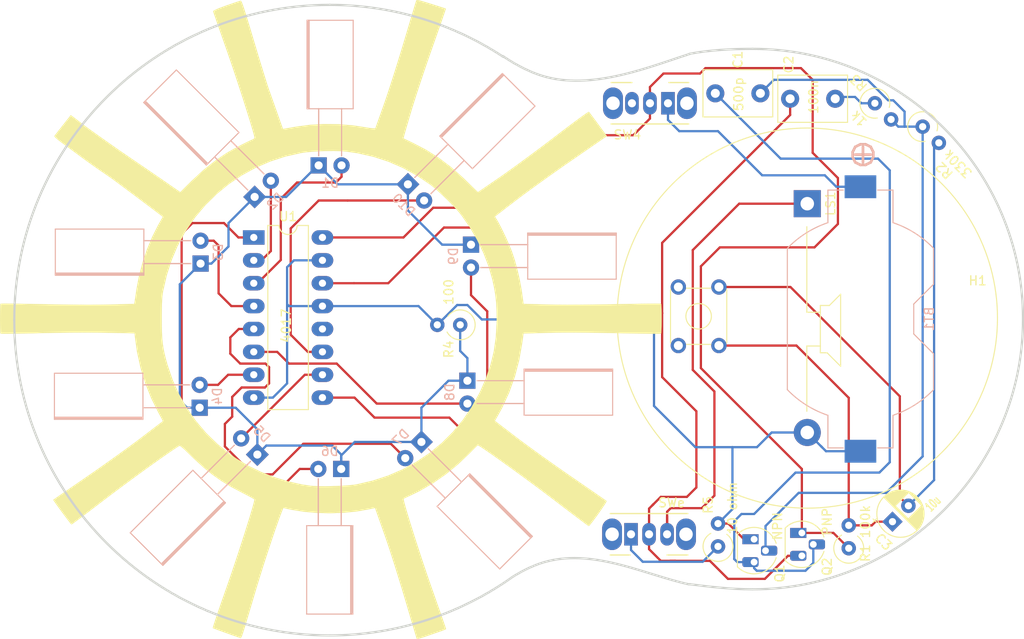
<source format=kicad_pcb>
(kicad_pcb (version 20171130) (host pcbnew "(5.1.10-1-10_14)")

  (general
    (thickness 1.6)
    (drawings 28)
    (tracks 258)
    (zones 0)
    (modules 32)
    (nets 25)
  )

  (page A4)
  (layers
    (0 F.Cu signal)
    (31 B.Cu signal)
    (32 B.Adhes user)
    (33 F.Adhes user)
    (34 B.Paste user)
    (35 F.Paste user)
    (36 B.SilkS user)
    (37 F.SilkS user)
    (38 B.Mask user)
    (39 F.Mask user)
    (40 Dwgs.User user)
    (41 Cmts.User user)
    (42 Eco1.User user)
    (43 Eco2.User user)
    (44 Edge.Cuts user)
    (45 Margin user)
    (46 B.CrtYd user)
    (47 F.CrtYd user)
    (48 B.Fab user)
    (49 F.Fab user)
  )

  (setup
    (last_trace_width 0.25)
    (user_trace_width 0.5)
    (user_trace_width 1)
    (trace_clearance 0.2)
    (zone_clearance 0.508)
    (zone_45_only no)
    (trace_min 0.2)
    (via_size 0.8)
    (via_drill 0.4)
    (via_min_size 0.4)
    (via_min_drill 0.3)
    (uvia_size 0.3)
    (uvia_drill 0.1)
    (uvias_allowed no)
    (uvia_min_size 0.2)
    (uvia_min_drill 0.1)
    (edge_width 0.05)
    (segment_width 0.2)
    (pcb_text_width 0.3)
    (pcb_text_size 1.5 1.5)
    (mod_edge_width 0.12)
    (mod_text_size 1 1)
    (mod_text_width 0.15)
    (pad_size 1.524 1.524)
    (pad_drill 0.762)
    (pad_to_mask_clearance 0)
    (aux_axis_origin 0 0)
    (visible_elements FFFFFF7F)
    (pcbplotparams
      (layerselection 0x010fc_ffffffff)
      (usegerberextensions false)
      (usegerberattributes true)
      (usegerberadvancedattributes true)
      (creategerberjobfile true)
      (excludeedgelayer true)
      (linewidth 0.100000)
      (plotframeref false)
      (viasonmask false)
      (mode 1)
      (useauxorigin false)
      (hpglpennumber 1)
      (hpglpenspeed 20)
      (hpglpendiameter 15.000000)
      (psnegative false)
      (psa4output false)
      (plotreference true)
      (plotvalue true)
      (plotinvisibletext false)
      (padsonsilk false)
      (subtractmaskfromsilk false)
      (outputformat 1)
      (mirror false)
      (drillshape 0)
      (scaleselection 1)
      (outputdirectory "gerber"))
  )

  (net 0 "")
  (net 1 "Net-(C1-Pad2)")
  (net 2 "Net-(C1-Pad1)")
  (net 3 "Net-(C2-Pad2)")
  (net 4 "Net-(C2-Pad1)")
  (net 5 "Net-(D1-Pad2)")
  (net 6 "Net-(D1-Pad1)")
  (net 7 "Net-(D2-Pad2)")
  (net 8 "Net-(D3-Pad2)")
  (net 9 "Net-(D4-Pad2)")
  (net 10 "Net-(D5-Pad2)")
  (net 11 "Net-(D6-Pad2)")
  (net 12 "Net-(D7-Pad2)")
  (net 13 "Net-(D8-Pad2)")
  (net 14 "Net-(D9-Pad2)")
  (net 15 "Net-(D10-Pad2)")
  (net 16 GNDREF)
  (net 17 +3V0)
  (net 18 "Net-(U1-Pad12)")
  (net 19 "Net-(C3-Pad2)")
  (net 20 "Net-(C3-Pad1)")
  (net 21 "Net-(LS1-Pad1)")
  (net 22 "Net-(R5-Pad1)")
  (net 23 "Net-(BT1-Pad1)")
  (net 24 "Net-(SW4-Pad3)")

  (net_class Default "This is the default net class."
    (clearance 0.2)
    (trace_width 0.25)
    (via_dia 0.8)
    (via_drill 0.4)
    (uvia_dia 0.3)
    (uvia_drill 0.1)
    (add_net +3V0)
    (add_net GNDREF)
    (add_net "Net-(BT1-Pad1)")
    (add_net "Net-(C1-Pad1)")
    (add_net "Net-(C1-Pad2)")
    (add_net "Net-(C2-Pad1)")
    (add_net "Net-(C2-Pad2)")
    (add_net "Net-(C3-Pad1)")
    (add_net "Net-(C3-Pad2)")
    (add_net "Net-(D1-Pad1)")
    (add_net "Net-(D1-Pad2)")
    (add_net "Net-(D10-Pad2)")
    (add_net "Net-(D2-Pad2)")
    (add_net "Net-(D3-Pad2)")
    (add_net "Net-(D4-Pad2)")
    (add_net "Net-(D5-Pad2)")
    (add_net "Net-(D6-Pad2)")
    (add_net "Net-(D7-Pad2)")
    (add_net "Net-(D8-Pad2)")
    (add_net "Net-(D9-Pad2)")
    (add_net "Net-(LS1-Pad1)")
    (add_net "Net-(R5-Pad1)")
    (add_net "Net-(SW4-Pad3)")
    (add_net "Net-(U1-Pad12)")
  )

  (module tiny85_project:SW_CuK_OS102011MA1QN1_SPDT_Angled (layer F.Cu) (tedit 5A02FE31) (tstamp 6124B59F)
    (at 117.85 111.3 180)
    (descr "CuK miniature slide switch, OS series, SPDT, right angle, http://www.ckswitches.com/media/1428/os.pdf")
    (tags "switch SPDT")
    (path /600C0F4C)
    (fp_text reference SW4 (at 4.5 -3.5) (layer F.SilkS)
      (effects (font (size 1 1) (thickness 0.15)))
    )
    (fp_text value POWER (at 1.7 7.7) (layer F.Fab)
      (effects (font (size 1 1) (thickness 0.15)))
    )
    (fp_line (start -3.7 -2.7) (end 7.7 -2.7) (layer F.CrtYd) (width 0.05))
    (fp_line (start -3.7 6.7) (end -3.7 -2.7) (layer F.CrtYd) (width 0.05))
    (fp_line (start 7.7 6.7) (end -3.7 6.7) (layer F.CrtYd) (width 0.05))
    (fp_line (start 7.7 -2.7) (end 7.7 6.7) (layer F.CrtYd) (width 0.05))
    (fp_line (start 4 2.3) (end 6.3 2.3) (layer F.SilkS) (width 0.15))
    (fp_line (start -2.3 2.3) (end -0.1 2.3) (layer F.SilkS) (width 0.15))
    (fp_line (start -2.3 -2.3) (end 6.3 -2.3) (layer F.SilkS) (width 0.15))
    (fp_line (start 0 6.2) (end 0 2.2) (layer F.Fab) (width 0.1))
    (fp_line (start 2 6.2) (end 0 6.2) (layer F.Fab) (width 0.1))
    (fp_line (start 2 2.2) (end 2 6.2) (layer F.Fab) (width 0.1))
    (fp_line (start 6.3 2.2) (end 6.3 -2.2) (layer F.Fab) (width 0.1))
    (fp_line (start -2.3 2.2) (end 6.3 2.2) (layer F.Fab) (width 0.1))
    (fp_line (start -2.3 -2.2) (end -2.3 2.2) (layer F.Fab) (width 0.1))
    (fp_line (start -2.3 -2.2) (end 6.3 -2.2) (layer F.Fab) (width 0.1))
    (fp_text user %R (at 2.3 1.7) (layer F.Fab)
      (effects (font (size 0.5 0.5) (thickness 0.1)))
    )
    (pad "" thru_hole oval (at 6.1 0 180) (size 2.2 3.5) (drill 1.5) (layers *.Cu *.Mask))
    (pad "" thru_hole oval (at -2.1 0 180) (size 2.2 3.5) (drill 1.5) (layers *.Cu *.Mask))
    (pad 3 thru_hole oval (at 4 0 180) (size 1.5 2.5) (drill 0.9) (layers *.Cu *.Mask)
      (net 24 "Net-(SW4-Pad3)"))
    (pad 2 thru_hole oval (at 2 0 180) (size 1.5 2.5) (drill 0.9) (layers *.Cu *.Mask)
      (net 17 +3V0))
    (pad 1 thru_hole rect (at 0 0 180) (size 1.5 2.5) (drill 0.9) (layers *.Cu *.Mask)
      (net 23 "Net-(BT1-Pad1)"))
    (model "./slide switch vertical.wrl"
      (offset (xyz 4.5 -16.5 0))
      (scale (xyz 0.39 0.39 0.39))
      (rotate (xyz 0 0 90))
    )
  )

  (module tiny85_project:SW_CuK_OS102011MA1QN1_SPDT_Angled (layer F.Cu) (tedit 5A02FE31) (tstamp 6124C088)
    (at 113.75 159.15)
    (descr "CuK miniature slide switch, OS series, SPDT, right angle, http://www.ckswitches.com/media/1428/os.pdf")
    (tags "switch SPDT")
    (path /600D5AE5)
    (fp_text reference SWe (at 4.5 -3.5) (layer F.SilkS)
      (effects (font (size 1 1) (thickness 0.15)))
    )
    (fp_text value SOUND (at 1.7 7.7) (layer F.Fab)
      (effects (font (size 1 1) (thickness 0.15)))
    )
    (fp_line (start -3.7 -2.7) (end 7.7 -2.7) (layer F.CrtYd) (width 0.05))
    (fp_line (start -3.7 6.7) (end -3.7 -2.7) (layer F.CrtYd) (width 0.05))
    (fp_line (start 7.7 6.7) (end -3.7 6.7) (layer F.CrtYd) (width 0.05))
    (fp_line (start 7.7 -2.7) (end 7.7 6.7) (layer F.CrtYd) (width 0.05))
    (fp_line (start 4 2.3) (end 6.3 2.3) (layer F.SilkS) (width 0.15))
    (fp_line (start -2.3 2.3) (end -0.1 2.3) (layer F.SilkS) (width 0.15))
    (fp_line (start -2.3 -2.3) (end 6.3 -2.3) (layer F.SilkS) (width 0.15))
    (fp_line (start 0 6.2) (end 0 2.2) (layer F.Fab) (width 0.1))
    (fp_line (start 2 6.2) (end 0 6.2) (layer F.Fab) (width 0.1))
    (fp_line (start 2 2.2) (end 2 6.2) (layer F.Fab) (width 0.1))
    (fp_line (start 6.3 2.2) (end 6.3 -2.2) (layer F.Fab) (width 0.1))
    (fp_line (start -2.3 2.2) (end 6.3 2.2) (layer F.Fab) (width 0.1))
    (fp_line (start -2.3 -2.2) (end -2.3 2.2) (layer F.Fab) (width 0.1))
    (fp_line (start -2.3 -2.2) (end 6.3 -2.2) (layer F.Fab) (width 0.1))
    (fp_text user %R (at 2.3 1.7) (layer F.Fab)
      (effects (font (size 0.5 0.5) (thickness 0.1)))
    )
    (pad "" thru_hole oval (at 6.1 0) (size 2.2 3.5) (drill 1.5) (layers *.Cu *.Mask))
    (pad "" thru_hole oval (at -2.1 0) (size 2.2 3.5) (drill 1.5) (layers *.Cu *.Mask))
    (pad 3 thru_hole oval (at 4 0) (size 1.5 2.5) (drill 0.9) (layers *.Cu *.Mask)
      (net 21 "Net-(LS1-Pad1)"))
    (pad 2 thru_hole oval (at 2 0) (size 1.5 2.5) (drill 0.9) (layers *.Cu *.Mask)
      (net 3 "Net-(C2-Pad2)"))
    (pad 1 thru_hole rect (at 0 0) (size 1.5 2.5) (drill 0.9) (layers *.Cu *.Mask)
      (net 22 "Net-(R5-Pad1)"))
    (model "./slide switch vertical.wrl"
      (offset (xyz 5 -16.5 0))
      (scale (xyz 0.39 0.39 0.39))
      (rotate (xyz 0 0 90))
    )
  )

  (module Untitled.kicad_mod:circle_mask (layer B.Cu) (tedit 0) (tstamp 61257617)
    (at 80.4 135.35)
    (fp_text reference G*** (at 0 0) (layer B.SilkS) hide
      (effects (font (size 1.524 1.524) (thickness 0.3)) (justify mirror))
    )
    (fp_text value LOGO (at 0.75 0) (layer B.SilkS) hide
      (effects (font (size 1.524 1.524) (thickness 0.3)) (justify mirror))
    )
    (fp_poly (pts (xy 2.322218 33.512149) (xy 4.33154 33.323725) (xy 6.273652 33.025553) (xy 7.55163 32.757628)
      (xy 7.912526 32.667508) (xy 8.13683 32.594156) (xy 8.254504 32.523768) (xy 8.295505 32.44254)
      (xy 8.297334 32.41403) (xy 8.271135 32.240445) (xy 8.196072 31.923496) (xy 8.077441 31.480258)
      (xy 7.92054 30.927803) (xy 7.730666 30.283207) (xy 7.513117 29.563542) (xy 7.273191 28.785884)
      (xy 7.016184 27.967304) (xy 6.747394 27.124879) (xy 6.472119 26.27568) (xy 6.195656 25.436783)
      (xy 5.923303 24.625261) (xy 5.660356 23.858187) (xy 5.504806 23.413627) (xy 5.313113 22.873041)
      (xy 5.139346 22.387552) (xy 4.991575 21.979339) (xy 4.877872 21.670584) (xy 4.806306 21.483467)
      (xy 4.785398 21.436509) (xy 4.693824 21.435765) (xy 4.468879 21.458164) (xy 4.144349 21.499768)
      (xy 3.754017 21.55664) (xy 3.751993 21.55695) (xy 3.437734 21.60082) (xy 3.113354 21.635727)
      (xy 2.755448 21.662571) (xy 2.340614 21.682251) (xy 1.845448 21.695665) (xy 1.246547 21.703712)
      (xy 0.520506 21.707291) (xy -0.169333 21.707539) (xy -0.977344 21.703745) (xy -1.727803 21.694421)
      (xy -2.399237 21.680161) (xy -2.970176 21.661558) (xy -3.419147 21.639206) (xy -3.724678 21.613697)
      (xy -3.767666 21.608129) (xy -4.151162 21.553532) (xy -4.52614 21.500195) (xy -4.816271 21.458973)
      (xy -4.8345 21.456386) (xy -5.224001 21.401122) (xy -5.668471 22.659728) (xy -6.097831 23.888376)
      (xy -6.504414 25.077133) (xy -6.885034 26.215378) (xy -7.236503 27.292494) (xy -7.555632 28.297861)
      (xy -7.839235 29.220862) (xy -8.084124 30.050878) (xy -8.287111 30.77729) (xy -8.445008 31.38948)
      (xy -8.554629 31.876829) (xy -8.612785 32.228719) (xy -8.616289 32.434531) (xy -8.609853 32.458015)
      (xy -8.50173 32.536911) (xy -8.243863 32.630265) (xy -7.85488 32.734496) (xy -7.353405 32.846023)
      (xy -6.758067 32.961265) (xy -6.08749 33.07664) (xy -5.360301 33.188567) (xy -4.595127 33.293465)
      (xy -3.810594 33.387752) (xy -3.725333 33.397167) (xy -1.744586 33.551045) (xy 0.284053 33.588647)
      (xy 2.322218 33.512149)) (layer B.Mask) (width 0.01))
    (fp_poly (pts (xy 12.428495 31.258159) (xy 12.463519 31.24791) (xy 12.782967 31.130867) (xy 13.223785 30.936795)
      (xy 13.763404 30.677854) (xy 14.379255 30.366208) (xy 15.048768 30.014016) (xy 15.749373 29.633442)
      (xy 16.458502 29.236647) (xy 17.153585 28.835791) (xy 17.812051 28.443038) (xy 18.411333 28.070549)
      (xy 18.669 27.904056) (xy 19.377957 27.411259) (xy 20.169431 26.812255) (xy 21.01654 26.130086)
      (xy 21.892399 25.387794) (xy 22.770126 24.608421) (xy 23.622839 23.81501) (xy 24.423654 23.030601)
      (xy 24.778217 22.667689) (xy 25.163969 22.259005) (xy 25.437859 21.947072) (xy 25.611631 21.712903)
      (xy 25.697028 21.537511) (xy 25.705795 21.401907) (xy 25.649675 21.287106) (xy 25.639829 21.274668)
      (xy 25.484052 21.118015) (xy 25.211126 20.880938) (xy 24.835255 20.573779) (xy 24.370639 20.206879)
      (xy 23.831482 19.79058) (xy 23.231986 19.335223) (xy 22.586353 18.85115) (xy 21.908786 18.348702)
      (xy 21.213487 17.83822) (xy 20.514659 17.330047) (xy 19.826504 16.834524) (xy 19.163223 16.361992)
      (xy 18.539021 15.922793) (xy 17.968099 15.527268) (xy 17.464659 15.185758) (xy 17.042904 14.908607)
      (xy 16.717036 14.706153) (xy 16.501258 14.588741) (xy 16.421984 14.562666) (xy 16.261128 14.611603)
      (xy 16.058032 14.731159) (xy 16.034585 14.748526) (xy 15.885418 14.872024) (xy 15.641931 15.084757)
      (xy 15.333651 15.360479) (xy 14.990104 15.672945) (xy 14.859 15.793505) (xy 13.644745 16.861661)
      (xy 12.468807 17.78737) (xy 11.308961 18.58633) (xy 10.142984 19.274235) (xy 9.371197 19.669296)
      (xy 8.28606 20.193) (xy 8.333125 20.49858) (xy 8.386598 20.749345) (xy 8.489186 21.1405)
      (xy 8.634553 21.652437) (xy 8.816362 22.265549) (xy 9.028278 22.960229) (xy 9.263964 23.71687)
      (xy 9.517085 24.515864) (xy 9.781305 25.337605) (xy 10.050288 26.162484) (xy 10.317697 26.970895)
      (xy 10.577197 27.74323) (xy 10.822453 28.459882) (xy 11.047127 29.101244) (xy 11.244884 29.647709)
      (xy 11.409389 30.079669) (xy 11.50187 30.304582) (xy 11.692057 30.734654) (xy 11.839724 31.028586)
      (xy 11.966037 31.207141) (xy 12.092159 31.29108) (xy 12.239257 31.301166) (xy 12.428495 31.258159)) (layer B.Mask) (width 0.01))
    (fp_poly (pts (xy -12.267629 31.266829) (xy -12.200134 31.145081) (xy -12.088495 30.878233) (xy -11.938195 30.483082)
      (xy -11.754711 29.976428) (xy -11.543525 29.375068) (xy -11.310116 28.695803) (xy -11.059963 27.95543)
      (xy -10.798547 27.170747) (xy -10.531347 26.358554) (xy -10.263843 25.53565) (xy -10.001515 24.718832)
      (xy -9.749843 23.924899) (xy -9.514306 23.170651) (xy -9.300385 22.472885) (xy -9.113559 21.8484)
      (xy -8.959308 21.313995) (xy -8.843112 20.886468) (xy -8.770451 20.582619) (xy -8.75437 20.496778)
      (xy -8.728953 20.288462) (xy -8.763382 20.169357) (xy -8.893537 20.084396) (xy -9.070226 20.012054)
      (xy -9.846844 19.661926) (xy -10.704828 19.194749) (xy -11.621029 18.626704) (xy -12.572299 17.97397)
      (xy -13.535486 17.252728) (xy -14.487442 16.479159) (xy -15.405016 15.669442) (xy -15.76055 15.33589)
      (xy -16.094639 15.018623) (xy -16.384036 14.747657) (xy -16.607619 14.542458) (xy -16.744269 14.422492)
      (xy -16.77655 14.399455) (xy -16.853652 14.448723) (xy -17.034055 14.575051) (xy -17.284686 14.755123)
      (xy -17.399 14.838295) (xy -17.632597 15.00477) (xy -17.980481 15.247287) (xy -18.416225 15.547693)
      (xy -18.913403 15.887829) (xy -19.445589 16.24954) (xy -19.896666 16.55429) (xy -20.524735 16.980139)
      (xy -21.218936 17.455501) (xy -21.932451 17.948008) (xy -22.618465 18.425292) (xy -23.230161 18.854985)
      (xy -23.456185 19.015283) (xy -23.959043 19.372308) (xy -24.45129 19.720127) (xy -24.904511 20.038788)
      (xy -25.290291 20.308336) (xy -25.580212 20.508818) (xy -25.676004 20.574) (xy -25.939244 20.75691)
      (xy -26.137879 20.905379) (xy -26.238139 20.993817) (xy -26.243985 21.004362) (xy -26.191201 21.079988)
      (xy -26.042544 21.261586) (xy -25.815156 21.529025) (xy -25.526175 21.862174) (xy -25.192744 22.240902)
      (xy -25.153088 22.285607) (xy -23.820854 23.687297) (xy -22.346067 25.057421) (xy -20.755172 26.375059)
      (xy -19.074617 27.619292) (xy -17.330846 28.7692) (xy -15.871993 29.627255) (xy -15.446924 29.856114)
      (xy -14.972897 30.098762) (xy -14.473771 30.344346) (xy -13.973403 30.582013) (xy -13.495653 30.800911)
      (xy -13.064379 30.990187) (xy -12.703439 31.138988) (xy -12.436692 31.23646) (xy -12.287997 31.271751)
      (xy -12.267629 31.266829)) (layer B.Mask) (width 0.01))
    (fp_poly (pts (xy 28.305213 18.032295) (xy 28.458886 17.817709) (xy 28.669569 17.468468) (xy 28.927034 17.005331)
      (xy 29.221055 16.449054) (xy 29.541403 15.820396) (xy 29.877851 15.140115) (xy 30.220172 14.428967)
      (xy 30.558139 13.707712) (xy 30.881523 12.997105) (xy 31.180098 12.317906) (xy 31.443635 11.690871)
      (xy 31.507867 11.532183) (xy 31.778907 10.78691) (xy 32.053579 9.903022) (xy 32.325129 8.910919)
      (xy 32.586807 7.841) (xy 32.831857 6.723664) (xy 33.053528 5.589312) (xy 33.245067 4.468343)
      (xy 33.39972 3.391156) (xy 33.489201 2.612842) (xy 33.545726 2.050683) (xy 33.05003 1.996443)
      (xy 32.4366 1.941961) (xy 31.680646 1.895449) (xy 30.808801 1.85724) (xy 29.847701 1.827672)
      (xy 28.823983 1.807078) (xy 27.764282 1.795794) (xy 26.695233 1.794156) (xy 25.643473 1.802499)
      (xy 24.635635 1.821158) (xy 23.698357 1.850469) (xy 23.198667 1.872427) (xy 22.718574 1.897105)
      (xy 22.289103 1.920936) (xy 21.942636 1.941986) (xy 21.711554 1.958322) (xy 21.637955 1.965587)
      (xy 21.565899 1.995525) (xy 21.508063 2.079398) (xy 21.456441 2.244398) (xy 21.403028 2.51772)
      (xy 21.339817 2.926558) (xy 21.325113 3.028246) (xy 21.048073 4.568155) (xy 20.656572 6.104039)
      (xy 20.141093 7.66878) (xy 19.550974 9.157862) (xy 19.262498 9.844132) (xy 19.040886 10.392515)
      (xy 18.880632 10.818213) (xy 18.776229 11.136428) (xy 18.722172 11.362362) (xy 18.711334 11.475982)
      (xy 18.731283 11.562175) (xy 18.800313 11.670612) (xy 18.932195 11.813583) (xy 19.140702 12.003378)
      (xy 19.439604 12.252287) (xy 19.842675 12.572598) (xy 20.363687 12.976602) (xy 20.574 13.138169)
      (xy 21.096236 13.531806) (xy 21.695744 13.972014) (xy 22.353224 14.445558) (xy 23.049373 14.939202)
      (xy 23.764891 15.439713) (xy 24.480477 15.933854) (xy 25.176828 16.408392) (xy 25.834644 16.850092)
      (xy 26.434623 17.245717) (xy 26.957464 17.582035) (xy 27.383866 17.845809) (xy 27.694528 18.023805)
      (xy 27.713912 18.034) (xy 28.120093 18.245666) (xy 28.305213 18.032295)) (layer B.Mask) (width 0.01))
    (fp_poly (pts (xy -27.431674 17.679598) (xy -27.139938 17.469888) (xy -26.735511 17.187112) (xy -26.247308 16.851066)
      (xy -25.704237 16.481545) (xy -25.135213 16.098342) (xy -24.638 15.766879) (xy -24.158287 15.441916)
      (xy -23.605542 15.056019) (xy -23.001507 14.625368) (xy -22.367919 14.166143) (xy -21.726518 13.694524)
      (xy -21.099044 13.226691) (xy -20.507236 12.778824) (xy -19.972833 12.367103) (xy -19.517575 12.007708)
      (xy -19.1632 11.716818) (xy -18.976732 11.553369) (xy -18.944371 11.491019) (xy -18.953303 11.382301)
      (xy -19.011757 11.205638) (xy -19.127963 10.939454) (xy -19.310152 10.562173) (xy -19.49696 10.189541)
      (xy -20.299155 8.418301) (xy -20.956239 6.567603) (xy -21.463061 4.653302) (xy -21.71093 3.373682)
      (xy -21.786399 2.929382) (xy -21.854311 2.547823) (xy -21.909163 2.258546) (xy -21.945452 2.091092)
      (xy -21.955332 2.061779) (xy -22.07596 2.0238) (xy -22.348311 1.987886) (xy -22.754785 1.954368)
      (xy -23.277779 1.92358) (xy -23.899692 1.895855) (xy -24.602924 1.871526) (xy -25.369873 1.850925)
      (xy -26.182938 1.834386) (xy -27.024517 1.822242) (xy -27.87701 1.814825) (xy -28.722815 1.812468)
      (xy -29.54433 1.815505) (xy -30.323956 1.824269) (xy -31.04409 1.839092) (xy -31.687131 1.860307)
      (xy -31.957496 1.87257) (xy -32.459068 1.898654) (xy -32.898563 1.923246) (xy -33.249574 1.944724)
      (xy -33.485692 1.961467) (xy -33.580508 1.971855) (xy -33.581094 1.972205) (xy -33.578127 2.05826)
      (xy -33.557642 2.283844) (xy -33.522569 2.62039) (xy -33.475839 3.039332) (xy -33.440263 3.345153)
      (xy -33.133286 5.465771) (xy -32.720038 7.493849) (xy -32.18841 9.477583) (xy -31.526297 11.46517)
      (xy -31.154112 12.446081) (xy -30.941782 12.95552) (xy -30.664779 13.575754) (xy -30.341179 14.269839)
      (xy -29.989058 15.000833) (xy -29.626493 15.731792) (xy -29.271559 16.425774) (xy -28.942332 17.045835)
      (xy -28.656889 17.555033) (xy -28.641152 17.58193) (xy -28.235682 18.27286) (xy -27.431674 17.679598)) (layer B.Mask) (width 0.01))
    (fp_poly (pts (xy -21.844385 -2.217583) (xy -21.653397 -3.336063) (xy -21.465827 -4.31778) (xy -21.271943 -5.194792)
      (xy -21.062012 -5.999159) (xy -20.826303 -6.762938) (xy -20.555081 -7.518188) (xy -20.238616 -8.296968)
      (xy -19.867174 -9.131337) (xy -19.524535 -9.859067) (xy -19.285462 -10.364707) (xy -19.117183 -10.739622)
      (xy -19.012422 -11.003351) (xy -18.963906 -11.175433) (xy -18.964358 -11.275407) (xy -18.984829 -11.308651)
      (xy -19.154831 -11.451859) (xy -19.44656 -11.681194) (xy -19.843687 -11.984733) (xy -20.329878 -12.350557)
      (xy -20.888803 -12.766742) (xy -21.504129 -13.22137) (xy -22.159526 -13.702517) (xy -22.838662 -14.198263)
      (xy -23.525204 -14.696688) (xy -24.202822 -15.185868) (xy -24.855184 -15.653885) (xy -25.465957 -16.088815)
      (xy -26.018812 -16.478739) (xy -26.497416 -16.811735) (xy -26.885437 -17.075882) (xy -26.889061 -17.078307)
      (xy -27.357043 -17.391619) (xy -27.704721 -17.620663) (xy -27.953707 -17.77355) (xy -28.125614 -17.858388)
      (xy -28.242054 -17.883288) (xy -28.324639 -17.856359) (xy -28.394983 -17.78571) (xy -28.474696 -17.679452)
      (xy -28.478333 -17.674645) (xy -28.841925 -17.143628) (xy -29.238245 -16.473427) (xy -29.656672 -15.688549)
      (xy -30.086588 -14.813502) (xy -30.517373 -13.872793) (xy -30.938409 -12.890928) (xy -31.339076 -11.892416)
      (xy -31.708754 -10.901764) (xy -32.036826 -9.943479) (xy -32.312672 -9.042069) (xy -32.465039 -8.473933)
      (xy -32.610534 -7.859159) (xy -32.75979 -7.16924) (xy -32.90812 -6.431505) (xy -33.050841 -5.673282)
      (xy -33.183266 -4.9219) (xy -33.300711 -4.204687) (xy -33.398492 -3.548973) (xy -33.471922 -2.982086)
      (xy -33.516318 -2.531355) (xy -33.527781 -2.274708) (xy -33.519543 -1.996115) (xy -33.483604 -1.839697)
      (xy -33.403618 -1.758679) (xy -33.3375 -1.730217) (xy -33.221875 -1.718165) (xy -32.951493 -1.705848)
      (xy -32.54093 -1.693515) (xy -32.004762 -1.681419) (xy -31.357564 -1.669808) (xy -30.613913 -1.658934)
      (xy -29.788385 -1.649046) (xy -28.895554 -1.640395) (xy -27.949998 -1.633231) (xy -27.546312 -1.630758)
      (xy -21.945625 -1.598832) (xy -21.844385 -2.217583)) (layer B.Mask) (width 0.01))
    (fp_poly (pts (xy 33.571715 -1.8415) (xy 33.546765 -2.024991) (xy 33.50984 -2.327048) (xy 33.466923 -2.697859)
      (xy 33.442061 -2.921) (xy 33.264697 -4.279303) (xy 33.029415 -5.677391) (xy 32.744591 -7.079699)
      (xy 32.418604 -8.450663) (xy 32.059829 -9.754718) (xy 31.676643 -10.9563) (xy 31.328456 -11.894325)
      (xy 30.991763 -12.709689) (xy 30.639486 -13.52116) (xy 30.279651 -14.313297) (xy 29.920287 -15.070657)
      (xy 29.569421 -15.7778) (xy 29.235081 -16.419283) (xy 28.925294 -16.979665) (xy 28.648088 -17.443504)
      (xy 28.411491 -17.795359) (xy 28.22353 -18.019787) (xy 28.10228 -18.100119) (xy 27.999011 -18.06044)
      (xy 27.777408 -17.935511) (xy 27.457359 -17.737903) (xy 27.05875 -17.480189) (xy 26.601469 -17.174939)
      (xy 26.154947 -16.869103) (xy 25.522803 -16.427772) (xy 24.83812 -15.943932) (xy 24.117106 -15.429489)
      (xy 23.375967 -14.896348) (xy 22.63091 -14.356415) (xy 21.89814 -13.821595) (xy 21.193865 -13.303792)
      (xy 20.534291 -12.814914) (xy 19.935625 -12.366864) (xy 19.414072 -11.971549) (xy 18.98584 -11.640873)
      (xy 18.667135 -11.386743) (xy 18.505602 -11.249854) (xy 18.514681 -11.151976) (xy 18.594446 -10.921525)
      (xy 18.737595 -10.576231) (xy 18.936823 -10.133824) (xy 19.154369 -9.674869) (xy 19.699846 -8.466229)
      (xy 20.188239 -7.22249) (xy 20.608677 -5.978022) (xy 20.950291 -4.767196) (xy 21.202212 -3.624383)
      (xy 21.330453 -2.794) (xy 21.377032 -2.421346) (xy 21.421126 -2.094943) (xy 21.455992 -1.863636)
      (xy 21.467801 -1.799167) (xy 21.50856 -1.608667) (xy 33.608434 -1.608667) (xy 33.571715 -1.8415)) (layer B.Mask) (width 0.01))
    (fp_poly (pts (xy -16.723584 -14.30083) (xy -16.530401 -14.443101) (xy -16.259329 -14.667675) (xy -15.932091 -14.956643)
      (xy -15.614722 -15.250158) (xy -14.785451 -16.014728) (xy -14.025318 -16.672924) (xy -13.298399 -17.251166)
      (xy -12.568767 -17.775879) (xy -11.800498 -18.273484) (xy -10.957666 -18.770405) (xy -10.429573 -19.06377)
      (xy -9.99325 -19.308212) (xy -9.592151 -19.544636) (xy -9.257892 -19.753525) (xy -9.022093 -19.915363)
      (xy -8.938637 -19.984073) (xy -8.690941 -20.225982) (xy -9.139346 -21.733491) (xy -9.316029 -22.313269)
      (xy -9.536197 -23.01313) (xy -9.790315 -23.804506) (xy -10.06885 -24.658829) (xy -10.362269 -25.54753)
      (xy -10.661035 -26.442043) (xy -10.955616 -27.313799) (xy -11.236478 -28.134229) (xy -11.494085 -28.874766)
      (xy -11.718905 -29.506843) (xy -11.878878 -29.942223) (xy -12.068655 -30.425822) (xy -12.231094 -30.796795)
      (xy -12.35858 -31.03911) (xy -12.443498 -31.13674) (xy -12.446777 -31.137593) (xy -12.554662 -31.107767)
      (xy -12.791861 -31.011175) (xy -13.136687 -30.857683) (xy -13.567453 -30.657157) (xy -14.062473 -30.419466)
      (xy -14.52111 -30.193812) (xy -16.148401 -29.347771) (xy -17.635603 -28.493712) (xy -19.011489 -27.610998)
      (xy -20.304833 -26.678993) (xy -21.544407 -25.677062) (xy -22.758986 -24.584567) (xy -23.877003 -23.483848)
      (xy -24.501318 -22.839945) (xy -25.008129 -22.305288) (xy -25.403318 -21.873149) (xy -25.692764 -21.536799)
      (xy -25.88235 -21.28951) (xy -25.977957 -21.124554) (xy -25.992666 -21.063492) (xy -25.925589 -20.961677)
      (xy -25.733133 -20.772461) (xy -25.428459 -20.505813) (xy -25.02473 -20.171698) (xy -24.535107 -19.780082)
      (xy -23.972752 -19.340932) (xy -23.350827 -18.864214) (xy -22.682495 -18.359895) (xy -21.980917 -17.837939)
      (xy -21.259255 -17.308315) (xy -20.530671 -16.780988) (xy -19.808327 -16.265924) (xy -19.105386 -15.773089)
      (xy -18.435007 -15.312451) (xy -18.092834 -15.081711) (xy -17.69573 -14.817723) (xy -17.343163 -14.586701)
      (xy -17.061088 -14.40539) (xy -16.875463 -14.290533) (xy -16.817157 -14.258771) (xy -16.723584 -14.30083)) (layer B.Mask) (width 0.01))
    (fp_poly (pts (xy 16.48101 -14.273466) (xy 16.718439 -14.415879) (xy 17.065974 -14.642258) (xy 17.511058 -14.943625)
      (xy 18.041134 -15.311001) (xy 18.643644 -15.735407) (xy 19.306031 -16.207862) (xy 20.015736 -16.71939)
      (xy 20.760203 -17.261009) (xy 21.526873 -17.823741) (xy 22.303189 -18.398608) (xy 23.076593 -18.976629)
      (xy 23.834529 -19.548825) (xy 24.166117 -19.801189) (xy 26.107233 -21.282511) (xy 24.494527 -22.86296)
      (xy 23.356184 -23.959169) (xy 22.29891 -24.935126) (xy 21.303214 -25.806823) (xy 20.349605 -26.59025)
      (xy 19.418594 -27.301398) (xy 18.49069 -27.956257) (xy 17.546401 -28.570816) (xy 17.508511 -28.594477)
      (xy 16.965942 -28.921039) (xy 16.366975 -29.261329) (xy 15.73306 -29.604973) (xy 15.085649 -29.941596)
      (xy 14.446193 -30.260822) (xy 13.836146 -30.552276) (xy 13.276957 -30.805583) (xy 12.79008 -31.010368)
      (xy 12.396965 -31.156256) (xy 12.119065 -31.232872) (xy 12.034457 -31.242) (xy 11.870147 -31.173789)
      (xy 11.812258 -31.093834) (xy 11.704168 -30.808739) (xy 11.552035 -30.386825) (xy 11.36406 -29.852344)
      (xy 11.148444 -29.229548) (xy 10.913388 -28.54269) (xy 10.667092 -27.816023) (xy 10.417759 -27.0738)
      (xy 10.173588 -26.340273) (xy 9.94278 -25.639694) (xy 9.733537 -24.996318) (xy 9.554058 -24.434395)
      (xy 9.475284 -24.182656) (xy 9.20137 -23.298823) (xy 8.973482 -22.562516) (xy 8.787398 -21.959555)
      (xy 8.638901 -21.47576) (xy 8.523771 -21.096949) (xy 8.43779 -20.808942) (xy 8.376739 -20.597558)
      (xy 8.336398 -20.448616) (xy 8.312549 -20.347936) (xy 8.300973 -20.281336) (xy 8.297451 -20.234636)
      (xy 8.297334 -20.223298) (xy 8.317691 -20.135066) (xy 8.390827 -20.03801) (xy 8.53484 -19.919739)
      (xy 8.767828 -19.767859) (xy 9.107889 -19.569976) (xy 9.57312 -19.313698) (xy 9.821334 -19.179676)
      (xy 10.83896 -18.605037) (xy 11.784917 -18.009686) (xy 12.694298 -17.367877) (xy 13.602199 -16.653861)
      (xy 14.543714 -15.841892) (xy 15.233227 -15.209263) (xy 15.584185 -14.884711) (xy 15.895188 -14.605172)
      (xy 16.144333 -14.389691) (xy 16.309718 -14.257315) (xy 16.366246 -14.224) (xy 16.48101 -14.273466)) (layer B.Mask) (width 0.01))
    (fp_poly (pts (xy 4.749503 -21.345489) (xy 4.854265 -21.531546) (xy 5.000931 -21.862171) (xy 5.18365 -22.319476)
      (xy 5.39657 -22.88557) (xy 5.633838 -23.542562) (xy 5.889603 -24.272562) (xy 6.158013 -25.05768)
      (xy 6.433217 -25.880026) (xy 6.709362 -26.721709) (xy 6.980597 -27.56484) (xy 7.241071 -28.391527)
      (xy 7.48493 -29.183881) (xy 7.706323 -29.924011) (xy 7.899399 -30.594027) (xy 8.058306 -31.176038)
      (xy 8.177191 -31.652155) (xy 8.250204 -32.004487) (xy 8.26262 -32.085869) (xy 8.317561 -32.500027)
      (xy 7.947848 -32.59958) (xy 7.001977 -32.823932) (xy 5.926316 -33.026889) (xy 4.759502 -33.204567)
      (xy 3.540171 -33.353082) (xy 2.306958 -33.468551) (xy 1.098502 -33.547088) (xy -0.046564 -33.58481)
      (xy -1.089602 -33.577834) (xy -1.566333 -33.556028) (xy -2.295249 -33.49823) (xy -3.128622 -33.410591)
      (xy -4.026952 -33.298948) (xy -4.950743 -33.169135) (xy -5.860497 -33.026987) (xy -6.716716 -32.878338)
      (xy -7.479902 -32.729023) (xy -8.067851 -32.5956) (xy -8.382702 -32.518102) (xy -8.627555 -32.459461)
      (xy -8.761747 -32.429358) (xy -8.774631 -32.427334) (xy -8.797944 -32.402365) (xy -8.796857 -32.317382)
      (xy -8.767458 -32.15727) (xy -8.705835 -31.906915) (xy -8.608075 -31.5512) (xy -8.470264 -31.075013)
      (xy -8.288491 -30.463236) (xy -8.128469 -29.931222) (xy -7.766772 -28.747012) (xy -7.410818 -27.609149)
      (xy -7.064667 -26.529236) (xy -6.732379 -25.518879) (xy -6.418011 -24.589682) (xy -6.125625 -23.75325)
      (xy -5.859278 -23.021187) (xy -5.623031 -22.405098) (xy -5.420943 -21.916589) (xy -5.257073 -21.567263)
      (xy -5.135479 -21.368725) (xy -5.131806 -21.364378) (xy -4.945756 -21.148083) (xy -3.637045 -21.347875)
      (xy -3.20083 -21.411237) (xy -2.804446 -21.459893) (xy -2.414498 -21.495701) (xy -1.997595 -21.520515)
      (xy -1.520346 -21.536191) (xy -0.949357 -21.544586) (xy -0.251238 -21.547555) (xy -0.042333 -21.547667)
      (xy 0.6776 -21.546165) (xy 1.259337 -21.540447) (xy 1.733998 -21.528696) (xy 2.132701 -21.509095)
      (xy 2.486568 -21.479826) (xy 2.826719 -21.439072) (xy 3.184272 -21.385016) (xy 3.419828 -21.345489)
      (xy 4.595988 -21.143312) (xy 4.749503 -21.345489)) (layer B.Mask) (width 0.01))
  )

  (module Untitled.kicad_mod:circle_mask (layer F.Cu) (tedit 0) (tstamp 61257604)
    (at 80.4 135.35)
    (fp_text reference G*** (at 0 0) (layer F.SilkS) hide
      (effects (font (size 1.524 1.524) (thickness 0.3)))
    )
    (fp_text value LOGO (at 0.75 0) (layer F.SilkS) hide
      (effects (font (size 1.524 1.524) (thickness 0.3)))
    )
    (fp_poly (pts (xy 4.749503 21.345489) (xy 4.854265 21.531546) (xy 5.000931 21.862171) (xy 5.18365 22.319476)
      (xy 5.39657 22.88557) (xy 5.633838 23.542562) (xy 5.889603 24.272562) (xy 6.158013 25.05768)
      (xy 6.433217 25.880026) (xy 6.709362 26.721709) (xy 6.980597 27.56484) (xy 7.241071 28.391527)
      (xy 7.48493 29.183881) (xy 7.706323 29.924011) (xy 7.899399 30.594027) (xy 8.058306 31.176038)
      (xy 8.177191 31.652155) (xy 8.250204 32.004487) (xy 8.26262 32.085869) (xy 8.317561 32.500027)
      (xy 7.947848 32.59958) (xy 7.001977 32.823932) (xy 5.926316 33.026889) (xy 4.759502 33.204567)
      (xy 3.540171 33.353082) (xy 2.306958 33.468551) (xy 1.098502 33.547088) (xy -0.046564 33.58481)
      (xy -1.089602 33.577834) (xy -1.566333 33.556028) (xy -2.295249 33.49823) (xy -3.128622 33.410591)
      (xy -4.026952 33.298948) (xy -4.950743 33.169135) (xy -5.860497 33.026987) (xy -6.716716 32.878338)
      (xy -7.479902 32.729023) (xy -8.067851 32.5956) (xy -8.382702 32.518102) (xy -8.627555 32.459461)
      (xy -8.761747 32.429358) (xy -8.774631 32.427334) (xy -8.797944 32.402365) (xy -8.796857 32.317382)
      (xy -8.767458 32.15727) (xy -8.705835 31.906915) (xy -8.608075 31.5512) (xy -8.470264 31.075013)
      (xy -8.288491 30.463236) (xy -8.128469 29.931222) (xy -7.766772 28.747012) (xy -7.410818 27.609149)
      (xy -7.064667 26.529236) (xy -6.732379 25.518879) (xy -6.418011 24.589682) (xy -6.125625 23.75325)
      (xy -5.859278 23.021187) (xy -5.623031 22.405098) (xy -5.420943 21.916589) (xy -5.257073 21.567263)
      (xy -5.135479 21.368725) (xy -5.131806 21.364378) (xy -4.945756 21.148083) (xy -3.637045 21.347875)
      (xy -3.20083 21.411237) (xy -2.804446 21.459893) (xy -2.414498 21.495701) (xy -1.997595 21.520515)
      (xy -1.520346 21.536191) (xy -0.949357 21.544586) (xy -0.251238 21.547555) (xy -0.042333 21.547667)
      (xy 0.6776 21.546165) (xy 1.259337 21.540447) (xy 1.733998 21.528696) (xy 2.132701 21.509095)
      (xy 2.486568 21.479826) (xy 2.826719 21.439072) (xy 3.184272 21.385016) (xy 3.419828 21.345489)
      (xy 4.595988 21.143312) (xy 4.749503 21.345489)) (layer F.Mask) (width 0.01))
    (fp_poly (pts (xy 16.48101 14.273466) (xy 16.718439 14.415879) (xy 17.065974 14.642258) (xy 17.511058 14.943625)
      (xy 18.041134 15.311001) (xy 18.643644 15.735407) (xy 19.306031 16.207862) (xy 20.015736 16.71939)
      (xy 20.760203 17.261009) (xy 21.526873 17.823741) (xy 22.303189 18.398608) (xy 23.076593 18.976629)
      (xy 23.834529 19.548825) (xy 24.166117 19.801189) (xy 26.107233 21.282511) (xy 24.494527 22.86296)
      (xy 23.356184 23.959169) (xy 22.29891 24.935126) (xy 21.303214 25.806823) (xy 20.349605 26.59025)
      (xy 19.418594 27.301398) (xy 18.49069 27.956257) (xy 17.546401 28.570816) (xy 17.508511 28.594477)
      (xy 16.965942 28.921039) (xy 16.366975 29.261329) (xy 15.73306 29.604973) (xy 15.085649 29.941596)
      (xy 14.446193 30.260822) (xy 13.836146 30.552276) (xy 13.276957 30.805583) (xy 12.79008 31.010368)
      (xy 12.396965 31.156256) (xy 12.119065 31.232872) (xy 12.034457 31.242) (xy 11.870147 31.173789)
      (xy 11.812258 31.093834) (xy 11.704168 30.808739) (xy 11.552035 30.386825) (xy 11.36406 29.852344)
      (xy 11.148444 29.229548) (xy 10.913388 28.54269) (xy 10.667092 27.816023) (xy 10.417759 27.0738)
      (xy 10.173588 26.340273) (xy 9.94278 25.639694) (xy 9.733537 24.996318) (xy 9.554058 24.434395)
      (xy 9.475284 24.182656) (xy 9.20137 23.298823) (xy 8.973482 22.562516) (xy 8.787398 21.959555)
      (xy 8.638901 21.47576) (xy 8.523771 21.096949) (xy 8.43779 20.808942) (xy 8.376739 20.597558)
      (xy 8.336398 20.448616) (xy 8.312549 20.347936) (xy 8.300973 20.281336) (xy 8.297451 20.234636)
      (xy 8.297334 20.223298) (xy 8.317691 20.135066) (xy 8.390827 20.03801) (xy 8.53484 19.919739)
      (xy 8.767828 19.767859) (xy 9.107889 19.569976) (xy 9.57312 19.313698) (xy 9.821334 19.179676)
      (xy 10.83896 18.605037) (xy 11.784917 18.009686) (xy 12.694298 17.367877) (xy 13.602199 16.653861)
      (xy 14.543714 15.841892) (xy 15.233227 15.209263) (xy 15.584185 14.884711) (xy 15.895188 14.605172)
      (xy 16.144333 14.389691) (xy 16.309718 14.257315) (xy 16.366246 14.224) (xy 16.48101 14.273466)) (layer F.Mask) (width 0.01))
    (fp_poly (pts (xy -16.723584 14.30083) (xy -16.530401 14.443101) (xy -16.259329 14.667675) (xy -15.932091 14.956643)
      (xy -15.614722 15.250158) (xy -14.785451 16.014728) (xy -14.025318 16.672924) (xy -13.298399 17.251166)
      (xy -12.568767 17.775879) (xy -11.800498 18.273484) (xy -10.957666 18.770405) (xy -10.429573 19.06377)
      (xy -9.99325 19.308212) (xy -9.592151 19.544636) (xy -9.257892 19.753525) (xy -9.022093 19.915363)
      (xy -8.938637 19.984073) (xy -8.690941 20.225982) (xy -9.139346 21.733491) (xy -9.316029 22.313269)
      (xy -9.536197 23.01313) (xy -9.790315 23.804506) (xy -10.06885 24.658829) (xy -10.362269 25.54753)
      (xy -10.661035 26.442043) (xy -10.955616 27.313799) (xy -11.236478 28.134229) (xy -11.494085 28.874766)
      (xy -11.718905 29.506843) (xy -11.878878 29.942223) (xy -12.068655 30.425822) (xy -12.231094 30.796795)
      (xy -12.35858 31.03911) (xy -12.443498 31.13674) (xy -12.446777 31.137593) (xy -12.554662 31.107767)
      (xy -12.791861 31.011175) (xy -13.136687 30.857683) (xy -13.567453 30.657157) (xy -14.062473 30.419466)
      (xy -14.52111 30.193812) (xy -16.148401 29.347771) (xy -17.635603 28.493712) (xy -19.011489 27.610998)
      (xy -20.304833 26.678993) (xy -21.544407 25.677062) (xy -22.758986 24.584567) (xy -23.877003 23.483848)
      (xy -24.501318 22.839945) (xy -25.008129 22.305288) (xy -25.403318 21.873149) (xy -25.692764 21.536799)
      (xy -25.88235 21.28951) (xy -25.977957 21.124554) (xy -25.992666 21.063492) (xy -25.925589 20.961677)
      (xy -25.733133 20.772461) (xy -25.428459 20.505813) (xy -25.02473 20.171698) (xy -24.535107 19.780082)
      (xy -23.972752 19.340932) (xy -23.350827 18.864214) (xy -22.682495 18.359895) (xy -21.980917 17.837939)
      (xy -21.259255 17.308315) (xy -20.530671 16.780988) (xy -19.808327 16.265924) (xy -19.105386 15.773089)
      (xy -18.435007 15.312451) (xy -18.092834 15.081711) (xy -17.69573 14.817723) (xy -17.343163 14.586701)
      (xy -17.061088 14.40539) (xy -16.875463 14.290533) (xy -16.817157 14.258771) (xy -16.723584 14.30083)) (layer F.Mask) (width 0.01))
    (fp_poly (pts (xy 33.571715 1.8415) (xy 33.546765 2.024991) (xy 33.50984 2.327048) (xy 33.466923 2.697859)
      (xy 33.442061 2.921) (xy 33.264697 4.279303) (xy 33.029415 5.677391) (xy 32.744591 7.079699)
      (xy 32.418604 8.450663) (xy 32.059829 9.754718) (xy 31.676643 10.9563) (xy 31.328456 11.894325)
      (xy 30.991763 12.709689) (xy 30.639486 13.52116) (xy 30.279651 14.313297) (xy 29.920287 15.070657)
      (xy 29.569421 15.7778) (xy 29.235081 16.419283) (xy 28.925294 16.979665) (xy 28.648088 17.443504)
      (xy 28.411491 17.795359) (xy 28.22353 18.019787) (xy 28.10228 18.100119) (xy 27.999011 18.06044)
      (xy 27.777408 17.935511) (xy 27.457359 17.737903) (xy 27.05875 17.480189) (xy 26.601469 17.174939)
      (xy 26.154947 16.869103) (xy 25.522803 16.427772) (xy 24.83812 15.943932) (xy 24.117106 15.429489)
      (xy 23.375967 14.896348) (xy 22.63091 14.356415) (xy 21.89814 13.821595) (xy 21.193865 13.303792)
      (xy 20.534291 12.814914) (xy 19.935625 12.366864) (xy 19.414072 11.971549) (xy 18.98584 11.640873)
      (xy 18.667135 11.386743) (xy 18.505602 11.249854) (xy 18.514681 11.151976) (xy 18.594446 10.921525)
      (xy 18.737595 10.576231) (xy 18.936823 10.133824) (xy 19.154369 9.674869) (xy 19.699846 8.466229)
      (xy 20.188239 7.22249) (xy 20.608677 5.978022) (xy 20.950291 4.767196) (xy 21.202212 3.624383)
      (xy 21.330453 2.794) (xy 21.377032 2.421346) (xy 21.421126 2.094943) (xy 21.455992 1.863636)
      (xy 21.467801 1.799167) (xy 21.50856 1.608667) (xy 33.608434 1.608667) (xy 33.571715 1.8415)) (layer F.Mask) (width 0.01))
    (fp_poly (pts (xy -21.844385 2.217583) (xy -21.653397 3.336063) (xy -21.465827 4.31778) (xy -21.271943 5.194792)
      (xy -21.062012 5.999159) (xy -20.826303 6.762938) (xy -20.555081 7.518188) (xy -20.238616 8.296968)
      (xy -19.867174 9.131337) (xy -19.524535 9.859067) (xy -19.285462 10.364707) (xy -19.117183 10.739622)
      (xy -19.012422 11.003351) (xy -18.963906 11.175433) (xy -18.964358 11.275407) (xy -18.984829 11.308651)
      (xy -19.154831 11.451859) (xy -19.44656 11.681194) (xy -19.843687 11.984733) (xy -20.329878 12.350557)
      (xy -20.888803 12.766742) (xy -21.504129 13.22137) (xy -22.159526 13.702517) (xy -22.838662 14.198263)
      (xy -23.525204 14.696688) (xy -24.202822 15.185868) (xy -24.855184 15.653885) (xy -25.465957 16.088815)
      (xy -26.018812 16.478739) (xy -26.497416 16.811735) (xy -26.885437 17.075882) (xy -26.889061 17.078307)
      (xy -27.357043 17.391619) (xy -27.704721 17.620663) (xy -27.953707 17.77355) (xy -28.125614 17.858388)
      (xy -28.242054 17.883288) (xy -28.324639 17.856359) (xy -28.394983 17.78571) (xy -28.474696 17.679452)
      (xy -28.478333 17.674645) (xy -28.841925 17.143628) (xy -29.238245 16.473427) (xy -29.656672 15.688549)
      (xy -30.086588 14.813502) (xy -30.517373 13.872793) (xy -30.938409 12.890928) (xy -31.339076 11.892416)
      (xy -31.708754 10.901764) (xy -32.036826 9.943479) (xy -32.312672 9.042069) (xy -32.465039 8.473933)
      (xy -32.610534 7.859159) (xy -32.75979 7.16924) (xy -32.90812 6.431505) (xy -33.050841 5.673282)
      (xy -33.183266 4.9219) (xy -33.300711 4.204687) (xy -33.398492 3.548973) (xy -33.471922 2.982086)
      (xy -33.516318 2.531355) (xy -33.527781 2.274708) (xy -33.519543 1.996115) (xy -33.483604 1.839697)
      (xy -33.403618 1.758679) (xy -33.3375 1.730217) (xy -33.221875 1.718165) (xy -32.951493 1.705848)
      (xy -32.54093 1.693515) (xy -32.004762 1.681419) (xy -31.357564 1.669808) (xy -30.613913 1.658934)
      (xy -29.788385 1.649046) (xy -28.895554 1.640395) (xy -27.949998 1.633231) (xy -27.546312 1.630758)
      (xy -21.945625 1.598832) (xy -21.844385 2.217583)) (layer F.Mask) (width 0.01))
    (fp_poly (pts (xy -27.431674 -17.679598) (xy -27.139938 -17.469888) (xy -26.735511 -17.187112) (xy -26.247308 -16.851066)
      (xy -25.704237 -16.481545) (xy -25.135213 -16.098342) (xy -24.638 -15.766879) (xy -24.158287 -15.441916)
      (xy -23.605542 -15.056019) (xy -23.001507 -14.625368) (xy -22.367919 -14.166143) (xy -21.726518 -13.694524)
      (xy -21.099044 -13.226691) (xy -20.507236 -12.778824) (xy -19.972833 -12.367103) (xy -19.517575 -12.007708)
      (xy -19.1632 -11.716818) (xy -18.976732 -11.553369) (xy -18.944371 -11.491019) (xy -18.953303 -11.382301)
      (xy -19.011757 -11.205638) (xy -19.127963 -10.939454) (xy -19.310152 -10.562173) (xy -19.49696 -10.189541)
      (xy -20.299155 -8.418301) (xy -20.956239 -6.567603) (xy -21.463061 -4.653302) (xy -21.71093 -3.373682)
      (xy -21.786399 -2.929382) (xy -21.854311 -2.547823) (xy -21.909163 -2.258546) (xy -21.945452 -2.091092)
      (xy -21.955332 -2.061779) (xy -22.07596 -2.0238) (xy -22.348311 -1.987886) (xy -22.754785 -1.954368)
      (xy -23.277779 -1.92358) (xy -23.899692 -1.895855) (xy -24.602924 -1.871526) (xy -25.369873 -1.850925)
      (xy -26.182938 -1.834386) (xy -27.024517 -1.822242) (xy -27.87701 -1.814825) (xy -28.722815 -1.812468)
      (xy -29.54433 -1.815505) (xy -30.323956 -1.824269) (xy -31.04409 -1.839092) (xy -31.687131 -1.860307)
      (xy -31.957496 -1.87257) (xy -32.459068 -1.898654) (xy -32.898563 -1.923246) (xy -33.249574 -1.944724)
      (xy -33.485692 -1.961467) (xy -33.580508 -1.971855) (xy -33.581094 -1.972205) (xy -33.578127 -2.05826)
      (xy -33.557642 -2.283844) (xy -33.522569 -2.62039) (xy -33.475839 -3.039332) (xy -33.440263 -3.345153)
      (xy -33.133286 -5.465771) (xy -32.720038 -7.493849) (xy -32.18841 -9.477583) (xy -31.526297 -11.46517)
      (xy -31.154112 -12.446081) (xy -30.941782 -12.95552) (xy -30.664779 -13.575754) (xy -30.341179 -14.269839)
      (xy -29.989058 -15.000833) (xy -29.626493 -15.731792) (xy -29.271559 -16.425774) (xy -28.942332 -17.045835)
      (xy -28.656889 -17.555033) (xy -28.641152 -17.58193) (xy -28.235682 -18.27286) (xy -27.431674 -17.679598)) (layer F.Mask) (width 0.01))
    (fp_poly (pts (xy 28.305213 -18.032295) (xy 28.458886 -17.817709) (xy 28.669569 -17.468468) (xy 28.927034 -17.005331)
      (xy 29.221055 -16.449054) (xy 29.541403 -15.820396) (xy 29.877851 -15.140115) (xy 30.220172 -14.428967)
      (xy 30.558139 -13.707712) (xy 30.881523 -12.997105) (xy 31.180098 -12.317906) (xy 31.443635 -11.690871)
      (xy 31.507867 -11.532183) (xy 31.778907 -10.78691) (xy 32.053579 -9.903022) (xy 32.325129 -8.910919)
      (xy 32.586807 -7.841) (xy 32.831857 -6.723664) (xy 33.053528 -5.589312) (xy 33.245067 -4.468343)
      (xy 33.39972 -3.391156) (xy 33.489201 -2.612842) (xy 33.545726 -2.050683) (xy 33.05003 -1.996443)
      (xy 32.4366 -1.941961) (xy 31.680646 -1.895449) (xy 30.808801 -1.85724) (xy 29.847701 -1.827672)
      (xy 28.823983 -1.807078) (xy 27.764282 -1.795794) (xy 26.695233 -1.794156) (xy 25.643473 -1.802499)
      (xy 24.635635 -1.821158) (xy 23.698357 -1.850469) (xy 23.198667 -1.872427) (xy 22.718574 -1.897105)
      (xy 22.289103 -1.920936) (xy 21.942636 -1.941986) (xy 21.711554 -1.958322) (xy 21.637955 -1.965587)
      (xy 21.565899 -1.995525) (xy 21.508063 -2.079398) (xy 21.456441 -2.244398) (xy 21.403028 -2.51772)
      (xy 21.339817 -2.926558) (xy 21.325113 -3.028246) (xy 21.048073 -4.568155) (xy 20.656572 -6.104039)
      (xy 20.141093 -7.66878) (xy 19.550974 -9.157862) (xy 19.262498 -9.844132) (xy 19.040886 -10.392515)
      (xy 18.880632 -10.818213) (xy 18.776229 -11.136428) (xy 18.722172 -11.362362) (xy 18.711334 -11.475982)
      (xy 18.731283 -11.562175) (xy 18.800313 -11.670612) (xy 18.932195 -11.813583) (xy 19.140702 -12.003378)
      (xy 19.439604 -12.252287) (xy 19.842675 -12.572598) (xy 20.363687 -12.976602) (xy 20.574 -13.138169)
      (xy 21.096236 -13.531806) (xy 21.695744 -13.972014) (xy 22.353224 -14.445558) (xy 23.049373 -14.939202)
      (xy 23.764891 -15.439713) (xy 24.480477 -15.933854) (xy 25.176828 -16.408392) (xy 25.834644 -16.850092)
      (xy 26.434623 -17.245717) (xy 26.957464 -17.582035) (xy 27.383866 -17.845809) (xy 27.694528 -18.023805)
      (xy 27.713912 -18.034) (xy 28.120093 -18.245666) (xy 28.305213 -18.032295)) (layer F.Mask) (width 0.01))
    (fp_poly (pts (xy -12.267629 -31.266829) (xy -12.200134 -31.145081) (xy -12.088495 -30.878233) (xy -11.938195 -30.483082)
      (xy -11.754711 -29.976428) (xy -11.543525 -29.375068) (xy -11.310116 -28.695803) (xy -11.059963 -27.95543)
      (xy -10.798547 -27.170747) (xy -10.531347 -26.358554) (xy -10.263843 -25.53565) (xy -10.001515 -24.718832)
      (xy -9.749843 -23.924899) (xy -9.514306 -23.170651) (xy -9.300385 -22.472885) (xy -9.113559 -21.8484)
      (xy -8.959308 -21.313995) (xy -8.843112 -20.886468) (xy -8.770451 -20.582619) (xy -8.75437 -20.496778)
      (xy -8.728953 -20.288462) (xy -8.763382 -20.169357) (xy -8.893537 -20.084396) (xy -9.070226 -20.012054)
      (xy -9.846844 -19.661926) (xy -10.704828 -19.194749) (xy -11.621029 -18.626704) (xy -12.572299 -17.97397)
      (xy -13.535486 -17.252728) (xy -14.487442 -16.479159) (xy -15.405016 -15.669442) (xy -15.76055 -15.33589)
      (xy -16.094639 -15.018623) (xy -16.384036 -14.747657) (xy -16.607619 -14.542458) (xy -16.744269 -14.422492)
      (xy -16.77655 -14.399455) (xy -16.853652 -14.448723) (xy -17.034055 -14.575051) (xy -17.284686 -14.755123)
      (xy -17.399 -14.838295) (xy -17.632597 -15.00477) (xy -17.980481 -15.247287) (xy -18.416225 -15.547693)
      (xy -18.913403 -15.887829) (xy -19.445589 -16.24954) (xy -19.896666 -16.55429) (xy -20.524735 -16.980139)
      (xy -21.218936 -17.455501) (xy -21.932451 -17.948008) (xy -22.618465 -18.425292) (xy -23.230161 -18.854985)
      (xy -23.456185 -19.015283) (xy -23.959043 -19.372308) (xy -24.45129 -19.720127) (xy -24.904511 -20.038788)
      (xy -25.290291 -20.308336) (xy -25.580212 -20.508818) (xy -25.676004 -20.574) (xy -25.939244 -20.75691)
      (xy -26.137879 -20.905379) (xy -26.238139 -20.993817) (xy -26.243985 -21.004362) (xy -26.191201 -21.079988)
      (xy -26.042544 -21.261586) (xy -25.815156 -21.529025) (xy -25.526175 -21.862174) (xy -25.192744 -22.240902)
      (xy -25.153088 -22.285607) (xy -23.820854 -23.687297) (xy -22.346067 -25.057421) (xy -20.755172 -26.375059)
      (xy -19.074617 -27.619292) (xy -17.330846 -28.7692) (xy -15.871993 -29.627255) (xy -15.446924 -29.856114)
      (xy -14.972897 -30.098762) (xy -14.473771 -30.344346) (xy -13.973403 -30.582013) (xy -13.495653 -30.800911)
      (xy -13.064379 -30.990187) (xy -12.703439 -31.138988) (xy -12.436692 -31.23646) (xy -12.287997 -31.271751)
      (xy -12.267629 -31.266829)) (layer F.Mask) (width 0.01))
    (fp_poly (pts (xy 12.428495 -31.258159) (xy 12.463519 -31.24791) (xy 12.782967 -31.130867) (xy 13.223785 -30.936795)
      (xy 13.763404 -30.677854) (xy 14.379255 -30.366208) (xy 15.048768 -30.014016) (xy 15.749373 -29.633442)
      (xy 16.458502 -29.236647) (xy 17.153585 -28.835791) (xy 17.812051 -28.443038) (xy 18.411333 -28.070549)
      (xy 18.669 -27.904056) (xy 19.377957 -27.411259) (xy 20.169431 -26.812255) (xy 21.01654 -26.130086)
      (xy 21.892399 -25.387794) (xy 22.770126 -24.608421) (xy 23.622839 -23.81501) (xy 24.423654 -23.030601)
      (xy 24.778217 -22.667689) (xy 25.163969 -22.259005) (xy 25.437859 -21.947072) (xy 25.611631 -21.712903)
      (xy 25.697028 -21.537511) (xy 25.705795 -21.401907) (xy 25.649675 -21.287106) (xy 25.639829 -21.274668)
      (xy 25.484052 -21.118015) (xy 25.211126 -20.880938) (xy 24.835255 -20.573779) (xy 24.370639 -20.206879)
      (xy 23.831482 -19.79058) (xy 23.231986 -19.335223) (xy 22.586353 -18.85115) (xy 21.908786 -18.348702)
      (xy 21.213487 -17.83822) (xy 20.514659 -17.330047) (xy 19.826504 -16.834524) (xy 19.163223 -16.361992)
      (xy 18.539021 -15.922793) (xy 17.968099 -15.527268) (xy 17.464659 -15.185758) (xy 17.042904 -14.908607)
      (xy 16.717036 -14.706153) (xy 16.501258 -14.588741) (xy 16.421984 -14.562666) (xy 16.261128 -14.611603)
      (xy 16.058032 -14.731159) (xy 16.034585 -14.748526) (xy 15.885418 -14.872024) (xy 15.641931 -15.084757)
      (xy 15.333651 -15.360479) (xy 14.990104 -15.672945) (xy 14.859 -15.793505) (xy 13.644745 -16.861661)
      (xy 12.468807 -17.78737) (xy 11.308961 -18.58633) (xy 10.142984 -19.274235) (xy 9.371197 -19.669296)
      (xy 8.28606 -20.193) (xy 8.333125 -20.49858) (xy 8.386598 -20.749345) (xy 8.489186 -21.1405)
      (xy 8.634553 -21.652437) (xy 8.816362 -22.265549) (xy 9.028278 -22.960229) (xy 9.263964 -23.71687)
      (xy 9.517085 -24.515864) (xy 9.781305 -25.337605) (xy 10.050288 -26.162484) (xy 10.317697 -26.970895)
      (xy 10.577197 -27.74323) (xy 10.822453 -28.459882) (xy 11.047127 -29.101244) (xy 11.244884 -29.647709)
      (xy 11.409389 -30.079669) (xy 11.50187 -30.304582) (xy 11.692057 -30.734654) (xy 11.839724 -31.028586)
      (xy 11.966037 -31.207141) (xy 12.092159 -31.29108) (xy 12.239257 -31.301166) (xy 12.428495 -31.258159)) (layer F.Mask) (width 0.01))
    (fp_poly (pts (xy 2.322218 -33.512149) (xy 4.33154 -33.323725) (xy 6.273652 -33.025553) (xy 7.55163 -32.757628)
      (xy 7.912526 -32.667508) (xy 8.13683 -32.594156) (xy 8.254504 -32.523768) (xy 8.295505 -32.44254)
      (xy 8.297334 -32.41403) (xy 8.271135 -32.240445) (xy 8.196072 -31.923496) (xy 8.077441 -31.480258)
      (xy 7.92054 -30.927803) (xy 7.730666 -30.283207) (xy 7.513117 -29.563542) (xy 7.273191 -28.785884)
      (xy 7.016184 -27.967304) (xy 6.747394 -27.124879) (xy 6.472119 -26.27568) (xy 6.195656 -25.436783)
      (xy 5.923303 -24.625261) (xy 5.660356 -23.858187) (xy 5.504806 -23.413627) (xy 5.313113 -22.873041)
      (xy 5.139346 -22.387552) (xy 4.991575 -21.979339) (xy 4.877872 -21.670584) (xy 4.806306 -21.483467)
      (xy 4.785398 -21.436509) (xy 4.693824 -21.435765) (xy 4.468879 -21.458164) (xy 4.144349 -21.499768)
      (xy 3.754017 -21.55664) (xy 3.751993 -21.55695) (xy 3.437734 -21.60082) (xy 3.113354 -21.635727)
      (xy 2.755448 -21.662571) (xy 2.340614 -21.682251) (xy 1.845448 -21.695665) (xy 1.246547 -21.703712)
      (xy 0.520506 -21.707291) (xy -0.169333 -21.707539) (xy -0.977344 -21.703745) (xy -1.727803 -21.694421)
      (xy -2.399237 -21.680161) (xy -2.970176 -21.661558) (xy -3.419147 -21.639206) (xy -3.724678 -21.613697)
      (xy -3.767666 -21.608129) (xy -4.151162 -21.553532) (xy -4.52614 -21.500195) (xy -4.816271 -21.458973)
      (xy -4.8345 -21.456386) (xy -5.224001 -21.401122) (xy -5.668471 -22.659728) (xy -6.097831 -23.888376)
      (xy -6.504414 -25.077133) (xy -6.885034 -26.215378) (xy -7.236503 -27.292494) (xy -7.555632 -28.297861)
      (xy -7.839235 -29.220862) (xy -8.084124 -30.050878) (xy -8.287111 -30.77729) (xy -8.445008 -31.38948)
      (xy -8.554629 -31.876829) (xy -8.612785 -32.228719) (xy -8.616289 -32.434531) (xy -8.609853 -32.458015)
      (xy -8.50173 -32.536911) (xy -8.243863 -32.630265) (xy -7.85488 -32.734496) (xy -7.353405 -32.846023)
      (xy -6.758067 -32.961265) (xy -6.08749 -33.07664) (xy -5.360301 -33.188567) (xy -4.595127 -33.293465)
      (xy -3.810594 -33.387752) (xy -3.725333 -33.397167) (xy -1.744586 -33.551045) (xy 0.284053 -33.588647)
      (xy 2.322218 -33.512149)) (layer F.Mask) (width 0.01))
  )

  (module Untitled.kicad_mod:circle_grid (layer F.Cu) (tedit 0) (tstamp 612574AB)
    (at 80.45 135.3)
    (fp_text reference G*** (at 0 0) (layer F.SilkS) hide
      (effects (font (size 1.524 1.524) (thickness 0.3)))
    )
    (fp_text value LOGO (at 0.75 0) (layer F.SilkS) hide
      (effects (font (size 1.524 1.524) (thickness 0.3)))
    )
    (fp_poly (pts (xy 9.691792 -35.448084) (xy 9.892716 -35.404296) (xy 10.19221 -35.321343) (xy 10.611495 -35.194657)
      (xy 11.133667 -35.03166) (xy 11.625626 -34.876296) (xy 12.05924 -34.738031) (xy 12.40977 -34.624861)
      (xy 12.652479 -34.544786) (xy 12.762629 -34.505801) (xy 12.766434 -34.503798) (xy 12.743609 -34.422175)
      (xy 12.669214 -34.195527) (xy 12.548287 -33.838421) (xy 12.385864 -33.365423) (xy 12.186982 -32.791101)
      (xy 11.956677 -32.130022) (xy 11.699987 -31.396752) (xy 11.421947 -30.605858) (xy 11.254606 -30.131344)
      (xy 10.906802 -29.136269) (xy 10.55133 -28.100829) (xy 10.198143 -27.05513) (xy 9.857196 -26.029277)
      (xy 9.538442 -25.053375) (xy 9.251836 -24.157531) (xy 9.00733 -23.371849) (xy 8.880841 -22.951886)
      (xy 8.686057 -22.291684) (xy 8.508512 -21.68513) (xy 8.353527 -21.150773) (xy 8.22642 -20.707159)
      (xy 8.132513 -20.372838) (xy 8.077125 -20.166357) (xy 8.064336 -20.105188) (xy 8.144439 -20.064521)
      (xy 8.3487 -19.965583) (xy 8.648109 -19.822308) (xy 9.013656 -19.64863) (xy 9.097263 -19.609053)
      (xy 10.569997 -18.83912) (xy 11.968179 -17.954306) (xy 13.315011 -16.938118) (xy 14.63369 -15.774063)
      (xy 15.028333 -15.392501) (xy 15.406141 -15.020791) (xy 15.741059 -14.692903) (xy 16.015184 -14.426229)
      (xy 16.210615 -14.238161) (xy 16.30945 -14.14609) (xy 16.317806 -14.139738) (xy 16.389497 -14.185938)
      (xy 16.584578 -14.317467) (xy 16.887109 -14.523424) (xy 17.281147 -14.792909) (xy 17.75075 -15.115022)
      (xy 18.279976 -15.478861) (xy 18.773139 -15.818548) (xy 19.340792 -16.215762) (xy 20.016464 -16.698427)
      (xy 20.774693 -17.2478) (xy 21.590018 -17.845139) (xy 22.436976 -18.4717) (xy 23.290106 -19.108741)
      (xy 24.123946 -19.737518) (xy 24.879836 -20.313813) (xy 25.665084 -20.913763) (xy 26.376521 -21.4524)
      (xy 27.005767 -21.923602) (xy 27.544448 -22.321246) (xy 27.984184 -22.63921) (xy 28.316601 -22.871374)
      (xy 28.53332 -23.011615) (xy 28.625965 -23.053811) (xy 28.627764 -23.05277) (xy 28.700389 -22.963214)
      (xy 28.849854 -22.767365) (xy 29.057719 -22.490279) (xy 29.305541 -22.157014) (xy 29.57488 -21.792625)
      (xy 29.847295 -21.422168) (xy 30.104345 -21.070699) (xy 30.327589 -20.763275) (xy 30.498585 -20.524952)
      (xy 30.598892 -20.380785) (xy 30.617421 -20.349392) (xy 30.547817 -20.300326) (xy 30.351327 -20.163826)
      (xy 30.040487 -19.948555) (xy 29.627835 -19.663177) (xy 29.125908 -19.316357) (xy 28.547242 -18.916757)
      (xy 27.904375 -18.473042) (xy 27.209843 -17.993875) (xy 26.715961 -17.653255) (xy 25.894224 -17.082948)
      (xy 25.037399 -16.481627) (xy 24.17029 -15.867124) (xy 23.3177 -15.257271) (xy 22.504432 -14.669898)
      (xy 21.755289 -14.122837) (xy 21.095075 -13.63392) (xy 20.548592 -13.220978) (xy 20.516959 -13.1967)
      (xy 18.208997 -11.423339) (xy 18.454869 -11.023746) (xy 18.64454 -10.689873) (xy 18.87892 -10.238307)
      (xy 19.139495 -9.708442) (xy 19.407748 -9.13967) (xy 19.665166 -8.571388) (xy 19.893234 -8.042989)
      (xy 20.073438 -7.593866) (xy 20.098955 -7.52559) (xy 20.417494 -6.567477) (xy 20.711094 -5.504168)
      (xy 20.964029 -4.399548) (xy 21.160573 -3.317503) (xy 21.199504 -3.054812) (xy 21.385178 -1.735667)
      (xy 23.964089 -1.662607) (xy 24.978492 -1.642156) (xy 26.158483 -1.633512) (xy 27.500729 -1.636661)
      (xy 29.0019 -1.651589) (xy 30.658663 -1.67828) (xy 31.560999 -1.696386) (xy 32.467464 -1.714636)
      (xy 33.323343 -1.729834) (xy 34.113676 -1.74185) (xy 34.823501 -1.750555) (xy 35.437858 -1.755817)
      (xy 35.941786 -1.757506) (xy 36.320323 -1.755493) (xy 36.55851 -1.749647) (xy 36.640999 -1.740611)
      (xy 36.660316 -1.639617) (xy 36.675238 -1.401697) (xy 36.685827 -1.059188) (xy 36.69215 -0.64443)
      (xy 36.69427 -0.189763) (xy 36.692252 0.272473) (xy 36.686161 0.709939) (xy 36.676061 1.090296)
      (xy 36.662017 1.381204) (xy 36.644093 1.550324) (xy 36.634371 1.578517) (xy 36.542315 1.586413)
      (xy 36.296031 1.590363) (xy 35.910575 1.590531) (xy 35.401004 1.587081) (xy 34.782374 1.580177)
      (xy 34.069741 1.569983) (xy 33.27816 1.556664) (xy 32.422688 1.540384) (xy 31.646705 1.524125)
      (xy 29.947531 1.491136) (xy 28.408979 1.469934) (xy 27.02275 1.460485) (xy 25.780544 1.462751)
      (xy 24.674065 1.476699) (xy 24.045827 1.491386) (xy 21.379321 1.566333) (xy 21.242089 2.582333)
      (xy 20.904455 4.508664) (xy 20.422547 6.349548) (xy 19.794042 8.111863) (xy 19.016617 9.802484)
      (xy 18.462277 10.811748) (xy 18.204954 11.25183) (xy 20.51131 13.021082) (xy 21.051932 13.429615)
      (xy 21.707748 13.914964) (xy 22.45366 14.459118) (xy 23.264572 15.044065) (xy 24.115386 15.651793)
      (xy 24.981006 16.264292) (xy 25.836334 16.863551) (xy 26.656273 17.431556) (xy 26.67 17.441002)
      (xy 27.391473 17.93768) (xy 28.071597 18.406388) (xy 28.697476 18.838202) (xy 29.256212 19.224203)
      (xy 29.734909 19.555468) (xy 30.120669 19.823076) (xy 30.400596 20.018105) (xy 30.561792 20.131633)
      (xy 30.596378 20.157113) (xy 30.569309 20.239047) (xy 30.4577 20.430663) (xy 30.27947 20.706825)
      (xy 30.052535 21.042395) (xy 29.794816 21.412238) (xy 29.52423 21.791217) (xy 29.258697 22.154196)
      (xy 29.016133 22.476038) (xy 28.814458 22.731606) (xy 28.67159 22.895764) (xy 28.609282 22.944666)
      (xy 28.53085 22.894601) (xy 28.330422 22.750545) (xy 28.020254 22.52171) (xy 27.6126 22.217306)
      (xy 27.119716 21.846543) (xy 26.553857 21.418632) (xy 25.927277 20.942784) (xy 25.252233 20.428209)
      (xy 24.746889 20.041828) (xy 24.098926 19.548987) (xy 23.406676 19.028239) (xy 22.683144 18.488929)
      (xy 21.941333 17.940403) (xy 21.194247 17.392007) (xy 20.45489 16.853089) (xy 19.736265 16.332993)
      (xy 19.051375 15.841067) (xy 18.413226 15.386655) (xy 17.83482 14.979105) (xy 17.329161 14.627762)
      (xy 16.909253 14.341973) (xy 16.588099 14.131083) (xy 16.378703 14.004439) (xy 16.298891 13.97)
      (xy 16.22741 14.02777) (xy 16.060921 14.18679) (xy 15.82113 14.425626) (xy 15.529742 14.722842)
      (xy 15.387027 14.870487) (xy 14.112627 16.091574) (xy 12.744077 17.209999) (xy 11.307113 18.207313)
      (xy 9.827469 19.065065) (xy 8.90987 19.514179) (xy 8.577213 19.66761) (xy 8.305796 19.796752)
      (xy 8.130415 19.884819) (xy 8.083756 19.912688) (xy 8.088129 20.012506) (xy 8.142365 20.257966)
      (xy 8.24183 20.634387) (xy 8.381892 21.127084) (xy 8.557916 21.721377) (xy 8.765268 22.402584)
      (xy 8.999316 23.156021) (xy 9.255426 23.967007) (xy 9.528964 24.820859) (xy 9.815296 25.702895)
      (xy 10.109789 26.598433) (xy 10.40781 27.492791) (xy 10.704725 28.371286) (xy 10.9959 29.219236)
      (xy 11.252587 29.953684) (xy 11.540918 30.771988) (xy 11.811554 31.542307) (xy 12.059357 32.249866)
      (xy 12.279191 32.879889) (xy 12.465918 33.4176) (xy 12.614401 33.848224) (xy 12.719503 34.156986)
      (xy 12.776087 34.329109) (xy 12.784667 34.360255) (xy 12.710805 34.417776) (xy 12.517464 34.505742)
      (xy 12.2555 34.601966) (xy 11.968403 34.699463) (xy 11.572841 34.835656) (xy 11.120012 34.992837)
      (xy 10.661114 35.153298) (xy 10.640688 35.160472) (xy 10.137676 35.329268) (xy 9.781945 35.430716)
      (xy 9.576155 35.464138) (xy 9.522098 35.445076) (xy 9.492453 35.347807) (xy 9.419194 35.1033)
      (xy 9.306816 34.72667) (xy 9.159817 34.233035) (xy 8.982694 33.63751) (xy 8.779943 32.955212)
      (xy 8.556062 32.201256) (xy 8.315547 31.39076) (xy 8.170974 30.903333) (xy 7.890669 29.967642)
      (xy 7.595679 29.000196) (xy 7.294741 28.028558) (xy 6.996593 27.080296) (xy 6.709972 26.182975)
      (xy 6.443616 25.36416) (xy 6.206263 24.651416) (xy 6.006652 24.07231) (xy 5.997101 24.045333)
      (xy 5.776266 23.42221) (xy 5.568482 22.835196) (xy 5.381999 22.307646) (xy 5.225064 21.86292)
      (xy 5.105925 21.524374) (xy 5.032831 21.315368) (xy 5.021551 21.282693) (xy 4.901695 20.933053)
      (xy 4.207681 21.08578) (xy 2.874936 21.319942) (xy 1.444864 21.464011) (xy -0.036471 21.517966)
      (xy -1.523005 21.481782) (xy -2.968673 21.355437) (xy -4.327409 21.138908) (xy -4.560014 21.090174)
      (xy -5.267695 20.935931) (xy -5.374674 21.199465) (xy -5.556226 21.667603) (xy -5.778681 22.275557)
      (xy -6.034591 23.000865) (xy -6.316505 23.821059) (xy -6.616976 24.713674) (xy -6.928553 25.656245)
      (xy -7.243788 26.626306) (xy -7.55523 27.601393) (xy -7.855432 28.559039) (xy -8.136943 29.47678)
      (xy -8.305367 30.037879) (xy -8.622259 31.104553) (xy -8.894337 32.020343) (xy -9.125433 32.79656)
      (xy -9.319377 33.444517) (xy -9.480001 33.975524) (xy -9.611138 34.400893) (xy -9.716617 34.731936)
      (xy -9.800272 34.979964) (xy -9.865932 35.156288) (xy -9.91743 35.272221) (xy -9.958598 35.339074)
      (xy -9.993265 35.368158) (xy -10.025265 35.370785) (xy -10.058428 35.358267) (xy -10.096586 35.341914)
      (xy -10.101415 35.340316) (xy -10.354965 35.256783) (xy -10.698448 35.138901) (xy -11.101698 34.99755)
      (xy -11.534546 34.843612) (xy -11.966826 34.687966) (xy -12.36837 34.541494) (xy -12.709011 34.415077)
      (xy -12.958581 34.319595) (xy -13.086913 34.265928) (xy -13.097029 34.259859) (xy -13.079379 34.172613)
      (xy -13.009847 33.940561) (xy -12.893386 33.578405) (xy -12.734949 33.100851) (xy -12.53949 32.522602)
      (xy -12.31196 31.858362) (xy -12.057313 31.122835) (xy -11.780501 30.330725) (xy -11.617557 29.867641)
      (xy -11.337029 29.064154) (xy -11.046167 28.216051) (xy -10.749739 27.338375) (xy -10.45251 26.44617)
      (xy -10.159249 25.554478) (xy -9.874723 24.678345) (xy -9.603698 23.832812) (xy -9.350942 23.032924)
      (xy -9.121222 22.293724) (xy -8.919305 21.630255) (xy -8.749959 21.057561) (xy -8.61795 20.590686)
      (xy -8.528045 20.244672) (xy -8.485012 20.034564) (xy -8.483975 19.97911) (xy -8.564251 19.921118)
      (xy -8.771766 19.801683) (xy -9.081841 19.634166) (xy -9.469801 19.431929) (xy -9.863667 19.232024)
      (xy -11.069668 18.589654) (xy -12.162014 17.922981) (xy -13.18244 17.201776) (xy -14.17268 16.395809)
      (xy -15.17447 15.474849) (xy -15.521027 15.134246) (xy -15.943132 14.721228) (xy -16.293328 14.39496)
      (xy -16.56009 14.165491) (xy -16.731895 14.04287) (xy -16.791027 14.026772) (xy -17.102089 14.222534)
      (xy -17.531981 14.50882) (xy -18.064508 14.873969) (xy -18.683476 15.306316) (xy -19.37269 15.794201)
      (xy -20.115955 16.325961) (xy -20.897077 16.889932) (xy -21.699861 17.474454) (xy -22.508112 18.067863)
      (xy -23.305635 18.658497) (xy -24.076236 19.234694) (xy -24.803721 19.784791) (xy -25.0867 20.000793)
      (xy -25.772404 20.524908) (xy -26.417872 21.016519) (xy -27.010604 21.466226) (xy -27.538102 21.864631)
      (xy -27.987865 22.202331) (xy -28.347395 22.469929) (xy -28.604193 22.658023) (xy -28.745759 22.757215)
      (xy -28.7697 22.770538) (xy -28.831774 22.705338) (xy -28.973031 22.528899) (xy -29.175216 22.265984)
      (xy -29.420074 21.941358) (xy -29.68935 21.579783) (xy -29.964789 21.206024) (xy -30.228136 20.844844)
      (xy -30.461137 20.521006) (xy -30.645536 20.259276) (xy -30.763079 20.084415) (xy -30.796284 20.021373)
      (xy -30.724825 19.972104) (xy -30.526778 19.835635) (xy -30.215006 19.620828) (xy -29.80237 19.336544)
      (xy -29.301733 18.991645) (xy -28.725957 18.59499) (xy -28.087904 18.155441) (xy -27.400437 17.681859)
      (xy -27.051 17.441143) (xy -26.240406 16.879029) (xy -25.390407 16.282833) (xy -24.527195 15.671359)
      (xy -23.676964 15.063414) (xy -22.865905 14.477803) (xy -22.120212 13.93333) (xy -21.466076 13.4488)
      (xy -20.997333 13.094857) (xy -20.451375 12.677511) (xy -19.94931 12.293802) (xy -19.50669 11.95561)
      (xy -19.139066 11.674813) (xy -18.861991 11.46329) (xy -18.691016 11.332921) (xy -18.640845 11.29487)
      (xy -18.668871 11.218012) (xy -18.765748 11.022683) (xy -18.916623 10.73761) (xy -19.106638 10.391518)
      (xy -19.125563 10.357622) (xy -19.918573 8.774881) (xy -20.585533 7.096227) (xy -21.118489 5.347104)
      (xy -21.509485 3.552958) (xy -21.71892 2.062886) (xy -21.773704 1.543438) (xy -24.852052 1.481042)
      (xy -26.037017 1.464615) (xy -27.359034 1.460034) (xy -28.786252 1.467108) (xy -30.286818 1.485645)
      (xy -31.828881 1.515454) (xy -32.25538 1.525587) (xy -33.095419 1.545231) (xy -33.883867 1.561489)
      (xy -34.604592 1.574181) (xy -35.241457 1.583126) (xy -35.778328 1.588144) (xy -36.199072 1.589053)
      (xy -36.487552 1.585675) (xy -36.627636 1.577827) (xy -36.63824 1.574648) (xy -36.657124 1.474488)
      (xy -36.671981 1.237339) (xy -36.682818 0.895501) (xy -36.689647 0.481269) (xy -36.692475 0.026943)
      (xy -36.692195 -0.084667) (xy -18.750819 -0.084667) (xy -18.746015 0.78025) (xy -18.727872 1.51197)
      (xy -18.69192 2.146399) (xy -18.633691 2.719441) (xy -18.548715 3.267) (xy -18.432522 3.824982)
      (xy -18.280645 4.429291) (xy -18.114806 5.024845) (xy -17.546273 6.703724) (xy -16.827756 8.308081)
      (xy -15.964793 9.830375) (xy -14.962922 11.263063) (xy -13.827682 12.598603) (xy -12.564612 13.829453)
      (xy -11.17925 14.94807) (xy -10.456333 15.453687) (xy -9.160367 16.23085) (xy -7.749532 16.919233)
      (xy -6.260647 17.505314) (xy -4.730533 17.975576) (xy -3.196009 18.316499) (xy -2.286 18.453651)
      (xy -1.838872 18.490064) (xy -1.264046 18.509491) (xy -0.600906 18.513103) (xy 0.111167 18.502072)
      (xy 0.832791 18.477567) (xy 1.524581 18.44076) (xy 2.147158 18.392821) (xy 2.661137 18.334921)
      (xy 2.878667 18.300111) (xy 4.650139 17.889769) (xy 6.348448 17.332311) (xy 7.966524 16.633087)
      (xy 9.497297 15.797448) (xy 10.933697 14.830744) (xy 12.268653 13.738326) (xy 13.495097 12.525545)
      (xy 14.605957 11.19775) (xy 15.594163 9.760292) (xy 16.452647 8.218522) (xy 16.599513 7.916333)
      (xy 17.233733 6.445343) (xy 17.721845 4.997276) (xy 18.071604 3.537549) (xy 18.290761 2.031578)
      (xy 18.387071 0.444781) (xy 18.39321 -0.084667) (xy 18.379563 -1.04069) (xy 18.332998 -1.886787)
      (xy 18.247125 -2.680271) (xy 18.115552 -3.47846) (xy 17.931887 -4.338669) (xy 17.906938 -4.445)
      (xy 17.486575 -5.906886) (xy 16.920707 -7.378854) (xy 16.226893 -8.825349) (xy 15.422695 -10.210811)
      (xy 14.525674 -11.499683) (xy 14.248245 -11.853334) (xy 13.893059 -12.265412) (xy 13.441862 -12.746563)
      (xy 12.930124 -13.262497) (xy 12.393317 -13.778921) (xy 11.86691 -14.261547) (xy 11.386374 -14.676083)
      (xy 11.063604 -14.932053) (xy 9.572173 -15.946076) (xy 8.009818 -16.806546) (xy 6.379266 -17.512382)
      (xy 4.683246 -18.062508) (xy 2.924485 -18.455845) (xy 1.69905 -18.632644) (xy 1.068681 -18.681098)
      (xy 0.320792 -18.701629) (xy -0.495401 -18.695852) (xy -1.33068 -18.665382) (xy -2.13583 -18.611834)
      (xy -2.861633 -18.536822) (xy -3.321814 -18.467893) (xy -5.051931 -18.076141) (xy -6.724957 -17.52921)
      (xy -8.331278 -16.833691) (xy -9.861276 -15.996173) (xy -11.305336 -15.023246) (xy -12.653842 -13.9215)
      (xy -13.897178 -12.697526) (xy -15.025727 -11.357913) (xy -16.029874 -9.909252) (xy -16.189342 -9.64958)
      (xy -16.98076 -8.178743) (xy -17.648247 -6.600296) (xy -18.187147 -4.926823) (xy -18.592806 -3.17091)
      (xy -18.59997 -3.132667) (xy -18.649519 -2.830271) (xy -18.687504 -2.503545) (xy -18.715248 -2.125731)
      (xy -18.734076 -1.670072) (xy -18.745314 -1.109809) (xy -18.750283 -0.418183) (xy -18.750819 -0.084667)
      (xy -36.692195 -0.084667) (xy -36.691312 -0.435181) (xy -36.686168 -0.872806) (xy -36.67705 -1.253633)
      (xy -36.663969 -1.545365) (xy -36.646934 -1.715706) (xy -36.637297 -1.744926) (xy -36.545048 -1.753039)
      (xy -36.298707 -1.757208) (xy -35.913466 -1.757591) (xy -35.404517 -1.754346) (xy -34.787051 -1.747634)
      (xy -34.07626 -1.737612) (xy -33.287337 -1.72444) (xy -32.435471 -1.708278) (xy -31.73249 -1.693597)
      (xy -30.007617 -1.66068) (xy -28.437588 -1.640151) (xy -27.025624 -1.632022) (xy -25.774947 -1.636307)
      (xy -24.688777 -1.653021) (xy -24.342335 -1.661975) (xy -21.803004 -1.735667) (xy -21.744876 -2.116667)
      (xy -21.707925 -2.361497) (xy -21.654439 -2.719178) (xy -21.592577 -3.135039) (xy -21.549027 -3.429)
      (xy -21.275974 -4.870362) (xy -20.884666 -6.342139) (xy -20.391117 -7.797579) (xy -19.811341 -9.189929)
      (xy -19.161354 -10.472436) (xy -19.098278 -10.583814) (xy -18.638589 -11.387667) (xy -18.856628 -11.557)
      (xy -19.064992 -11.716882) (xy -19.380421 -11.956395) (xy -19.783124 -12.260707) (xy -20.253307 -12.614984)
      (xy -20.77118 -13.004394) (xy -21.316951 -13.414102) (xy -21.870827 -13.829278) (xy -22.413016 -14.235086)
      (xy -22.923727 -14.616694) (xy -23.383168 -14.95927) (xy -23.771546 -15.247979) (xy -24.06907 -15.467989)
      (xy -24.255948 -15.604468) (xy -24.282237 -15.623217) (xy -24.546194 -15.807737) (xy -24.902546 -16.054297)
      (xy -25.303514 -16.329946) (xy -25.680958 -16.587869) (xy -26.068807 -16.856696) (xy -26.544945 -17.19393)
      (xy -27.062503 -17.56597) (xy -27.574612 -17.939215) (xy -27.862755 -18.151986) (xy -28.336922 -18.503802)
      (xy -28.83258 -18.870831) (xy -29.306639 -19.221214) (xy -29.71601 -19.523093) (xy -29.927324 -19.678449)
      (xy -30.282778 -19.950911) (xy -30.530132 -20.165624) (xy -30.656141 -20.31035) (xy -30.666528 -20.36138)
      (xy -30.596228 -20.457518) (xy -30.439482 -20.662087) (xy -30.215087 -20.950861) (xy -29.941841 -21.299616)
      (xy -29.725543 -21.574089) (xy -28.844085 -22.689982) (xy -28.540209 -22.461729) (xy -28.323399 -22.29653)
      (xy -28.032084 -22.071525) (xy -27.724656 -21.831843) (xy -27.686 -21.801527) (xy -27.406247 -21.588877)
      (xy -26.996377 -21.287502) (xy -26.466023 -20.904299) (xy -25.824821 -20.446162) (xy -25.082404 -19.919986)
      (xy -24.248407 -19.332668) (xy -23.664333 -18.92319) (xy -23.450755 -18.775068) (xy -23.123513 -18.549865)
      (xy -22.709003 -18.265662) (xy -22.233625 -17.940543) (xy -21.723775 -17.59259) (xy -21.378333 -17.357256)
      (xy -20.78115 -16.949955) (xy -20.127998 -16.503173) (xy -19.464532 -16.048226) (xy -18.836405 -15.61643)
      (xy -18.289271 -15.239102) (xy -18.14971 -15.142563) (xy -16.699086 -14.138237) (xy -15.48271 -15.349573)
      (xy -14.139834 -16.588973) (xy -12.741721 -17.690298) (xy -11.600175 -18.45901) (xy -11.259117 -18.661944)
      (xy -10.831589 -18.90185) (xy -10.355507 -19.158948) (xy -9.868789 -19.413459) (xy -9.409351 -19.645601)
      (xy -9.015109 -19.835596) (xy -8.723979 -19.963664) (xy -8.691856 -19.976193) (xy -8.528682 -20.066414)
      (xy -8.466667 -20.151969) (xy -8.492961 -20.305273) (xy -8.568435 -20.602883) (xy -8.687979 -21.028712)
      (xy -8.846481 -21.56667) (xy -9.038831 -22.200671) (xy -9.259919 -22.914626) (xy -9.504632 -23.692447)
      (xy -9.767861 -24.518046) (xy -10.044495 -25.375336) (xy -10.329422 -26.248227) (xy -10.617533 -27.120633)
      (xy -10.903715 -27.976466) (xy -11.182859 -28.799636) (xy -11.449853 -29.574057) (xy -11.559396 -29.887334)
      (xy -11.842283 -30.693488) (xy -12.108238 -31.453282) (xy -12.351939 -32.151378) (xy -12.568062 -32.772437)
      (xy -12.751284 -33.301119) (xy -12.896281 -33.722088) (xy -12.997732 -34.020003) (xy -13.050311 -34.179527)
      (xy -13.056421 -34.200917) (xy -13.013599 -34.266609) (xy -12.855737 -34.360158) (xy -12.570944 -34.486875)
      (xy -12.147328 -34.652069) (xy -11.599333 -34.851672) (xy -11.122055 -35.019613) (xy -10.693965 -35.166112)
      (xy -10.342818 -35.282002) (xy -10.09637 -35.358115) (xy -9.983921 -35.385256) (xy -9.943721 -35.352868)
      (xy -9.886046 -35.246209) (xy -9.807525 -35.054991) (xy -9.704784 -34.768927) (xy -9.574452 -34.377728)
      (xy -9.413154 -33.871106) (xy -9.21752 -33.238774) (xy -8.984175 -32.470444) (xy -8.709749 -31.555829)
      (xy -8.521571 -30.9245) (xy -8.2601 -30.049495) (xy -8.00195 -29.193047) (xy -7.753136 -28.374614)
      (xy -7.519671 -27.613654) (xy -7.307566 -26.929625) (xy -7.122835 -26.341984) (xy -6.971491 -25.870191)
      (xy -6.859547 -25.533703) (xy -6.827501 -25.442334) (xy -6.678849 -25.027368) (xy -6.491014 -24.500426)
      (xy -6.280971 -23.909281) (xy -6.065698 -23.301706) (xy -5.884107 -22.78768) (xy -5.306179 -21.149026)
      (xy -5.044923 -21.194706) (xy -4.858614 -21.227232) (xy -4.54992 -21.281072) (xy -4.163276 -21.348477)
      (xy -3.781973 -21.414928) (xy -2.291308 -21.61079) (xy -0.725213 -21.698439) (xy 0.861552 -21.677938)
      (xy 2.414225 -21.549352) (xy 3.386667 -21.406542) (xy 3.813177 -21.334708) (xy 4.199387 -21.274802)
      (xy 4.503692 -21.232943) (xy 4.684488 -21.215249) (xy 4.688052 -21.215143) (xy 4.931105 -21.209)
      (xy 5.850218 -23.791334) (xy 6.061661 -24.40014) (xy 6.310987 -25.142886) (xy 6.589027 -25.990848)
      (xy 6.88661 -26.9153) (xy 7.194565 -27.887518) (xy 7.503723 -28.878779) (xy 7.804912 -29.860357)
      (xy 8.088964 -30.803527) (xy 8.090376 -30.808265) (xy 8.33997 -31.645351) (xy 8.576216 -32.436173)
      (xy 8.794495 -33.165374) (xy 8.99019 -33.817597) (xy 9.158681 -34.377486) (xy 9.295352 -34.829685)
      (xy 9.395584 -35.158836) (xy 9.454759 -35.349583) (xy 9.46821 -35.390138) (xy 9.500762 -35.436437)
      (xy 9.568215 -35.457275) (xy 9.691792 -35.448084)) (layer F.SilkS) (width 0.01))
  )

  (module MountingHole:MountingHole_3.2mm_M3 (layer F.Cu) (tedit 56D1B4CB) (tstamp 61255FBD)
    (at 152.2 135.2)
    (descr "Mounting Hole 3.2mm, no annular, M3")
    (tags "mounting hole 3.2mm no annular m3")
    (path /612F2346)
    (attr virtual)
    (fp_text reference H1 (at 0 -4.2) (layer F.SilkS)
      (effects (font (size 1 1) (thickness 0.15)))
    )
    (fp_text value MountingHole (at 0 4.2) (layer F.Fab)
      (effects (font (size 1 1) (thickness 0.15)))
    )
    (fp_circle (center 0 0) (end 3.2 0) (layer Cmts.User) (width 0.15))
    (fp_circle (center 0 0) (end 3.45 0) (layer F.CrtYd) (width 0.05))
    (fp_text user %R (at 0.3 0) (layer F.Fab)
      (effects (font (size 1 1) (thickness 0.15)))
    )
    (pad 1 np_thru_hole circle (at 0 0) (size 3.2 3.2) (drill 3.2) (layers *.Cu *.Mask))
  )

  (module Resistor_THT:R_Axial_DIN0309_L9.0mm_D3.2mm_P2.54mm_Vertical (layer F.Cu) (tedit 5AE5139B) (tstamp 6126169C)
    (at 123.4 160.5 90)
    (descr "Resistor, Axial_DIN0309 series, Axial, Vertical, pin pitch=2.54mm, 0.5W = 1/2W, length*diameter=9*3.2mm^2, http://cdn-reichelt.de/documents/datenblatt/B400/1_4W%23YAG.pdf")
    (tags "Resistor Axial_DIN0309 series Axial Vertical pin pitch 2.54mm 0.5W = 1/2W length 9mm diameter 3.2mm")
    (path /601571EB)
    (fp_text reference R5 (at 4.6 -1.1 90) (layer F.SilkS)
      (effects (font (size 1 1) (thickness 0.15)))
    )
    (fp_text value "10 ohm" (at 4.25 1.6 90) (layer F.SilkS)
      (effects (font (size 1 1) (thickness 0.15)))
    )
    (fp_circle (center 0 0) (end 1.6 0) (layer F.Fab) (width 0.1))
    (fp_line (start 0 0) (end 2.54 0) (layer F.Fab) (width 0.1))
    (fp_line (start -1.85 -1.85) (end -1.85 1.85) (layer F.CrtYd) (width 0.05))
    (fp_line (start -1.85 1.85) (end 3.59 1.85) (layer F.CrtYd) (width 0.05))
    (fp_line (start 3.59 1.85) (end 3.59 -1.85) (layer F.CrtYd) (width 0.05))
    (fp_line (start 3.59 -1.85) (end -1.85 -1.85) (layer F.CrtYd) (width 0.05))
    (fp_text user %R (at 1.27 -2.72 90) (layer F.Fab)
      (effects (font (size 1 1) (thickness 0.15)))
    )
    (fp_arc (start 0 0) (end 1.453272 -0.8) (angle -295.326041) (layer F.SilkS) (width 0.12))
    (pad 2 thru_hole oval (at 2.54 0 90) (size 1.6 1.6) (drill 0.8) (layers *.Cu *.Mask)
      (net 16 GNDREF))
    (pad 1 thru_hole circle (at 0 0 90) (size 1.6 1.6) (drill 0.8) (layers *.Cu *.Mask)
      (net 22 "Net-(R5-Pad1)"))
    (model ${KISYS3DMOD}/Resistor_THT.3dshapes/R_Axial_DIN0309_L9.0mm_D3.2mm_P2.54mm_Vertical.wrl
      (at (xyz 0 0 0))
      (scale (xyz 1 1 1))
      (rotate (xyz 0 0 0))
    )
  )

  (module Resistor_THT:R_Axial_DIN0309_L9.0mm_D3.2mm_P2.54mm_Vertical (layer F.Cu) (tedit 5AE5139B) (tstamp 6124BB01)
    (at 94.8 135.9 180)
    (descr "Resistor, Axial_DIN0309 series, Axial, Vertical, pin pitch=2.54mm, 0.5W = 1/2W, length*diameter=9*3.2mm^2, http://cdn-reichelt.de/documents/datenblatt/B400/1_4W%23YAG.pdf")
    (tags "Resistor Axial_DIN0309 series Axial Vertical pin pitch 2.54mm 0.5W = 1/2W length 9mm diameter 3.2mm")
    (path /6009E262)
    (fp_text reference R4 (at 1.27 -2.72 90 unlocked) (layer F.SilkS)
      (effects (font (size 1 1) (thickness 0.15)))
    )
    (fp_text value 100 (at 1.27 3.65 90 unlocked) (layer F.SilkS)
      (effects (font (size 1 1) (thickness 0.15)))
    )
    (fp_circle (center 0 0) (end 1.6 0) (layer F.Fab) (width 0.1))
    (fp_line (start 0 0) (end 2.54 0) (layer F.Fab) (width 0.1))
    (fp_line (start -1.85 -1.85) (end -1.85 1.85) (layer F.CrtYd) (width 0.05))
    (fp_line (start -1.85 1.85) (end 3.59 1.85) (layer F.CrtYd) (width 0.05))
    (fp_line (start 3.59 1.85) (end 3.59 -1.85) (layer F.CrtYd) (width 0.05))
    (fp_line (start 3.59 -1.85) (end -1.85 -1.85) (layer F.CrtYd) (width 0.05))
    (fp_text user %R (at 1.27 -2.72) (layer F.Fab)
      (effects (font (size 1 1) (thickness 0.15)))
    )
    (fp_arc (start 0 0) (end 1.453272 -0.8) (angle -295.326041) (layer F.SilkS) (width 0.12))
    (pad 2 thru_hole oval (at 2.54 0 180) (size 1.6 1.6) (drill 0.8) (layers *.Cu *.Mask)
      (net 16 GNDREF))
    (pad 1 thru_hole circle (at 0 0 180) (size 1.6 1.6) (drill 0.8) (layers *.Cu *.Mask)
      (net 6 "Net-(D1-Pad1)"))
    (model ${KISYS3DMOD}/Resistor_THT.3dshapes/R_Axial_DIN0309_L9.0mm_D3.2mm_P2.54mm_Vertical.wrl
      (at (xyz 0 0 0))
      (scale (xyz 1 1 1))
      (rotate (xyz 0 0 0))
    )
  )

  (module Resistor_THT:R_Axial_DIN0309_L9.0mm_D3.2mm_P2.54mm_Vertical (layer F.Cu) (tedit 5AE5139B) (tstamp 6124C1A3)
    (at 140.8 111.3 315)
    (descr "Resistor, Axial_DIN0309 series, Axial, Vertical, pin pitch=2.54mm, 0.5W = 1/2W, length*diameter=9*3.2mm^2, http://cdn-reichelt.de/documents/datenblatt/B400/1_4W%23YAG.pdf")
    (tags "Resistor Axial_DIN0309 series Axial Vertical pin pitch 2.54mm 0.5W = 1/2W length 9mm diameter 3.2mm")
    (path /60084C44)
    (fp_text reference R3 (at -2.899138 -0.353553 135 unlocked) (layer F.SilkS)
      (effects (font (size 1 1) (thickness 0.15)))
    )
    (fp_text value 1k (at -0.070711 2.474874 135 unlocked) (layer F.SilkS)
      (effects (font (size 1 1) (thickness 0.15)))
    )
    (fp_circle (center 0 0) (end 1.6 0) (layer F.Fab) (width 0.1))
    (fp_line (start 0 0) (end 2.54 0) (layer F.Fab) (width 0.1))
    (fp_line (start -1.85 -1.85) (end -1.85 1.85) (layer F.CrtYd) (width 0.05))
    (fp_line (start -1.85 1.85) (end 3.59 1.85) (layer F.CrtYd) (width 0.05))
    (fp_line (start 3.59 1.85) (end 3.59 -1.85) (layer F.CrtYd) (width 0.05))
    (fp_line (start 3.59 -1.85) (end -1.85 -1.85) (layer F.CrtYd) (width 0.05))
    (fp_text user %R (at 1.27 -2.72 135) (layer F.Fab)
      (effects (font (size 1 1) (thickness 0.15)))
    )
    (fp_arc (start 0 0) (end 1.453272 -0.8) (angle -295.326041) (layer F.SilkS) (width 0.12))
    (pad 2 thru_hole oval (at 2.54 0 315) (size 1.6 1.6) (drill 0.8) (layers *.Cu *.Mask)
      (net 1 "Net-(C1-Pad2)"))
    (pad 1 thru_hole circle (at 0 0 315) (size 1.6 1.6) (drill 0.8) (layers *.Cu *.Mask)
      (net 4 "Net-(C2-Pad1)"))
    (model ${KISYS3DMOD}/Resistor_THT.3dshapes/R_Axial_DIN0309_L9.0mm_D3.2mm_P2.54mm_Vertical.wrl
      (at (xyz 0 0 0))
      (scale (xyz 1 1 1))
      (rotate (xyz 0 0 0))
    )
  )

  (module Resistor_THT:R_Axial_DIN0309_L9.0mm_D3.2mm_P2.54mm_Vertical (layer F.Cu) (tedit 5AE5139B) (tstamp 6124C161)
    (at 146.1 113.9 315)
    (descr "Resistor, Axial_DIN0309 series, Axial, Vertical, pin pitch=2.54mm, 0.5W = 1/2W, length*diameter=9*3.2mm^2, http://cdn-reichelt.de/documents/datenblatt/B400/1_4W%23YAG.pdf")
    (tags "Resistor Axial_DIN0309 series Axial Vertical pin pitch 2.54mm 0.5W = 1/2W length 9mm diameter 3.2mm")
    (path /60085759)
    (fp_text reference R2 (at 5.126524 1.732412 135 unlocked) (layer F.SilkS)
      (effects (font (size 1 1) (thickness 0.15)))
    )
    (fp_text value 330k (at 5.656854 0.141421 135 unlocked) (layer F.SilkS)
      (effects (font (size 1 1) (thickness 0.15)))
    )
    (fp_circle (center 0 0) (end 1.6 0) (layer F.Fab) (width 0.1))
    (fp_line (start 0 0) (end 2.54 0) (layer F.Fab) (width 0.1))
    (fp_line (start -1.85 -1.85) (end -1.85 1.85) (layer F.CrtYd) (width 0.05))
    (fp_line (start -1.85 1.85) (end 3.59 1.85) (layer F.CrtYd) (width 0.05))
    (fp_line (start 3.59 1.85) (end 3.59 -1.85) (layer F.CrtYd) (width 0.05))
    (fp_line (start 3.59 -1.85) (end -1.85 -1.85) (layer F.CrtYd) (width 0.05))
    (fp_text user %R (at 1.27 -2.72 135) (layer F.Fab)
      (effects (font (size 1 1) (thickness 0.15)))
    )
    (fp_arc (start 0 0) (end 1.453272 -0.8) (angle -295.326041) (layer F.SilkS) (width 0.12))
    (pad 2 thru_hole oval (at 2.54 0 315) (size 1.6 1.6) (drill 0.8) (layers *.Cu *.Mask)
      (net 19 "Net-(C3-Pad2)"))
    (pad 1 thru_hole circle (at 0 0 315) (size 1.6 1.6) (drill 0.8) (layers *.Cu *.Mask)
      (net 1 "Net-(C1-Pad2)"))
    (model ${KISYS3DMOD}/Resistor_THT.3dshapes/R_Axial_DIN0309_L9.0mm_D3.2mm_P2.54mm_Vertical.wrl
      (at (xyz 0 0 0))
      (scale (xyz 1 1 1))
      (rotate (xyz 0 0 0))
    )
  )

  (module Resistor_THT:R_Axial_DIN0309_L9.0mm_D3.2mm_P2.54mm_Vertical (layer F.Cu) (tedit 5AE5139B) (tstamp 6124C11F)
    (at 137.9 160.7 90)
    (descr "Resistor, Axial_DIN0309 series, Axial, Vertical, pin pitch=2.54mm, 0.5W = 1/2W, length*diameter=9*3.2mm^2, http://cdn-reichelt.de/documents/datenblatt/B400/1_4W%23YAG.pdf")
    (tags "Resistor Axial_DIN0309 series Axial Vertical pin pitch 2.54mm 0.5W = 1/2W length 9mm diameter 3.2mm")
    (path /600896D4)
    (fp_text reference R1 (at -0.55 1.85 90) (layer F.SilkS)
      (effects (font (size 1 1) (thickness 0.15)))
    )
    (fp_text value 100k (at 2.95 1.85 90) (layer F.SilkS)
      (effects (font (size 1 1) (thickness 0.15)))
    )
    (fp_circle (center 0 0) (end 1.6 0) (layer F.Fab) (width 0.1))
    (fp_line (start 0 0) (end 2.54 0) (layer F.Fab) (width 0.1))
    (fp_line (start -1.85 -1.85) (end -1.85 1.85) (layer F.CrtYd) (width 0.05))
    (fp_line (start -1.85 1.85) (end 3.59 1.85) (layer F.CrtYd) (width 0.05))
    (fp_line (start 3.59 1.85) (end 3.59 -1.85) (layer F.CrtYd) (width 0.05))
    (fp_line (start 3.59 -1.85) (end -1.85 -1.85) (layer F.CrtYd) (width 0.05))
    (fp_text user %R (at 1.27 -2.72 90) (layer F.Fab)
      (effects (font (size 1 1) (thickness 0.15)))
    )
    (fp_arc (start 0 0) (end 1.453272 -0.8) (angle -295.326041) (layer F.SilkS) (width 0.12))
    (pad 2 thru_hole oval (at 2.54 0 90) (size 1.6 1.6) (drill 0.8) (layers *.Cu *.Mask)
      (net 20 "Net-(C3-Pad1)"))
    (pad 1 thru_hole circle (at 0 0 90) (size 1.6 1.6) (drill 0.8) (layers *.Cu *.Mask)
      (net 17 +3V0))
    (model ${KISYS3DMOD}/Resistor_THT.3dshapes/R_Axial_DIN0309_L9.0mm_D3.2mm_P2.54mm_Vertical.wrl
      (at (xyz 0 0 0))
      (scale (xyz 1 1 1))
      (rotate (xyz 0 0 0))
    )
  )

  (module Capacitor_THT:CP_Radial_D5.0mm_P2.50mm (layer F.Cu) (tedit 5AE50EF0) (tstamp 6124B6C4)
    (at 142.75 157.75 45)
    (descr "CP, Radial series, Radial, pin pitch=2.50mm, , diameter=5mm, Electrolytic Capacitor")
    (tags "CP Radial series Radial pin pitch 2.50mm  diameter 5mm Electrolytic Capacitor")
    (path /60F58F19)
    (fp_text reference C3 (at -2.298097 0.883883 135) (layer F.SilkS)
      (effects (font (size 1 1) (thickness 0.15)))
    )
    (fp_text value 10u (at 4.596194 1.767767 225) (layer F.SilkS)
      (effects (font (size 1 0.6) (thickness 0.15)))
    )
    (fp_circle (center 1.25 0) (end 3.75 0) (layer F.Fab) (width 0.1))
    (fp_circle (center 1.25 0) (end 3.87 0) (layer F.SilkS) (width 0.12))
    (fp_circle (center 1.25 0) (end 4 0) (layer F.CrtYd) (width 0.05))
    (fp_line (start -0.883605 -1.0875) (end -0.383605 -1.0875) (layer F.Fab) (width 0.1))
    (fp_line (start -0.633605 -1.3375) (end -0.633605 -0.8375) (layer F.Fab) (width 0.1))
    (fp_line (start 1.25 -2.58) (end 1.25 2.58) (layer F.SilkS) (width 0.12))
    (fp_line (start 1.29 -2.58) (end 1.29 2.58) (layer F.SilkS) (width 0.12))
    (fp_line (start 1.33 -2.579) (end 1.33 2.579) (layer F.SilkS) (width 0.12))
    (fp_line (start 1.37 -2.578) (end 1.37 2.578) (layer F.SilkS) (width 0.12))
    (fp_line (start 1.41 -2.576) (end 1.41 2.576) (layer F.SilkS) (width 0.12))
    (fp_line (start 1.45 -2.573) (end 1.45 2.573) (layer F.SilkS) (width 0.12))
    (fp_line (start 1.49 -2.569) (end 1.49 -1.04) (layer F.SilkS) (width 0.12))
    (fp_line (start 1.49 1.04) (end 1.49 2.569) (layer F.SilkS) (width 0.12))
    (fp_line (start 1.53 -2.565) (end 1.53 -1.04) (layer F.SilkS) (width 0.12))
    (fp_line (start 1.53 1.04) (end 1.53 2.565) (layer F.SilkS) (width 0.12))
    (fp_line (start 1.57 -2.561) (end 1.57 -1.04) (layer F.SilkS) (width 0.12))
    (fp_line (start 1.57 1.04) (end 1.57 2.561) (layer F.SilkS) (width 0.12))
    (fp_line (start 1.61 -2.556) (end 1.61 -1.04) (layer F.SilkS) (width 0.12))
    (fp_line (start 1.61 1.04) (end 1.61 2.556) (layer F.SilkS) (width 0.12))
    (fp_line (start 1.65 -2.55) (end 1.65 -1.04) (layer F.SilkS) (width 0.12))
    (fp_line (start 1.65 1.04) (end 1.65 2.55) (layer F.SilkS) (width 0.12))
    (fp_line (start 1.69 -2.543) (end 1.69 -1.04) (layer F.SilkS) (width 0.12))
    (fp_line (start 1.69 1.04) (end 1.69 2.543) (layer F.SilkS) (width 0.12))
    (fp_line (start 1.73 -2.536) (end 1.73 -1.04) (layer F.SilkS) (width 0.12))
    (fp_line (start 1.73 1.04) (end 1.73 2.536) (layer F.SilkS) (width 0.12))
    (fp_line (start 1.77 -2.528) (end 1.77 -1.04) (layer F.SilkS) (width 0.12))
    (fp_line (start 1.77 1.04) (end 1.77 2.528) (layer F.SilkS) (width 0.12))
    (fp_line (start 1.81 -2.52) (end 1.81 -1.04) (layer F.SilkS) (width 0.12))
    (fp_line (start 1.81 1.04) (end 1.81 2.52) (layer F.SilkS) (width 0.12))
    (fp_line (start 1.85 -2.511) (end 1.85 -1.04) (layer F.SilkS) (width 0.12))
    (fp_line (start 1.85 1.04) (end 1.85 2.511) (layer F.SilkS) (width 0.12))
    (fp_line (start 1.89 -2.501) (end 1.89 -1.04) (layer F.SilkS) (width 0.12))
    (fp_line (start 1.89 1.04) (end 1.89 2.501) (layer F.SilkS) (width 0.12))
    (fp_line (start 1.93 -2.491) (end 1.93 -1.04) (layer F.SilkS) (width 0.12))
    (fp_line (start 1.93 1.04) (end 1.93 2.491) (layer F.SilkS) (width 0.12))
    (fp_line (start 1.971 -2.48) (end 1.971 -1.04) (layer F.SilkS) (width 0.12))
    (fp_line (start 1.971 1.04) (end 1.971 2.48) (layer F.SilkS) (width 0.12))
    (fp_line (start 2.011 -2.468) (end 2.011 -1.04) (layer F.SilkS) (width 0.12))
    (fp_line (start 2.011 1.04) (end 2.011 2.468) (layer F.SilkS) (width 0.12))
    (fp_line (start 2.051 -2.455) (end 2.051 -1.04) (layer F.SilkS) (width 0.12))
    (fp_line (start 2.051 1.04) (end 2.051 2.455) (layer F.SilkS) (width 0.12))
    (fp_line (start 2.091 -2.442) (end 2.091 -1.04) (layer F.SilkS) (width 0.12))
    (fp_line (start 2.091 1.04) (end 2.091 2.442) (layer F.SilkS) (width 0.12))
    (fp_line (start 2.131 -2.428) (end 2.131 -1.04) (layer F.SilkS) (width 0.12))
    (fp_line (start 2.131 1.04) (end 2.131 2.428) (layer F.SilkS) (width 0.12))
    (fp_line (start 2.171 -2.414) (end 2.171 -1.04) (layer F.SilkS) (width 0.12))
    (fp_line (start 2.171 1.04) (end 2.171 2.414) (layer F.SilkS) (width 0.12))
    (fp_line (start 2.211 -2.398) (end 2.211 -1.04) (layer F.SilkS) (width 0.12))
    (fp_line (start 2.211 1.04) (end 2.211 2.398) (layer F.SilkS) (width 0.12))
    (fp_line (start 2.251 -2.382) (end 2.251 -1.04) (layer F.SilkS) (width 0.12))
    (fp_line (start 2.251 1.04) (end 2.251 2.382) (layer F.SilkS) (width 0.12))
    (fp_line (start 2.291 -2.365) (end 2.291 -1.04) (layer F.SilkS) (width 0.12))
    (fp_line (start 2.291 1.04) (end 2.291 2.365) (layer F.SilkS) (width 0.12))
    (fp_line (start 2.331 -2.348) (end 2.331 -1.04) (layer F.SilkS) (width 0.12))
    (fp_line (start 2.331 1.04) (end 2.331 2.348) (layer F.SilkS) (width 0.12))
    (fp_line (start 2.371 -2.329) (end 2.371 -1.04) (layer F.SilkS) (width 0.12))
    (fp_line (start 2.371 1.04) (end 2.371 2.329) (layer F.SilkS) (width 0.12))
    (fp_line (start 2.411 -2.31) (end 2.411 -1.04) (layer F.SilkS) (width 0.12))
    (fp_line (start 2.411 1.04) (end 2.411 2.31) (layer F.SilkS) (width 0.12))
    (fp_line (start 2.451 -2.29) (end 2.451 -1.04) (layer F.SilkS) (width 0.12))
    (fp_line (start 2.451 1.04) (end 2.451 2.29) (layer F.SilkS) (width 0.12))
    (fp_line (start 2.491 -2.268) (end 2.491 -1.04) (layer F.SilkS) (width 0.12))
    (fp_line (start 2.491 1.04) (end 2.491 2.268) (layer F.SilkS) (width 0.12))
    (fp_line (start 2.531 -2.247) (end 2.531 -1.04) (layer F.SilkS) (width 0.12))
    (fp_line (start 2.531 1.04) (end 2.531 2.247) (layer F.SilkS) (width 0.12))
    (fp_line (start 2.571 -2.224) (end 2.571 -1.04) (layer F.SilkS) (width 0.12))
    (fp_line (start 2.571 1.04) (end 2.571 2.224) (layer F.SilkS) (width 0.12))
    (fp_line (start 2.611 -2.2) (end 2.611 -1.04) (layer F.SilkS) (width 0.12))
    (fp_line (start 2.611 1.04) (end 2.611 2.2) (layer F.SilkS) (width 0.12))
    (fp_line (start 2.651 -2.175) (end 2.651 -1.04) (layer F.SilkS) (width 0.12))
    (fp_line (start 2.651 1.04) (end 2.651 2.175) (layer F.SilkS) (width 0.12))
    (fp_line (start 2.691 -2.149) (end 2.691 -1.04) (layer F.SilkS) (width 0.12))
    (fp_line (start 2.691 1.04) (end 2.691 2.149) (layer F.SilkS) (width 0.12))
    (fp_line (start 2.731 -2.122) (end 2.731 -1.04) (layer F.SilkS) (width 0.12))
    (fp_line (start 2.731 1.04) (end 2.731 2.122) (layer F.SilkS) (width 0.12))
    (fp_line (start 2.771 -2.095) (end 2.771 -1.04) (layer F.SilkS) (width 0.12))
    (fp_line (start 2.771 1.04) (end 2.771 2.095) (layer F.SilkS) (width 0.12))
    (fp_line (start 2.811 -2.065) (end 2.811 -1.04) (layer F.SilkS) (width 0.12))
    (fp_line (start 2.811 1.04) (end 2.811 2.065) (layer F.SilkS) (width 0.12))
    (fp_line (start 2.851 -2.035) (end 2.851 -1.04) (layer F.SilkS) (width 0.12))
    (fp_line (start 2.851 1.04) (end 2.851 2.035) (layer F.SilkS) (width 0.12))
    (fp_line (start 2.891 -2.004) (end 2.891 -1.04) (layer F.SilkS) (width 0.12))
    (fp_line (start 2.891 1.04) (end 2.891 2.004) (layer F.SilkS) (width 0.12))
    (fp_line (start 2.931 -1.971) (end 2.931 -1.04) (layer F.SilkS) (width 0.12))
    (fp_line (start 2.931 1.04) (end 2.931 1.971) (layer F.SilkS) (width 0.12))
    (fp_line (start 2.971 -1.937) (end 2.971 -1.04) (layer F.SilkS) (width 0.12))
    (fp_line (start 2.971 1.04) (end 2.971 1.937) (layer F.SilkS) (width 0.12))
    (fp_line (start 3.011 -1.901) (end 3.011 -1.04) (layer F.SilkS) (width 0.12))
    (fp_line (start 3.011 1.04) (end 3.011 1.901) (layer F.SilkS) (width 0.12))
    (fp_line (start 3.051 -1.864) (end 3.051 -1.04) (layer F.SilkS) (width 0.12))
    (fp_line (start 3.051 1.04) (end 3.051 1.864) (layer F.SilkS) (width 0.12))
    (fp_line (start 3.091 -1.826) (end 3.091 -1.04) (layer F.SilkS) (width 0.12))
    (fp_line (start 3.091 1.04) (end 3.091 1.826) (layer F.SilkS) (width 0.12))
    (fp_line (start 3.131 -1.785) (end 3.131 -1.04) (layer F.SilkS) (width 0.12))
    (fp_line (start 3.131 1.04) (end 3.131 1.785) (layer F.SilkS) (width 0.12))
    (fp_line (start 3.171 -1.743) (end 3.171 -1.04) (layer F.SilkS) (width 0.12))
    (fp_line (start 3.171 1.04) (end 3.171 1.743) (layer F.SilkS) (width 0.12))
    (fp_line (start 3.211 -1.699) (end 3.211 -1.04) (layer F.SilkS) (width 0.12))
    (fp_line (start 3.211 1.04) (end 3.211 1.699) (layer F.SilkS) (width 0.12))
    (fp_line (start 3.251 -1.653) (end 3.251 -1.04) (layer F.SilkS) (width 0.12))
    (fp_line (start 3.251 1.04) (end 3.251 1.653) (layer F.SilkS) (width 0.12))
    (fp_line (start 3.291 -1.605) (end 3.291 -1.04) (layer F.SilkS) (width 0.12))
    (fp_line (start 3.291 1.04) (end 3.291 1.605) (layer F.SilkS) (width 0.12))
    (fp_line (start 3.331 -1.554) (end 3.331 -1.04) (layer F.SilkS) (width 0.12))
    (fp_line (start 3.331 1.04) (end 3.331 1.554) (layer F.SilkS) (width 0.12))
    (fp_line (start 3.371 -1.5) (end 3.371 -1.04) (layer F.SilkS) (width 0.12))
    (fp_line (start 3.371 1.04) (end 3.371 1.5) (layer F.SilkS) (width 0.12))
    (fp_line (start 3.411 -1.443) (end 3.411 -1.04) (layer F.SilkS) (width 0.12))
    (fp_line (start 3.411 1.04) (end 3.411 1.443) (layer F.SilkS) (width 0.12))
    (fp_line (start 3.451 -1.383) (end 3.451 -1.04) (layer F.SilkS) (width 0.12))
    (fp_line (start 3.451 1.04) (end 3.451 1.383) (layer F.SilkS) (width 0.12))
    (fp_line (start 3.491 -1.319) (end 3.491 -1.04) (layer F.SilkS) (width 0.12))
    (fp_line (start 3.491 1.04) (end 3.491 1.319) (layer F.SilkS) (width 0.12))
    (fp_line (start 3.531 -1.251) (end 3.531 -1.04) (layer F.SilkS) (width 0.12))
    (fp_line (start 3.531 1.04) (end 3.531 1.251) (layer F.SilkS) (width 0.12))
    (fp_line (start 3.571 -1.178) (end 3.571 1.178) (layer F.SilkS) (width 0.12))
    (fp_line (start 3.611 -1.098) (end 3.611 1.098) (layer F.SilkS) (width 0.12))
    (fp_line (start 3.651 -1.011) (end 3.651 1.011) (layer F.SilkS) (width 0.12))
    (fp_line (start 3.691 -0.915) (end 3.691 0.915) (layer F.SilkS) (width 0.12))
    (fp_line (start 3.731 -0.805) (end 3.731 0.805) (layer F.SilkS) (width 0.12))
    (fp_line (start 3.771 -0.677) (end 3.771 0.677) (layer F.SilkS) (width 0.12))
    (fp_line (start 3.811 -0.518) (end 3.811 0.518) (layer F.SilkS) (width 0.12))
    (fp_line (start 3.851 -0.284) (end 3.851 0.284) (layer F.SilkS) (width 0.12))
    (fp_line (start -1.554775 -1.475) (end -1.054775 -1.475) (layer F.SilkS) (width 0.12))
    (fp_line (start -1.304775 -1.725) (end -1.304775 -1.225) (layer F.SilkS) (width 0.12))
    (fp_text user %R (at 1.25 0 45) (layer F.Fab)
      (effects (font (size 1 1) (thickness 0.15)))
    )
    (pad 2 thru_hole circle (at 2.5 0 45) (size 1.6 1.6) (drill 0.8) (layers *.Cu *.Mask)
      (net 19 "Net-(C3-Pad2)"))
    (pad 1 thru_hole rect (at 0 0 45) (size 1.6 1.6) (drill 0.8) (layers *.Cu *.Mask)
      (net 20 "Net-(C3-Pad1)"))
    (model ${KISYS3DMOD}/Capacitor_THT.3dshapes/CP_Radial_D5.0mm_P2.50mm.wrl
      (at (xyz 0 0 0))
      (scale (xyz 1 1 1))
      (rotate (xyz 0 0 0))
    )
  )

  (module Button_Switch_THT:SW_TH_Tactile_Omron_B3F-10xx (layer F.Cu) (tedit 5D84F0EF) (tstamp 6124C0D3)
    (at 123.5 131.7 270)
    (descr SW_TH_Tactile_Omron_B3F-10xx_https://www.omron.com/ecb/products/pdf/en-b3f.pdf)
    (tags "Omron B3F-10xx")
    (path /6008AC85)
    (fp_text reference SW1 (at 8.1 2.2) (layer F.Fab)
      (effects (font (size 1 1) (thickness 0.15)))
    )
    (fp_text value START (at 3.2 6.5 90) (layer F.Fab)
      (effects (font (size 1 1) (thickness 0.15)))
    )
    (fp_line (start 0.25 -0.75) (end 0.25 5.25) (layer F.Fab) (width 0.1))
    (fp_line (start 6.25 -0.75) (end 6.25 5.25) (layer F.Fab) (width 0.1))
    (fp_line (start 0.25 -0.75) (end 6.25 -0.75) (layer F.Fab) (width 0.1))
    (fp_line (start 7.6 5.6) (end 7.6 -1.1) (layer F.CrtYd) (width 0.05))
    (fp_line (start -1.1 5.6) (end 7.6 5.6) (layer F.CrtYd) (width 0.05))
    (fp_line (start -1.1 -1.1) (end -1.1 5.6) (layer F.CrtYd) (width 0.05))
    (fp_circle (center 3.25 2.25) (end 4.25 3.25) (layer F.SilkS) (width 0.12))
    (fp_line (start 0.28 5.37) (end 6.22 5.37) (layer F.SilkS) (width 0.12))
    (fp_line (start 0.28 -0.87) (end 6.22 -0.87) (layer F.SilkS) (width 0.12))
    (fp_line (start 0.13 3.59) (end 0.13 0.91) (layer F.SilkS) (width 0.12))
    (fp_line (start 6.37 0.91) (end 6.37 3.59) (layer F.SilkS) (width 0.12))
    (fp_line (start 0.25 5.25) (end 6.25 5.25) (layer F.Fab) (width 0.1))
    (fp_line (start -1.1 -1.1) (end 7.6 -1.1) (layer F.CrtYd) (width 0.05))
    (fp_text user %R (at 3.25 2.25 90) (layer F.Fab)
      (effects (font (size 1 1) (thickness 0.15)))
    )
    (pad 1 thru_hole circle (at 0 0 270) (size 1.7 1.7) (drill 1) (layers *.Cu *.Mask)
      (net 19 "Net-(C3-Pad2)"))
    (pad 2 thru_hole circle (at 6.5 0 270) (size 1.7 1.7) (drill 1) (layers *.Cu *.Mask)
      (net 20 "Net-(C3-Pad1)"))
    (pad 3 thru_hole circle (at 0 4.5 270) (size 1.7 1.7) (drill 1) (layers *.Cu *.Mask))
    (pad 4 thru_hole circle (at 6.5 4.5 270) (size 1.7 1.7) (drill 1) (layers *.Cu *.Mask))
    (model ${KISYS3DMOD}/Button_Switch_THT.3dshapes/SW_TH_Tactile_Omron_B3F-10xx.wrl
      (at (xyz 0 0 0))
      (scale (xyz 1 1 1))
      (rotate (xyz 0 0 0))
    )
    (model ${KISYS3DMOD}/Button_Switch_THT.3dshapes/SW_PUSH_6mm.wrl
      (at (xyz 0 0 0))
      (scale (xyz 1 1 1))
      (rotate (xyz 0 0 0))
    )
  )

  (module Untitled.kicad_mod:sound (layer F.Cu) (tedit 0) (tstamp 6124B517)
    (at 116.9 152.4 90)
    (fp_text reference G*** (at 0 0 90) (layer F.SilkS) hide
      (effects (font (size 1.524 1.524) (thickness 0.3)))
    )
    (fp_text value LOGO (at 0.75 0 90) (layer F.SilkS) hide
      (effects (font (size 1.524 1.524) (thickness 0.3)))
    )
    (fp_poly (pts (xy 2.116667 3.048) (xy 1.773796 3.048) (xy 1.484095 3.016332) (xy 1.221811 2.938661)
      (xy 1.191648 2.924265) (xy 0.978296 2.864033) (xy 0.643128 2.824987) (xy 0.232313 2.806983)
      (xy -0.20798 2.809875) (xy -0.631583 2.833521) (xy -0.992325 2.877774) (xy -1.215965 2.931807)
      (xy -1.479486 3.007539) (xy -1.710809 3.04657) (xy -1.746311 3.048) (xy -1.947333 3.048)
      (xy -1.947333 2.027682) (xy -1.170329 2.027682) (xy -1.156899 2.068642) (xy -1.112491 2.122314)
      (xy -1.010311 2.159641) (xy -0.824679 2.183374) (xy -0.529912 2.196262) (xy -0.100328 2.201058)
      (xy 0.08201 2.201333) (xy 0.55186 2.200017) (xy 0.878346 2.193646) (xy 1.08743 2.178583)
      (xy 1.205075 2.151194) (xy 1.257246 2.107842) (xy 1.269903 2.044892) (xy 1.27 2.034979)
      (xy 1.242216 1.907743) (xy 1.143967 1.818311) (xy 0.952907 1.761288) (xy 0.64669 1.731282)
      (xy 0.20297 1.7229) (xy -0.016958 1.724382) (xy -0.511058 1.738016) (xy -0.854858 1.76955)
      (xy -1.066945 1.824596) (xy -1.165906 1.908769) (xy -1.170329 2.027682) (xy -1.947333 2.027682)
      (xy -1.947333 0.884793) (xy -1.100666 0.884793) (xy -1.034391 1.02475) (xy -0.955201 1.088992)
      (xy -0.807959 1.123865) (xy -0.539052 1.147732) (xy -0.190887 1.160808) (xy 0.194131 1.163306)
      (xy 0.573598 1.155443) (xy 0.905109 1.137432) (xy 1.146259 1.109487) (xy 1.248834 1.077839)
      (xy 1.344478 0.93637) (xy 1.354667 0.878633) (xy 1.323539 0.831618) (xy 1.215312 0.798568)
      (xy 1.007722 0.777367) (xy 0.678502 0.7659) (xy 0.205388 0.762051) (xy 0.127 0.762)
      (xy -0.363083 0.764615) (xy -0.707254 0.774019) (xy -0.928878 0.792548) (xy -1.051318 0.82254)
      (xy -1.097937 0.86633) (xy -1.100666 0.884793) (xy -1.947333 0.884793) (xy -1.947333 0.084667)
      (xy 2.116667 0.084667) (xy 2.116667 3.048)) (layer F.Mask) (width 0.01))
    (fp_poly (pts (xy 0.271286 -2.80548) (xy 0.419764 -2.673791) (xy 0.61462 -2.496939) (xy 0.778892 -2.397972)
      (xy 0.966851 -2.363209) (xy 1.232772 -2.378969) (xy 1.469088 -2.409271) (xy 1.870784 -2.434038)
      (xy 2.216557 -2.399239) (xy 2.474055 -2.31299) (xy 2.610928 -2.183411) (xy 2.624667 -2.119316)
      (xy 2.550843 -1.891143) (xy 2.350946 -1.745638) (xy 2.057335 -1.705693) (xy 2.041627 -1.706809)
      (xy 1.837928 -1.708535) (xy 1.760684 -1.657906) (xy 1.760072 -1.58736) (xy 1.739774 -1.415602)
      (xy 1.657156 -1.197379) (xy 1.652065 -1.187392) (xy 1.519652 -0.931333) (xy 2.974581 -0.931333)
      (xy 2.947791 -0.700462) (xy 2.926445 -0.583878) (xy 2.881222 -0.489657) (xy 2.795593 -0.415416)
      (xy 2.653026 -0.358775) (xy 2.436989 -0.317353) (xy 2.130953 -0.288769) (xy 1.718386 -0.270642)
      (xy 1.182758 -0.26059) (xy 0.507538 -0.256233) (xy -0.14317 -0.255248) (xy -1.011462 -0.257723)
      (xy -1.711019 -0.266058) (xy -2.24234 -0.280271) (xy -2.605922 -0.300377) (xy -2.802264 -0.326393)
      (xy -2.839307 -0.343479) (xy -2.863238 -0.488553) (xy -2.843452 -0.636778) (xy -2.719726 -0.807369)
      (xy -2.472395 -0.92713) (xy -2.142865 -0.983255) (xy -1.783272 -0.964689) (xy -1.565512 -0.937898)
      (xy -1.467907 -0.964488) (xy -1.444635 -1.064299) (xy -1.445284 -1.111012) (xy -1.492146 -1.414739)
      (xy -1.622847 -1.587127) (xy -1.66823 -1.6002) (xy -0.846666 -1.6002) (xy -0.791038 -1.489706)
      (xy -0.64987 -1.315076) (xy -0.5588 -1.2192) (xy -0.354694 -1.039719) (xy -0.163022 -0.955081)
      (xy 0.09959 -0.93165) (xy 0.154722 -0.931333) (xy 0.431773 -0.946466) (xy 0.606606 -1.008109)
      (xy 0.744881 -1.14063) (xy 0.755855 -1.154418) (xy 0.878605 -1.355804) (xy 0.931298 -1.532168)
      (xy 0.931334 -1.535418) (xy 0.917396 -1.606054) (xy 0.855794 -1.651888) (xy 0.716843 -1.678195)
      (xy 0.470857 -1.690247) (xy 0.088153 -1.693317) (xy 0.042334 -1.693333) (xy -0.417955 -1.684533)
      (xy -0.712794 -1.658223) (xy -0.840853 -1.614544) (xy -0.846666 -1.6002) (xy -1.66823 -1.6002)
      (xy -1.850518 -1.652709) (xy -2.133128 -1.729747) (xy -2.349512 -1.88874) (xy -2.452482 -2.092303)
      (xy -2.455333 -2.131885) (xy -2.377739 -2.293274) (xy -2.152848 -2.393615) (xy -1.792498 -2.429741)
      (xy -1.414904 -2.410305) (xy -0.93253 -2.39503) (xy -0.584227 -2.463331) (xy -0.354184 -2.619991)
      (xy -0.266798 -2.757389) (xy -0.137322 -2.923666) (xy 0.038594 -2.940116) (xy 0.271286 -2.80548)) (layer F.Mask) (width 0.01))
  )

  (module Untitled.kicad_mod:switch (layer F.Cu) (tedit 0) (tstamp 6124B4F7)
    (at 117 118.1 90)
    (fp_text reference G*** (at 0 0 90) (layer F.SilkS) hide
      (effects (font (size 1.524 1.524) (thickness 0.3)))
    )
    (fp_text value LOGO (at 0.75 0 90) (layer F.SilkS) hide
      (effects (font (size 1.524 1.524) (thickness 0.3)))
    )
    (fp_poly (pts (xy -0.254 -0.592666) (xy -1.947333 -0.592666) (xy -1.947333 2.878667) (xy -2.709333 2.878667)
      (xy -2.709333 -1.327411) (xy -1.932375 -1.327411) (xy -1.923418 -1.248405) (xy -1.835077 -1.20508)
      (xy -1.633027 -1.187564) (xy -1.438486 -1.185333) (xy -1.135481 -1.195944) (xy -0.980331 -1.230722)
      (xy -0.951697 -1.291166) (xy -1.072748 -1.438274) (xy -1.283795 -1.524219) (xy -1.529655 -1.546961)
      (xy -1.755146 -1.504461) (xy -1.905086 -1.394679) (xy -1.932375 -1.327411) (xy -2.709333 -1.327411)
      (xy -2.709333 -2.174204) (xy -1.934965 -2.174204) (xy -1.825185 -2.067411) (xy -1.563812 -1.961892)
      (xy -1.279672 -1.972237) (xy -1.048605 -2.0955) (xy -0.976463 -2.178749) (xy -0.990968 -2.226151)
      (xy -1.119624 -2.251677) (xy -1.38993 -2.269298) (xy -1.390823 -2.269345) (xy -1.728765 -2.274531)
      (xy -1.907736 -2.243937) (xy -1.934965 -2.174204) (xy -2.709333 -2.174204) (xy -2.709333 -2.878666)
      (xy -0.254 -2.878666) (xy -0.254 -0.592666)) (layer F.Mask) (width 0.01))
    (fp_poly (pts (xy 2.709333 -0.290767) (xy 2.706419 0.495867) (xy 2.697914 1.166773) (xy 2.684174 1.710689)
      (xy 2.665558 2.116352) (xy 2.642422 2.372501) (xy 2.622157 2.460023) (xy 2.41815 2.686958)
      (xy 2.130161 2.823634) (xy 1.812368 2.860809) (xy 1.518953 2.789239) (xy 1.362171 2.674988)
      (xy 1.238461 2.460194) (xy 1.278563 2.265452) (xy 1.477138 2.102942) (xy 1.642863 2.034686)
      (xy 1.8427 1.945219) (xy 1.955497 1.850284) (xy 1.961013 1.837405) (xy 1.969698 1.719135)
      (xy 1.973543 1.465811) (xy 1.972469 1.111645) (xy 1.966397 0.690851) (xy 1.963918 0.5715)
      (xy 1.93817 -0.592667) (xy 1.053751 -0.592667) (xy 0.169333 -0.592666) (xy 0.169333 -1.328046)
      (xy 0.864585 -1.328046) (xy 0.883556 -1.249164) (xy 1.065165 -1.201124) (xy 1.397 -1.185333)
      (xy 1.677268 -1.194838) (xy 1.875485 -1.219708) (xy 1.947333 -1.253066) (xy 1.873129 -1.393404)
      (xy 1.684389 -1.487271) (xy 1.431924 -1.524727) (xy 1.166544 -1.49583) (xy 1.010434 -1.436354)
      (xy 0.864585 -1.328046) (xy 0.169333 -1.328046) (xy 0.169333 -2.216105) (xy 0.95615 -2.216105)
      (xy 0.958117 -2.130732) (xy 1.0795 -2.038782) (xy 1.368432 -1.955759) (xy 1.681905 -1.991953)
      (xy 1.783566 -2.034979) (xy 1.92931 -2.14375) (xy 1.911266 -2.223493) (xy 1.732894 -2.271686)
      (xy 1.439333 -2.286) (xy 1.117201 -2.268304) (xy 0.95615 -2.216105) (xy 0.169333 -2.216105)
      (xy 0.169333 -2.878666) (xy 2.709333 -2.878666) (xy 2.709333 -0.290767)) (layer F.Mask) (width 0.01))
    (fp_poly (pts (xy 0.94495 -0.239612) (xy 1.232683 -0.229321) (xy 1.41553 -0.208795) (xy 1.514935 -0.176731)
      (xy 1.550169 -0.138592) (xy 1.538311 0.033393) (xy 1.423075 0.209518) (xy 1.255477 0.324384)
      (xy 1.177875 0.338667) (xy 1.016925 0.395815) (xy 0.961537 0.466745) (xy 0.968765 0.642995)
      (xy 1.098829 0.779475) (xy 1.305278 0.832484) (xy 1.347385 0.82974) (xy 1.492749 0.831489)
      (xy 1.561802 0.912104) (xy 1.592157 1.116388) (xy 1.592611 1.121834) (xy 1.59928 1.329438)
      (xy 1.549949 1.418703) (xy 1.41095 1.439142) (xy 1.376711 1.439334) (xy 1.162783 1.467547)
      (xy 1.028202 1.571134) (xy 0.956718 1.778514) (xy 0.932082 2.118106) (xy 0.931333 2.218267)
      (xy 0.928662 2.522259) (xy 0.910357 2.694408) (xy 0.860982 2.772204) (xy 0.765098 2.79314)
      (xy 0.694267 2.794) (xy 0.482717 2.759691) (xy 0.3556 2.6924) (xy 0.300187 2.552827)
      (xy 0.264187 2.29045) (xy 0.254 2.015067) (xy 0.254 1.439334) (xy 0.002174 1.439334)
      (xy -0.208929 1.483362) (xy -0.354586 1.644622) (xy -0.378826 1.689129) (xy -0.470314 1.915145)
      (xy -0.508 2.104936) (xy -0.577883 2.281088) (xy -0.749644 2.469258) (xy -0.966456 2.622428)
      (xy -1.171489 2.693578) (xy -1.218176 2.692525) (xy -1.362745 2.600843) (xy -1.426336 2.423313)
      (xy -1.397128 2.228655) (xy -1.316614 2.120219) (xy -1.225911 1.964644) (xy -1.185471 1.736496)
      (xy -1.185333 1.723183) (xy -1.20544 1.52105) (xy -1.297216 1.424426) (xy -1.44372 1.383423)
      (xy -1.636199 1.29571) (xy -1.682268 1.155607) (xy -1.586529 0.987338) (xy -1.353581 0.815125)
      (xy -1.333729 0.804334) (xy -1.104192 0.659278) (xy -1.077562 0.613834) (xy -0.323124 0.613834)
      (xy -0.319452 0.783117) (xy -0.226152 0.842227) (xy -0.142991 0.846667) (xy 0.060654 0.797934)
      (xy 0.168438 0.720745) (xy 0.241733 0.542233) (xy 0.17245 0.404857) (xy -0.012659 0.350986)
      (xy -0.063019 0.354163) (xy -0.244555 0.414611) (xy -0.31766 0.574139) (xy -0.323124 0.613834)
      (xy -1.077562 0.613834) (xy -1.035148 0.541458) (xy -1.124763 0.429907) (xy -1.292999 0.338667)
      (xy -1.496345 0.203099) (xy -1.565394 0.029716) (xy -1.566333 0) (xy -1.566333 -0.211666)
      (xy -0.030944 -0.234705) (xy 0.530889 -0.240972) (xy 0.94495 -0.239612)) (layer F.Mask) (width 0.01))
  )

  (module LED_THT:LED_Rectangular_W5.0mm_H2.0mm_Horizontal_O6.35mm_Z1.0mm (layer B.Cu) (tedit 5880A863) (tstamp 6124B4AB)
    (at 89 120.3 315)
    (descr "LED_Rectangular, Rectangular,  Rectangular size 5.0x2.0mm^2 z-position of LED center 1.0mm, 2 pins,  Rectangular size 5.0x2.0mm^2 z-position of LED center 1.0mm, 2 pins,  Rectangular size 5.0x2.0mm^2 z-position of LED center 1.0mm, 2 pins")
    (tags "LED_Rectangular Rectangular  Rectangular size 5.0x2.0mm^2 z-position of LED center 1.0mm 2 pins  Rectangular size 5.0x2.0mm^2 z-position of LED center 1.0mm 2 pins  Rectangular size 5.0x2.0mm^2 z-position of LED center 1.0mm 2 pins")
    (path /60096235)
    (fp_text reference D10 (at 1.27 1.96 135) (layer B.SilkS)
      (effects (font (size 1 1) (thickness 0.15)) (justify mirror))
    )
    (fp_text value 10 (at 1.27 -17.11 135) (layer B.Fab)
      (effects (font (size 1 1) (thickness 0.15)) (justify mirror))
    )
    (fp_line (start 4.1 1.25) (end -1.55 1.25) (layer B.CrtYd) (width 0.05))
    (fp_line (start 4.1 -16.4) (end 4.1 1.25) (layer B.CrtYd) (width 0.05))
    (fp_line (start -1.55 -16.4) (end 4.1 -16.4) (layer B.CrtYd) (width 0.05))
    (fp_line (start -1.55 1.25) (end -1.55 -16.4) (layer B.CrtYd) (width 0.05))
    (fp_line (start 2.54 -1.08) (end 2.54 -1.08) (layer B.SilkS) (width 0.12))
    (fp_line (start 2.54 -6.29) (end 2.54 -1.08) (layer B.SilkS) (width 0.12))
    (fp_line (start 2.54 -6.29) (end 2.54 -6.29) (layer B.SilkS) (width 0.12))
    (fp_line (start 2.54 -1.08) (end 2.54 -6.29) (layer B.SilkS) (width 0.12))
    (fp_line (start 0 -1.08) (end 0 -1.08) (layer B.SilkS) (width 0.12))
    (fp_line (start 0 -6.29) (end 0 -1.08) (layer B.SilkS) (width 0.12))
    (fp_line (start 0 -6.29) (end 0 -6.29) (layer B.SilkS) (width 0.12))
    (fp_line (start 0 -1.08) (end 0 -6.29) (layer B.SilkS) (width 0.12))
    (fp_line (start -1.05 -6.29) (end -1.05 -16.11) (layer B.SilkS) (width 0.12))
    (fp_line (start -1.17 -6.29) (end -1.17 -16.11) (layer B.SilkS) (width 0.12))
    (fp_line (start 3.83 -6.29) (end -1.29 -6.29) (layer B.SilkS) (width 0.12))
    (fp_line (start 3.83 -16.11) (end 3.83 -6.29) (layer B.SilkS) (width 0.12))
    (fp_line (start -1.29 -16.11) (end 3.83 -16.11) (layer B.SilkS) (width 0.12))
    (fp_line (start -1.29 -6.29) (end -1.29 -16.11) (layer B.SilkS) (width 0.12))
    (fp_line (start 2.54 0) (end 2.54 0) (layer B.Fab) (width 0.1))
    (fp_line (start 2.54 -6.35) (end 2.54 0) (layer B.Fab) (width 0.1))
    (fp_line (start 2.54 -6.35) (end 2.54 -6.35) (layer B.Fab) (width 0.1))
    (fp_line (start 2.54 0) (end 2.54 -6.35) (layer B.Fab) (width 0.1))
    (fp_line (start 0 0) (end 0 0) (layer B.Fab) (width 0.1))
    (fp_line (start 0 -6.35) (end 0 0) (layer B.Fab) (width 0.1))
    (fp_line (start 0 -6.35) (end 0 -6.35) (layer B.Fab) (width 0.1))
    (fp_line (start 0 0) (end 0 -6.35) (layer B.Fab) (width 0.1))
    (fp_line (start 3.77 -6.35) (end -1.23 -6.35) (layer B.Fab) (width 0.1))
    (fp_line (start 3.77 -16.05) (end 3.77 -6.35) (layer B.Fab) (width 0.1))
    (fp_line (start -1.23 -16.05) (end 3.77 -16.05) (layer B.Fab) (width 0.1))
    (fp_line (start -1.23 -6.35) (end -1.23 -16.05) (layer B.Fab) (width 0.1))
    (pad 2 thru_hole circle (at 2.54 0 315) (size 1.8 1.8) (drill 0.9) (layers *.Cu *.Mask)
      (net 15 "Net-(D10-Pad2)"))
    (pad 1 thru_hole rect (at 0 0 315) (size 1.8 1.8) (drill 0.9) (layers *.Cu *.Mask)
      (net 6 "Net-(D1-Pad1)"))
    (model ${KISYS3DMOD}/LED_THT.3dshapes/LED_Rectangular_W5.0mm_H2.0mm_Horizontal_O6.35mm_Z1.0mm.wrl
      (at (xyz 0 0 0))
      (scale (xyz 1 1 1))
      (rotate (xyz 0 0 0))
    )
  )

  (module LED_THT:LED_Rectangular_W5.0mm_H2.0mm_Horizontal_O6.35mm_Z1.0mm (layer B.Cu) (tedit 5880A863) (tstamp 6124C027)
    (at 96 127 270)
    (descr "LED_Rectangular, Rectangular,  Rectangular size 5.0x2.0mm^2 z-position of LED center 1.0mm, 2 pins,  Rectangular size 5.0x2.0mm^2 z-position of LED center 1.0mm, 2 pins,  Rectangular size 5.0x2.0mm^2 z-position of LED center 1.0mm, 2 pins")
    (tags "LED_Rectangular Rectangular  Rectangular size 5.0x2.0mm^2 z-position of LED center 1.0mm 2 pins  Rectangular size 5.0x2.0mm^2 z-position of LED center 1.0mm 2 pins  Rectangular size 5.0x2.0mm^2 z-position of LED center 1.0mm 2 pins")
    (path /60095F1A)
    (fp_text reference D9 (at 1.27 1.96 90) (layer B.SilkS)
      (effects (font (size 1 1) (thickness 0.15)) (justify mirror))
    )
    (fp_text value 9 (at 1.27 -17.11 90) (layer B.Fab)
      (effects (font (size 1 1) (thickness 0.15)) (justify mirror))
    )
    (fp_line (start 4.1 1.25) (end -1.55 1.25) (layer B.CrtYd) (width 0.05))
    (fp_line (start 4.1 -16.4) (end 4.1 1.25) (layer B.CrtYd) (width 0.05))
    (fp_line (start -1.55 -16.4) (end 4.1 -16.4) (layer B.CrtYd) (width 0.05))
    (fp_line (start -1.55 1.25) (end -1.55 -16.4) (layer B.CrtYd) (width 0.05))
    (fp_line (start 2.54 -1.08) (end 2.54 -1.08) (layer B.SilkS) (width 0.12))
    (fp_line (start 2.54 -6.29) (end 2.54 -1.08) (layer B.SilkS) (width 0.12))
    (fp_line (start 2.54 -6.29) (end 2.54 -6.29) (layer B.SilkS) (width 0.12))
    (fp_line (start 2.54 -1.08) (end 2.54 -6.29) (layer B.SilkS) (width 0.12))
    (fp_line (start 0 -1.08) (end 0 -1.08) (layer B.SilkS) (width 0.12))
    (fp_line (start 0 -6.29) (end 0 -1.08) (layer B.SilkS) (width 0.12))
    (fp_line (start 0 -6.29) (end 0 -6.29) (layer B.SilkS) (width 0.12))
    (fp_line (start 0 -1.08) (end 0 -6.29) (layer B.SilkS) (width 0.12))
    (fp_line (start -1.05 -6.29) (end -1.05 -16.11) (layer B.SilkS) (width 0.12))
    (fp_line (start -1.17 -6.29) (end -1.17 -16.11) (layer B.SilkS) (width 0.12))
    (fp_line (start 3.83 -6.29) (end -1.29 -6.29) (layer B.SilkS) (width 0.12))
    (fp_line (start 3.83 -16.11) (end 3.83 -6.29) (layer B.SilkS) (width 0.12))
    (fp_line (start -1.29 -16.11) (end 3.83 -16.11) (layer B.SilkS) (width 0.12))
    (fp_line (start -1.29 -6.29) (end -1.29 -16.11) (layer B.SilkS) (width 0.12))
    (fp_line (start 2.54 0) (end 2.54 0) (layer B.Fab) (width 0.1))
    (fp_line (start 2.54 -6.35) (end 2.54 0) (layer B.Fab) (width 0.1))
    (fp_line (start 2.54 -6.35) (end 2.54 -6.35) (layer B.Fab) (width 0.1))
    (fp_line (start 2.54 0) (end 2.54 -6.35) (layer B.Fab) (width 0.1))
    (fp_line (start 0 0) (end 0 0) (layer B.Fab) (width 0.1))
    (fp_line (start 0 -6.35) (end 0 0) (layer B.Fab) (width 0.1))
    (fp_line (start 0 -6.35) (end 0 -6.35) (layer B.Fab) (width 0.1))
    (fp_line (start 0 0) (end 0 -6.35) (layer B.Fab) (width 0.1))
    (fp_line (start 3.77 -6.35) (end -1.23 -6.35) (layer B.Fab) (width 0.1))
    (fp_line (start 3.77 -16.05) (end 3.77 -6.35) (layer B.Fab) (width 0.1))
    (fp_line (start -1.23 -16.05) (end 3.77 -16.05) (layer B.Fab) (width 0.1))
    (fp_line (start -1.23 -6.35) (end -1.23 -16.05) (layer B.Fab) (width 0.1))
    (pad 2 thru_hole circle (at 2.54 0 270) (size 1.8 1.8) (drill 0.9) (layers *.Cu *.Mask)
      (net 14 "Net-(D9-Pad2)"))
    (pad 1 thru_hole rect (at 0 0 270) (size 1.8 1.8) (drill 0.9) (layers *.Cu *.Mask)
      (net 6 "Net-(D1-Pad1)"))
    (model ${KISYS3DMOD}/LED_THT.3dshapes/LED_Rectangular_W5.0mm_H2.0mm_Horizontal_O6.35mm_Z1.0mm.wrl
      (at (xyz 0 0 0))
      (scale (xyz 1 1 1))
      (rotate (xyz 0 0 0))
    )
  )

  (module LED_THT:LED_Rectangular_W5.0mm_H2.0mm_Horizontal_O6.35mm_Z1.0mm (layer B.Cu) (tedit 5880A863) (tstamp 6124BFBE)
    (at 95.6 142.1 270)
    (descr "LED_Rectangular, Rectangular,  Rectangular size 5.0x2.0mm^2 z-position of LED center 1.0mm, 2 pins,  Rectangular size 5.0x2.0mm^2 z-position of LED center 1.0mm, 2 pins,  Rectangular size 5.0x2.0mm^2 z-position of LED center 1.0mm, 2 pins")
    (tags "LED_Rectangular Rectangular  Rectangular size 5.0x2.0mm^2 z-position of LED center 1.0mm 2 pins  Rectangular size 5.0x2.0mm^2 z-position of LED center 1.0mm 2 pins  Rectangular size 5.0x2.0mm^2 z-position of LED center 1.0mm 2 pins")
    (path /60095BA8)
    (fp_text reference D8 (at 1.27 1.96 90) (layer B.SilkS)
      (effects (font (size 1 1) (thickness 0.15)) (justify mirror))
    )
    (fp_text value 8 (at 1.27 -17.11 90) (layer B.Fab)
      (effects (font (size 1 1) (thickness 0.15)) (justify mirror))
    )
    (fp_line (start 4.1 1.25) (end -1.55 1.25) (layer B.CrtYd) (width 0.05))
    (fp_line (start 4.1 -16.4) (end 4.1 1.25) (layer B.CrtYd) (width 0.05))
    (fp_line (start -1.55 -16.4) (end 4.1 -16.4) (layer B.CrtYd) (width 0.05))
    (fp_line (start -1.55 1.25) (end -1.55 -16.4) (layer B.CrtYd) (width 0.05))
    (fp_line (start 2.54 -1.08) (end 2.54 -1.08) (layer B.SilkS) (width 0.12))
    (fp_line (start 2.54 -6.29) (end 2.54 -1.08) (layer B.SilkS) (width 0.12))
    (fp_line (start 2.54 -6.29) (end 2.54 -6.29) (layer B.SilkS) (width 0.12))
    (fp_line (start 2.54 -1.08) (end 2.54 -6.29) (layer B.SilkS) (width 0.12))
    (fp_line (start 0 -1.08) (end 0 -1.08) (layer B.SilkS) (width 0.12))
    (fp_line (start 0 -6.29) (end 0 -1.08) (layer B.SilkS) (width 0.12))
    (fp_line (start 0 -6.29) (end 0 -6.29) (layer B.SilkS) (width 0.12))
    (fp_line (start 0 -1.08) (end 0 -6.29) (layer B.SilkS) (width 0.12))
    (fp_line (start -1.05 -6.29) (end -1.05 -16.11) (layer B.SilkS) (width 0.12))
    (fp_line (start -1.17 -6.29) (end -1.17 -16.11) (layer B.SilkS) (width 0.12))
    (fp_line (start 3.83 -6.29) (end -1.29 -6.29) (layer B.SilkS) (width 0.12))
    (fp_line (start 3.83 -16.11) (end 3.83 -6.29) (layer B.SilkS) (width 0.12))
    (fp_line (start -1.29 -16.11) (end 3.83 -16.11) (layer B.SilkS) (width 0.12))
    (fp_line (start -1.29 -6.29) (end -1.29 -16.11) (layer B.SilkS) (width 0.12))
    (fp_line (start 2.54 0) (end 2.54 0) (layer B.Fab) (width 0.1))
    (fp_line (start 2.54 -6.35) (end 2.54 0) (layer B.Fab) (width 0.1))
    (fp_line (start 2.54 -6.35) (end 2.54 -6.35) (layer B.Fab) (width 0.1))
    (fp_line (start 2.54 0) (end 2.54 -6.35) (layer B.Fab) (width 0.1))
    (fp_line (start 0 0) (end 0 0) (layer B.Fab) (width 0.1))
    (fp_line (start 0 -6.35) (end 0 0) (layer B.Fab) (width 0.1))
    (fp_line (start 0 -6.35) (end 0 -6.35) (layer B.Fab) (width 0.1))
    (fp_line (start 0 0) (end 0 -6.35) (layer B.Fab) (width 0.1))
    (fp_line (start 3.77 -6.35) (end -1.23 -6.35) (layer B.Fab) (width 0.1))
    (fp_line (start 3.77 -16.05) (end 3.77 -6.35) (layer B.Fab) (width 0.1))
    (fp_line (start -1.23 -16.05) (end 3.77 -16.05) (layer B.Fab) (width 0.1))
    (fp_line (start -1.23 -6.35) (end -1.23 -16.05) (layer B.Fab) (width 0.1))
    (pad 2 thru_hole circle (at 2.54 0 270) (size 1.8 1.8) (drill 0.9) (layers *.Cu *.Mask)
      (net 13 "Net-(D8-Pad2)"))
    (pad 1 thru_hole rect (at 0 0 270) (size 1.8 1.8) (drill 0.9) (layers *.Cu *.Mask)
      (net 6 "Net-(D1-Pad1)"))
    (model ${KISYS3DMOD}/LED_THT.3dshapes/LED_Rectangular_W5.0mm_H2.0mm_Horizontal_O6.35mm_Z1.0mm.wrl
      (at (xyz 0 0 0))
      (scale (xyz 1 1 1))
      (rotate (xyz 0 0 0))
    )
  )

  (module LED_THT:LED_Rectangular_W5.0mm_H2.0mm_Horizontal_O6.35mm_Z1.0mm (layer B.Cu) (tedit 5880A863) (tstamp 6124BF55)
    (at 90.5 148.9 225)
    (descr "LED_Rectangular, Rectangular,  Rectangular size 5.0x2.0mm^2 z-position of LED center 1.0mm, 2 pins,  Rectangular size 5.0x2.0mm^2 z-position of LED center 1.0mm, 2 pins,  Rectangular size 5.0x2.0mm^2 z-position of LED center 1.0mm, 2 pins")
    (tags "LED_Rectangular Rectangular  Rectangular size 5.0x2.0mm^2 z-position of LED center 1.0mm 2 pins  Rectangular size 5.0x2.0mm^2 z-position of LED center 1.0mm 2 pins  Rectangular size 5.0x2.0mm^2 z-position of LED center 1.0mm 2 pins")
    (path /60095836)
    (fp_text reference D7 (at 1.27 1.96 45) (layer B.SilkS)
      (effects (font (size 1 1) (thickness 0.15)) (justify mirror))
    )
    (fp_text value 7 (at 1.27 -17.11 45) (layer B.Fab)
      (effects (font (size 1 1) (thickness 0.15)) (justify mirror))
    )
    (fp_line (start 4.1 1.25) (end -1.55 1.25) (layer B.CrtYd) (width 0.05))
    (fp_line (start 4.1 -16.4) (end 4.1 1.25) (layer B.CrtYd) (width 0.05))
    (fp_line (start -1.55 -16.4) (end 4.1 -16.4) (layer B.CrtYd) (width 0.05))
    (fp_line (start -1.55 1.25) (end -1.55 -16.4) (layer B.CrtYd) (width 0.05))
    (fp_line (start 2.54 -1.08) (end 2.54 -1.08) (layer B.SilkS) (width 0.12))
    (fp_line (start 2.54 -6.29) (end 2.54 -1.08) (layer B.SilkS) (width 0.12))
    (fp_line (start 2.54 -6.29) (end 2.54 -6.29) (layer B.SilkS) (width 0.12))
    (fp_line (start 2.54 -1.08) (end 2.54 -6.29) (layer B.SilkS) (width 0.12))
    (fp_line (start 0 -1.08) (end 0 -1.08) (layer B.SilkS) (width 0.12))
    (fp_line (start 0 -6.29) (end 0 -1.08) (layer B.SilkS) (width 0.12))
    (fp_line (start 0 -6.29) (end 0 -6.29) (layer B.SilkS) (width 0.12))
    (fp_line (start 0 -1.08) (end 0 -6.29) (layer B.SilkS) (width 0.12))
    (fp_line (start -1.05 -6.29) (end -1.05 -16.11) (layer B.SilkS) (width 0.12))
    (fp_line (start -1.17 -6.29) (end -1.17 -16.11) (layer B.SilkS) (width 0.12))
    (fp_line (start 3.83 -6.29) (end -1.29 -6.29) (layer B.SilkS) (width 0.12))
    (fp_line (start 3.83 -16.11) (end 3.83 -6.29) (layer B.SilkS) (width 0.12))
    (fp_line (start -1.29 -16.11) (end 3.83 -16.11) (layer B.SilkS) (width 0.12))
    (fp_line (start -1.29 -6.29) (end -1.29 -16.11) (layer B.SilkS) (width 0.12))
    (fp_line (start 2.54 0) (end 2.54 0) (layer B.Fab) (width 0.1))
    (fp_line (start 2.54 -6.35) (end 2.54 0) (layer B.Fab) (width 0.1))
    (fp_line (start 2.54 -6.35) (end 2.54 -6.35) (layer B.Fab) (width 0.1))
    (fp_line (start 2.54 0) (end 2.54 -6.35) (layer B.Fab) (width 0.1))
    (fp_line (start 0 0) (end 0 0) (layer B.Fab) (width 0.1))
    (fp_line (start 0 -6.35) (end 0 0) (layer B.Fab) (width 0.1))
    (fp_line (start 0 -6.35) (end 0 -6.35) (layer B.Fab) (width 0.1))
    (fp_line (start 0 0) (end 0 -6.35) (layer B.Fab) (width 0.1))
    (fp_line (start 3.77 -6.35) (end -1.23 -6.35) (layer B.Fab) (width 0.1))
    (fp_line (start 3.77 -16.05) (end 3.77 -6.35) (layer B.Fab) (width 0.1))
    (fp_line (start -1.23 -16.05) (end 3.77 -16.05) (layer B.Fab) (width 0.1))
    (fp_line (start -1.23 -6.35) (end -1.23 -16.05) (layer B.Fab) (width 0.1))
    (pad 2 thru_hole circle (at 2.54 0 225) (size 1.8 1.8) (drill 0.9) (layers *.Cu *.Mask)
      (net 12 "Net-(D7-Pad2)"))
    (pad 1 thru_hole rect (at 0 0 225) (size 1.8 1.8) (drill 0.9) (layers *.Cu *.Mask)
      (net 6 "Net-(D1-Pad1)"))
    (model ${KISYS3DMOD}/LED_THT.3dshapes/LED_Rectangular_W5.0mm_H2.0mm_Horizontal_O6.35mm_Z1.0mm.wrl
      (at (xyz 0 0 0))
      (scale (xyz 1 1 1))
      (rotate (xyz 0 0 0))
    )
  )

  (module LED_THT:LED_Rectangular_W5.0mm_H2.0mm_Horizontal_O6.35mm_Z1.0mm (layer B.Cu) (tedit 5880A863) (tstamp 6124BEEC)
    (at 81.6 151.9 180)
    (descr "LED_Rectangular, Rectangular,  Rectangular size 5.0x2.0mm^2 z-position of LED center 1.0mm, 2 pins,  Rectangular size 5.0x2.0mm^2 z-position of LED center 1.0mm, 2 pins,  Rectangular size 5.0x2.0mm^2 z-position of LED center 1.0mm, 2 pins")
    (tags "LED_Rectangular Rectangular  Rectangular size 5.0x2.0mm^2 z-position of LED center 1.0mm 2 pins  Rectangular size 5.0x2.0mm^2 z-position of LED center 1.0mm 2 pins  Rectangular size 5.0x2.0mm^2 z-position of LED center 1.0mm 2 pins")
    (path /60095538)
    (fp_text reference D6 (at 1.27 1.96) (layer B.SilkS)
      (effects (font (size 1 1) (thickness 0.15)) (justify mirror))
    )
    (fp_text value 6 (at 1.27 -17.11) (layer B.Fab)
      (effects (font (size 1 1) (thickness 0.15)) (justify mirror))
    )
    (fp_line (start 4.1 1.25) (end -1.55 1.25) (layer B.CrtYd) (width 0.05))
    (fp_line (start 4.1 -16.4) (end 4.1 1.25) (layer B.CrtYd) (width 0.05))
    (fp_line (start -1.55 -16.4) (end 4.1 -16.4) (layer B.CrtYd) (width 0.05))
    (fp_line (start -1.55 1.25) (end -1.55 -16.4) (layer B.CrtYd) (width 0.05))
    (fp_line (start 2.54 -1.08) (end 2.54 -1.08) (layer B.SilkS) (width 0.12))
    (fp_line (start 2.54 -6.29) (end 2.54 -1.08) (layer B.SilkS) (width 0.12))
    (fp_line (start 2.54 -6.29) (end 2.54 -6.29) (layer B.SilkS) (width 0.12))
    (fp_line (start 2.54 -1.08) (end 2.54 -6.29) (layer B.SilkS) (width 0.12))
    (fp_line (start 0 -1.08) (end 0 -1.08) (layer B.SilkS) (width 0.12))
    (fp_line (start 0 -6.29) (end 0 -1.08) (layer B.SilkS) (width 0.12))
    (fp_line (start 0 -6.29) (end 0 -6.29) (layer B.SilkS) (width 0.12))
    (fp_line (start 0 -1.08) (end 0 -6.29) (layer B.SilkS) (width 0.12))
    (fp_line (start -1.05 -6.29) (end -1.05 -16.11) (layer B.SilkS) (width 0.12))
    (fp_line (start -1.17 -6.29) (end -1.17 -16.11) (layer B.SilkS) (width 0.12))
    (fp_line (start 3.83 -6.29) (end -1.29 -6.29) (layer B.SilkS) (width 0.12))
    (fp_line (start 3.83 -16.11) (end 3.83 -6.29) (layer B.SilkS) (width 0.12))
    (fp_line (start -1.29 -16.11) (end 3.83 -16.11) (layer B.SilkS) (width 0.12))
    (fp_line (start -1.29 -6.29) (end -1.29 -16.11) (layer B.SilkS) (width 0.12))
    (fp_line (start 2.54 0) (end 2.54 0) (layer B.Fab) (width 0.1))
    (fp_line (start 2.54 -6.35) (end 2.54 0) (layer B.Fab) (width 0.1))
    (fp_line (start 2.54 -6.35) (end 2.54 -6.35) (layer B.Fab) (width 0.1))
    (fp_line (start 2.54 0) (end 2.54 -6.35) (layer B.Fab) (width 0.1))
    (fp_line (start 0 0) (end 0 0) (layer B.Fab) (width 0.1))
    (fp_line (start 0 -6.35) (end 0 0) (layer B.Fab) (width 0.1))
    (fp_line (start 0 -6.35) (end 0 -6.35) (layer B.Fab) (width 0.1))
    (fp_line (start 0 0) (end 0 -6.35) (layer B.Fab) (width 0.1))
    (fp_line (start 3.77 -6.35) (end -1.23 -6.35) (layer B.Fab) (width 0.1))
    (fp_line (start 3.77 -16.05) (end 3.77 -6.35) (layer B.Fab) (width 0.1))
    (fp_line (start -1.23 -16.05) (end 3.77 -16.05) (layer B.Fab) (width 0.1))
    (fp_line (start -1.23 -6.35) (end -1.23 -16.05) (layer B.Fab) (width 0.1))
    (pad 2 thru_hole circle (at 2.54 0 180) (size 1.8 1.8) (drill 0.9) (layers *.Cu *.Mask)
      (net 11 "Net-(D6-Pad2)"))
    (pad 1 thru_hole rect (at 0 0 180) (size 1.8 1.8) (drill 0.9) (layers *.Cu *.Mask)
      (net 6 "Net-(D1-Pad1)"))
    (model ${KISYS3DMOD}/LED_THT.3dshapes/LED_Rectangular_W5.0mm_H2.0mm_Horizontal_O6.35mm_Z1.0mm.wrl
      (at (xyz 0 0 0))
      (scale (xyz 1 1 1))
      (rotate (xyz 0 0 0))
    )
  )

  (module LED_THT:LED_Rectangular_W5.0mm_H2.0mm_Horizontal_O6.35mm_Z1.0mm (layer B.Cu) (tedit 5880A863) (tstamp 6124BE83)
    (at 72.3 150.3 135)
    (descr "LED_Rectangular, Rectangular,  Rectangular size 5.0x2.0mm^2 z-position of LED center 1.0mm, 2 pins,  Rectangular size 5.0x2.0mm^2 z-position of LED center 1.0mm, 2 pins,  Rectangular size 5.0x2.0mm^2 z-position of LED center 1.0mm, 2 pins")
    (tags "LED_Rectangular Rectangular  Rectangular size 5.0x2.0mm^2 z-position of LED center 1.0mm 2 pins  Rectangular size 5.0x2.0mm^2 z-position of LED center 1.0mm 2 pins  Rectangular size 5.0x2.0mm^2 z-position of LED center 1.0mm 2 pins")
    (path /6009518C)
    (fp_text reference D5 (at 1.27 1.96 135) (layer B.SilkS)
      (effects (font (size 1 1) (thickness 0.15)) (justify mirror))
    )
    (fp_text value 5 (at 1.27 -17.11 135) (layer B.Fab)
      (effects (font (size 1 1) (thickness 0.15)) (justify mirror))
    )
    (fp_line (start 4.1 1.25) (end -1.55 1.25) (layer B.CrtYd) (width 0.05))
    (fp_line (start 4.1 -16.4) (end 4.1 1.25) (layer B.CrtYd) (width 0.05))
    (fp_line (start -1.55 -16.4) (end 4.1 -16.4) (layer B.CrtYd) (width 0.05))
    (fp_line (start -1.55 1.25) (end -1.55 -16.4) (layer B.CrtYd) (width 0.05))
    (fp_line (start 2.54 -1.08) (end 2.54 -1.08) (layer B.SilkS) (width 0.12))
    (fp_line (start 2.54 -6.29) (end 2.54 -1.08) (layer B.SilkS) (width 0.12))
    (fp_line (start 2.54 -6.29) (end 2.54 -6.29) (layer B.SilkS) (width 0.12))
    (fp_line (start 2.54 -1.08) (end 2.54 -6.29) (layer B.SilkS) (width 0.12))
    (fp_line (start 0 -1.08) (end 0 -1.08) (layer B.SilkS) (width 0.12))
    (fp_line (start 0 -6.29) (end 0 -1.08) (layer B.SilkS) (width 0.12))
    (fp_line (start 0 -6.29) (end 0 -6.29) (layer B.SilkS) (width 0.12))
    (fp_line (start 0 -1.08) (end 0 -6.29) (layer B.SilkS) (width 0.12))
    (fp_line (start -1.05 -6.29) (end -1.05 -16.11) (layer B.SilkS) (width 0.12))
    (fp_line (start -1.17 -6.29) (end -1.17 -16.11) (layer B.SilkS) (width 0.12))
    (fp_line (start 3.83 -6.29) (end -1.29 -6.29) (layer B.SilkS) (width 0.12))
    (fp_line (start 3.83 -16.11) (end 3.83 -6.29) (layer B.SilkS) (width 0.12))
    (fp_line (start -1.29 -16.11) (end 3.83 -16.11) (layer B.SilkS) (width 0.12))
    (fp_line (start -1.29 -6.29) (end -1.29 -16.11) (layer B.SilkS) (width 0.12))
    (fp_line (start 2.54 0) (end 2.54 0) (layer B.Fab) (width 0.1))
    (fp_line (start 2.54 -6.35) (end 2.54 0) (layer B.Fab) (width 0.1))
    (fp_line (start 2.54 -6.35) (end 2.54 -6.35) (layer B.Fab) (width 0.1))
    (fp_line (start 2.54 0) (end 2.54 -6.35) (layer B.Fab) (width 0.1))
    (fp_line (start 0 0) (end 0 0) (layer B.Fab) (width 0.1))
    (fp_line (start 0 -6.35) (end 0 0) (layer B.Fab) (width 0.1))
    (fp_line (start 0 -6.35) (end 0 -6.35) (layer B.Fab) (width 0.1))
    (fp_line (start 0 0) (end 0 -6.35) (layer B.Fab) (width 0.1))
    (fp_line (start 3.77 -6.35) (end -1.23 -6.35) (layer B.Fab) (width 0.1))
    (fp_line (start 3.77 -16.05) (end 3.77 -6.35) (layer B.Fab) (width 0.1))
    (fp_line (start -1.23 -16.05) (end 3.77 -16.05) (layer B.Fab) (width 0.1))
    (fp_line (start -1.23 -6.35) (end -1.23 -16.05) (layer B.Fab) (width 0.1))
    (pad 2 thru_hole circle (at 2.54 0 135) (size 1.8 1.8) (drill 0.9) (layers *.Cu *.Mask)
      (net 10 "Net-(D5-Pad2)"))
    (pad 1 thru_hole rect (at 0 0 135) (size 1.8 1.8) (drill 0.9) (layers *.Cu *.Mask)
      (net 6 "Net-(D1-Pad1)"))
    (model ${KISYS3DMOD}/LED_THT.3dshapes/LED_Rectangular_W5.0mm_H2.0mm_Horizontal_O6.35mm_Z1.0mm.wrl
      (at (xyz 0 0 0))
      (scale (xyz 1 1 1))
      (rotate (xyz 0 0 0))
    )
  )

  (module LED_THT:LED_Rectangular_W5.0mm_H2.0mm_Horizontal_O6.35mm_Z1.0mm (layer B.Cu) (tedit 5880A863) (tstamp 6124BE17)
    (at 65.9 145.1 90)
    (descr "LED_Rectangular, Rectangular,  Rectangular size 5.0x2.0mm^2 z-position of LED center 1.0mm, 2 pins,  Rectangular size 5.0x2.0mm^2 z-position of LED center 1.0mm, 2 pins,  Rectangular size 5.0x2.0mm^2 z-position of LED center 1.0mm, 2 pins")
    (tags "LED_Rectangular Rectangular  Rectangular size 5.0x2.0mm^2 z-position of LED center 1.0mm 2 pins  Rectangular size 5.0x2.0mm^2 z-position of LED center 1.0mm 2 pins  Rectangular size 5.0x2.0mm^2 z-position of LED center 1.0mm 2 pins")
    (path /60094E37)
    (fp_text reference D4 (at 1.27 1.96 90) (layer B.SilkS)
      (effects (font (size 1 1) (thickness 0.15)) (justify mirror))
    )
    (fp_text value 4 (at 1.27 -17.11 90) (layer B.Fab)
      (effects (font (size 1 1) (thickness 0.15)) (justify mirror))
    )
    (fp_line (start 4.1 1.25) (end -1.55 1.25) (layer B.CrtYd) (width 0.05))
    (fp_line (start 4.1 -16.4) (end 4.1 1.25) (layer B.CrtYd) (width 0.05))
    (fp_line (start -1.55 -16.4) (end 4.1 -16.4) (layer B.CrtYd) (width 0.05))
    (fp_line (start -1.55 1.25) (end -1.55 -16.4) (layer B.CrtYd) (width 0.05))
    (fp_line (start 2.54 -1.08) (end 2.54 -1.08) (layer B.SilkS) (width 0.12))
    (fp_line (start 2.54 -6.29) (end 2.54 -1.08) (layer B.SilkS) (width 0.12))
    (fp_line (start 2.54 -6.29) (end 2.54 -6.29) (layer B.SilkS) (width 0.12))
    (fp_line (start 2.54 -1.08) (end 2.54 -6.29) (layer B.SilkS) (width 0.12))
    (fp_line (start 0 -1.08) (end 0 -1.08) (layer B.SilkS) (width 0.12))
    (fp_line (start 0 -6.29) (end 0 -1.08) (layer B.SilkS) (width 0.12))
    (fp_line (start 0 -6.29) (end 0 -6.29) (layer B.SilkS) (width 0.12))
    (fp_line (start 0 -1.08) (end 0 -6.29) (layer B.SilkS) (width 0.12))
    (fp_line (start -1.05 -6.29) (end -1.05 -16.11) (layer B.SilkS) (width 0.12))
    (fp_line (start -1.17 -6.29) (end -1.17 -16.11) (layer B.SilkS) (width 0.12))
    (fp_line (start 3.83 -6.29) (end -1.29 -6.29) (layer B.SilkS) (width 0.12))
    (fp_line (start 3.83 -16.11) (end 3.83 -6.29) (layer B.SilkS) (width 0.12))
    (fp_line (start -1.29 -16.11) (end 3.83 -16.11) (layer B.SilkS) (width 0.12))
    (fp_line (start -1.29 -6.29) (end -1.29 -16.11) (layer B.SilkS) (width 0.12))
    (fp_line (start 2.54 0) (end 2.54 0) (layer B.Fab) (width 0.1))
    (fp_line (start 2.54 -6.35) (end 2.54 0) (layer B.Fab) (width 0.1))
    (fp_line (start 2.54 -6.35) (end 2.54 -6.35) (layer B.Fab) (width 0.1))
    (fp_line (start 2.54 0) (end 2.54 -6.35) (layer B.Fab) (width 0.1))
    (fp_line (start 0 0) (end 0 0) (layer B.Fab) (width 0.1))
    (fp_line (start 0 -6.35) (end 0 0) (layer B.Fab) (width 0.1))
    (fp_line (start 0 -6.35) (end 0 -6.35) (layer B.Fab) (width 0.1))
    (fp_line (start 0 0) (end 0 -6.35) (layer B.Fab) (width 0.1))
    (fp_line (start 3.77 -6.35) (end -1.23 -6.35) (layer B.Fab) (width 0.1))
    (fp_line (start 3.77 -16.05) (end 3.77 -6.35) (layer B.Fab) (width 0.1))
    (fp_line (start -1.23 -16.05) (end 3.77 -16.05) (layer B.Fab) (width 0.1))
    (fp_line (start -1.23 -6.35) (end -1.23 -16.05) (layer B.Fab) (width 0.1))
    (pad 2 thru_hole circle (at 2.54 0 90) (size 1.8 1.8) (drill 0.9) (layers *.Cu *.Mask)
      (net 9 "Net-(D4-Pad2)"))
    (pad 1 thru_hole rect (at 0 0 90) (size 1.8 1.8) (drill 0.9) (layers *.Cu *.Mask)
      (net 6 "Net-(D1-Pad1)"))
    (model ${KISYS3DMOD}/LED_THT.3dshapes/LED_Rectangular_W5.0mm_H2.0mm_Horizontal_O6.35mm_Z1.0mm.wrl
      (at (xyz 0 0 0))
      (scale (xyz 1 1 1))
      (rotate (xyz 0 0 0))
    )
  )

  (module LED_THT:LED_Rectangular_W5.0mm_H2.0mm_Horizontal_O6.35mm_Z1.0mm (layer B.Cu) (tedit 5880A863) (tstamp 6124BDAE)
    (at 66 129.1 90)
    (descr "LED_Rectangular, Rectangular,  Rectangular size 5.0x2.0mm^2 z-position of LED center 1.0mm, 2 pins,  Rectangular size 5.0x2.0mm^2 z-position of LED center 1.0mm, 2 pins,  Rectangular size 5.0x2.0mm^2 z-position of LED center 1.0mm, 2 pins")
    (tags "LED_Rectangular Rectangular  Rectangular size 5.0x2.0mm^2 z-position of LED center 1.0mm 2 pins  Rectangular size 5.0x2.0mm^2 z-position of LED center 1.0mm 2 pins  Rectangular size 5.0x2.0mm^2 z-position of LED center 1.0mm 2 pins")
    (path /60094AE2)
    (fp_text reference D3 (at 1.27 1.96 270) (layer B.SilkS)
      (effects (font (size 1 1) (thickness 0.15)) (justify mirror))
    )
    (fp_text value 3 (at 1.27 -17.11 270) (layer B.Fab)
      (effects (font (size 1 1) (thickness 0.15)) (justify mirror))
    )
    (fp_line (start 4.1 1.25) (end -1.55 1.25) (layer B.CrtYd) (width 0.05))
    (fp_line (start 4.1 -16.4) (end 4.1 1.25) (layer B.CrtYd) (width 0.05))
    (fp_line (start -1.55 -16.4) (end 4.1 -16.4) (layer B.CrtYd) (width 0.05))
    (fp_line (start -1.55 1.25) (end -1.55 -16.4) (layer B.CrtYd) (width 0.05))
    (fp_line (start 2.54 -1.08) (end 2.54 -1.08) (layer B.SilkS) (width 0.12))
    (fp_line (start 2.54 -6.29) (end 2.54 -1.08) (layer B.SilkS) (width 0.12))
    (fp_line (start 2.54 -6.29) (end 2.54 -6.29) (layer B.SilkS) (width 0.12))
    (fp_line (start 2.54 -1.08) (end 2.54 -6.29) (layer B.SilkS) (width 0.12))
    (fp_line (start 0 -1.08) (end 0 -1.08) (layer B.SilkS) (width 0.12))
    (fp_line (start 0 -6.29) (end 0 -1.08) (layer B.SilkS) (width 0.12))
    (fp_line (start 0 -6.29) (end 0 -6.29) (layer B.SilkS) (width 0.12))
    (fp_line (start 0 -1.08) (end 0 -6.29) (layer B.SilkS) (width 0.12))
    (fp_line (start -1.05 -6.29) (end -1.05 -16.11) (layer B.SilkS) (width 0.12))
    (fp_line (start -1.17 -6.29) (end -1.17 -16.11) (layer B.SilkS) (width 0.12))
    (fp_line (start 3.83 -6.29) (end -1.29 -6.29) (layer B.SilkS) (width 0.12))
    (fp_line (start 3.83 -16.11) (end 3.83 -6.29) (layer B.SilkS) (width 0.12))
    (fp_line (start -1.29 -16.11) (end 3.83 -16.11) (layer B.SilkS) (width 0.12))
    (fp_line (start -1.29 -6.29) (end -1.29 -16.11) (layer B.SilkS) (width 0.12))
    (fp_line (start 2.54 0) (end 2.54 0) (layer B.Fab) (width 0.1))
    (fp_line (start 2.54 -6.35) (end 2.54 0) (layer B.Fab) (width 0.1))
    (fp_line (start 2.54 -6.35) (end 2.54 -6.35) (layer B.Fab) (width 0.1))
    (fp_line (start 2.54 0) (end 2.54 -6.35) (layer B.Fab) (width 0.1))
    (fp_line (start 0 0) (end 0 0) (layer B.Fab) (width 0.1))
    (fp_line (start 0 -6.35) (end 0 0) (layer B.Fab) (width 0.1))
    (fp_line (start 0 -6.35) (end 0 -6.35) (layer B.Fab) (width 0.1))
    (fp_line (start 0 0) (end 0 -6.35) (layer B.Fab) (width 0.1))
    (fp_line (start 3.77 -6.35) (end -1.23 -6.35) (layer B.Fab) (width 0.1))
    (fp_line (start 3.77 -16.05) (end 3.77 -6.35) (layer B.Fab) (width 0.1))
    (fp_line (start -1.23 -16.05) (end 3.77 -16.05) (layer B.Fab) (width 0.1))
    (fp_line (start -1.23 -6.35) (end -1.23 -16.05) (layer B.Fab) (width 0.1))
    (pad 2 thru_hole circle (at 2.54 0 90) (size 1.8 1.8) (drill 0.9) (layers *.Cu *.Mask)
      (net 8 "Net-(D3-Pad2)"))
    (pad 1 thru_hole rect (at 0 0 90) (size 1.8 1.8) (drill 0.9) (layers *.Cu *.Mask)
      (net 6 "Net-(D1-Pad1)"))
    (model ${KISYS3DMOD}/LED_THT.3dshapes/LED_Rectangular_W5.0mm_H2.0mm_Horizontal_O6.35mm_Z1.0mm.wrl
      (at (xyz 0 0 0))
      (scale (xyz 1 1 1))
      (rotate (xyz 0 0 0))
    )
  )

  (module LED_THT:LED_Rectangular_W5.0mm_H2.0mm_Horizontal_O6.35mm_Z1.0mm (layer B.Cu) (tedit 5880A863) (tstamp 6124BD45)
    (at 72 121.7 45)
    (descr "LED_Rectangular, Rectangular,  Rectangular size 5.0x2.0mm^2 z-position of LED center 1.0mm, 2 pins,  Rectangular size 5.0x2.0mm^2 z-position of LED center 1.0mm, 2 pins,  Rectangular size 5.0x2.0mm^2 z-position of LED center 1.0mm, 2 pins")
    (tags "LED_Rectangular Rectangular  Rectangular size 5.0x2.0mm^2 z-position of LED center 1.0mm 2 pins  Rectangular size 5.0x2.0mm^2 z-position of LED center 1.0mm 2 pins  Rectangular size 5.0x2.0mm^2 z-position of LED center 1.0mm 2 pins")
    (path /60093C6F)
    (fp_text reference D2 (at 1.27 1.96 45) (layer B.SilkS)
      (effects (font (size 1 1) (thickness 0.15)) (justify mirror))
    )
    (fp_text value 2 (at 1.27 -17.11 45) (layer B.Fab)
      (effects (font (size 1 1) (thickness 0.15)) (justify mirror))
    )
    (fp_line (start 4.1 1.25) (end -1.55 1.25) (layer B.CrtYd) (width 0.05))
    (fp_line (start 4.1 -16.4) (end 4.1 1.25) (layer B.CrtYd) (width 0.05))
    (fp_line (start -1.55 -16.4) (end 4.1 -16.4) (layer B.CrtYd) (width 0.05))
    (fp_line (start -1.55 1.25) (end -1.55 -16.4) (layer B.CrtYd) (width 0.05))
    (fp_line (start 2.54 -1.08) (end 2.54 -1.08) (layer B.SilkS) (width 0.12))
    (fp_line (start 2.54 -6.29) (end 2.54 -1.08) (layer B.SilkS) (width 0.12))
    (fp_line (start 2.54 -6.29) (end 2.54 -6.29) (layer B.SilkS) (width 0.12))
    (fp_line (start 2.54 -1.08) (end 2.54 -6.29) (layer B.SilkS) (width 0.12))
    (fp_line (start 0 -1.08) (end 0 -1.08) (layer B.SilkS) (width 0.12))
    (fp_line (start 0 -6.29) (end 0 -1.08) (layer B.SilkS) (width 0.12))
    (fp_line (start 0 -6.29) (end 0 -6.29) (layer B.SilkS) (width 0.12))
    (fp_line (start 0 -1.08) (end 0 -6.29) (layer B.SilkS) (width 0.12))
    (fp_line (start -1.05 -6.29) (end -1.05 -16.11) (layer B.SilkS) (width 0.12))
    (fp_line (start -1.17 -6.29) (end -1.17 -16.11) (layer B.SilkS) (width 0.12))
    (fp_line (start 3.83 -6.29) (end -1.29 -6.29) (layer B.SilkS) (width 0.12))
    (fp_line (start 3.83 -16.11) (end 3.83 -6.29) (layer B.SilkS) (width 0.12))
    (fp_line (start -1.29 -16.11) (end 3.83 -16.11) (layer B.SilkS) (width 0.12))
    (fp_line (start -1.29 -6.29) (end -1.29 -16.11) (layer B.SilkS) (width 0.12))
    (fp_line (start 2.54 0) (end 2.54 0) (layer B.Fab) (width 0.1))
    (fp_line (start 2.54 -6.35) (end 2.54 0) (layer B.Fab) (width 0.1))
    (fp_line (start 2.54 -6.35) (end 2.54 -6.35) (layer B.Fab) (width 0.1))
    (fp_line (start 2.54 0) (end 2.54 -6.35) (layer B.Fab) (width 0.1))
    (fp_line (start 0 0) (end 0 0) (layer B.Fab) (width 0.1))
    (fp_line (start 0 -6.35) (end 0 0) (layer B.Fab) (width 0.1))
    (fp_line (start 0 -6.35) (end 0 -6.35) (layer B.Fab) (width 0.1))
    (fp_line (start 0 0) (end 0 -6.35) (layer B.Fab) (width 0.1))
    (fp_line (start 3.77 -6.35) (end -1.23 -6.35) (layer B.Fab) (width 0.1))
    (fp_line (start 3.77 -16.05) (end 3.77 -6.35) (layer B.Fab) (width 0.1))
    (fp_line (start -1.23 -16.05) (end 3.77 -16.05) (layer B.Fab) (width 0.1))
    (fp_line (start -1.23 -6.35) (end -1.23 -16.05) (layer B.Fab) (width 0.1))
    (pad 2 thru_hole circle (at 2.54 0 45) (size 1.8 1.8) (drill 0.9) (layers *.Cu *.Mask)
      (net 7 "Net-(D2-Pad2)"))
    (pad 1 thru_hole rect (at 0 0 45) (size 1.8 1.8) (drill 0.9) (layers *.Cu *.Mask)
      (net 6 "Net-(D1-Pad1)"))
    (model ${KISYS3DMOD}/LED_THT.3dshapes/LED_Rectangular_W5.0mm_H2.0mm_Horizontal_O6.35mm_Z1.0mm.wrl
      (at (xyz 0 0 0))
      (scale (xyz 1 1 1))
      (rotate (xyz 0 0 0))
    )
  )

  (module LED_THT:LED_Rectangular_W5.0mm_H2.0mm_Horizontal_O6.35mm_Z1.0mm (layer B.Cu) (tedit 5880A863) (tstamp 6124BCDC)
    (at 79.1 118.2)
    (descr "LED_Rectangular, Rectangular,  Rectangular size 5.0x2.0mm^2 z-position of LED center 1.0mm, 2 pins,  Rectangular size 5.0x2.0mm^2 z-position of LED center 1.0mm, 2 pins,  Rectangular size 5.0x2.0mm^2 z-position of LED center 1.0mm, 2 pins")
    (tags "LED_Rectangular Rectangular  Rectangular size 5.0x2.0mm^2 z-position of LED center 1.0mm 2 pins  Rectangular size 5.0x2.0mm^2 z-position of LED center 1.0mm 2 pins  Rectangular size 5.0x2.0mm^2 z-position of LED center 1.0mm 2 pins")
    (path /60091F72)
    (fp_text reference D1 (at 1.27 1.96) (layer B.SilkS)
      (effects (font (size 1 1) (thickness 0.15)) (justify mirror))
    )
    (fp_text value 1 (at 1.27 -17.11) (layer B.Fab)
      (effects (font (size 1 1) (thickness 0.15)) (justify mirror))
    )
    (fp_line (start 4.1 1.25) (end -1.55 1.25) (layer B.CrtYd) (width 0.05))
    (fp_line (start 4.1 -16.4) (end 4.1 1.25) (layer B.CrtYd) (width 0.05))
    (fp_line (start -1.55 -16.4) (end 4.1 -16.4) (layer B.CrtYd) (width 0.05))
    (fp_line (start -1.55 1.25) (end -1.55 -16.4) (layer B.CrtYd) (width 0.05))
    (fp_line (start 2.54 -1.08) (end 2.54 -1.08) (layer B.SilkS) (width 0.12))
    (fp_line (start 2.54 -6.29) (end 2.54 -1.08) (layer B.SilkS) (width 0.12))
    (fp_line (start 2.54 -6.29) (end 2.54 -6.29) (layer B.SilkS) (width 0.12))
    (fp_line (start 2.54 -1.08) (end 2.54 -6.29) (layer B.SilkS) (width 0.12))
    (fp_line (start 0 -1.08) (end 0 -1.08) (layer B.SilkS) (width 0.12))
    (fp_line (start 0 -6.29) (end 0 -1.08) (layer B.SilkS) (width 0.12))
    (fp_line (start 0 -6.29) (end 0 -6.29) (layer B.SilkS) (width 0.12))
    (fp_line (start 0 -1.08) (end 0 -6.29) (layer B.SilkS) (width 0.12))
    (fp_line (start -1.05 -6.29) (end -1.05 -16.11) (layer B.SilkS) (width 0.12))
    (fp_line (start -1.17 -6.29) (end -1.17 -16.11) (layer B.SilkS) (width 0.12))
    (fp_line (start 3.83 -6.29) (end -1.29 -6.29) (layer B.SilkS) (width 0.12))
    (fp_line (start 3.83 -16.11) (end 3.83 -6.29) (layer B.SilkS) (width 0.12))
    (fp_line (start -1.29 -16.11) (end 3.83 -16.11) (layer B.SilkS) (width 0.12))
    (fp_line (start -1.29 -6.29) (end -1.29 -16.11) (layer B.SilkS) (width 0.12))
    (fp_line (start 2.54 0) (end 2.54 0) (layer B.Fab) (width 0.1))
    (fp_line (start 2.54 -6.35) (end 2.54 0) (layer B.Fab) (width 0.1))
    (fp_line (start 2.54 -6.35) (end 2.54 -6.35) (layer B.Fab) (width 0.1))
    (fp_line (start 2.54 0) (end 2.54 -6.35) (layer B.Fab) (width 0.1))
    (fp_line (start 0 0) (end 0 0) (layer B.Fab) (width 0.1))
    (fp_line (start 0 -6.35) (end 0 0) (layer B.Fab) (width 0.1))
    (fp_line (start 0 -6.35) (end 0 -6.35) (layer B.Fab) (width 0.1))
    (fp_line (start 0 0) (end 0 -6.35) (layer B.Fab) (width 0.1))
    (fp_line (start 3.77 -6.35) (end -1.23 -6.35) (layer B.Fab) (width 0.1))
    (fp_line (start 3.77 -16.05) (end 3.77 -6.35) (layer B.Fab) (width 0.1))
    (fp_line (start -1.23 -16.05) (end 3.77 -16.05) (layer B.Fab) (width 0.1))
    (fp_line (start -1.23 -6.35) (end -1.23 -16.05) (layer B.Fab) (width 0.1))
    (pad 2 thru_hole circle (at 2.54 0) (size 1.8 1.8) (drill 0.9) (layers *.Cu *.Mask)
      (net 5 "Net-(D1-Pad2)"))
    (pad 1 thru_hole rect (at 0 0) (size 1.8 1.8) (drill 0.9) (layers *.Cu *.Mask)
      (net 6 "Net-(D1-Pad1)"))
    (model ${KISYS3DMOD}/LED_THT.3dshapes/LED_Rectangular_W5.0mm_H2.0mm_Horizontal_O6.35mm_Z1.0mm.wrl
      (at (xyz 0 0 0))
      (scale (xyz 1 1 1))
      (rotate (xyz 0 0 0))
    )
  )

  (module Package_TO_SOT_THT:TO-92L_HandSolder (layer F.Cu) (tedit 5A282C70) (tstamp 6124B9DC)
    (at 132.7 159 270)
    (descr "TO-92L leads in-line (large body variant of TO-92), also known as TO-226, wide, drill 0.75mm, hand-soldering variant with enlarged pads (see https://www.diodes.com/assets/Package-Files/TO92L.pdf and http://www.ti.com/lit/an/snoa059/snoa059.pdf)")
    (tags "to-92 sc-43 sc-43a sot54 PA33 transistor")
    (path /600825FD)
    (fp_text reference Q2 (at 3.75 -2.8 90) (layer F.SilkS)
      (effects (font (size 1 1) (thickness 0.15)))
    )
    (fp_text value PNP (at -1.25 -2.8 90) (layer F.SilkS)
      (effects (font (size 1 1) (thickness 0.15)))
    )
    (fp_line (start 4 2.01) (end -1.46 2.01) (layer F.CrtYd) (width 0.05))
    (fp_line (start 4 2.01) (end 4 -3.05) (layer F.CrtYd) (width 0.05))
    (fp_line (start -1.45 -3.05) (end -1.46 2.01) (layer F.CrtYd) (width 0.05))
    (fp_line (start -1.46 -3.05) (end 4 -3.05) (layer F.CrtYd) (width 0.05))
    (fp_line (start -0.5 1.75) (end 3 1.75) (layer F.Fab) (width 0.1))
    (fp_line (start -0.53 1.85) (end 3.07 1.85) (layer F.SilkS) (width 0.12))
    (fp_arc (start 1.27 0) (end 2.05 -2.45) (angle 117.6433766) (layer F.SilkS) (width 0.12))
    (fp_arc (start 1.27 0) (end 1.27 -2.48) (angle -135) (layer F.Fab) (width 0.1))
    (fp_arc (start 1.27 0) (end 0.45 -2.45) (angle -116.9763941) (layer F.SilkS) (width 0.12))
    (fp_arc (start 1.27 0) (end 1.27 -2.48) (angle 135) (layer F.Fab) (width 0.1))
    (fp_text user %R (at 1.27 0 90) (layer F.Fab)
      (effects (font (size 1 1) (thickness 0.15)))
    )
    (pad 1 thru_hole rect (at 0 0 270) (size 1.1 1.8) (drill 0.75 (offset 0 0.4)) (layers *.Cu *.Mask)
      (net 17 +3V0))
    (pad 3 thru_hole roundrect (at 2.54 0 270) (size 1.1 1.8) (drill 0.75 (offset 0 0.4)) (layers *.Cu *.Mask) (roundrect_rratio 0.25)
      (net 3 "Net-(C2-Pad2)"))
    (pad 2 thru_hole roundrect (at 1.27 -1.27 270) (size 1.1 1.8) (drill 0.75 (offset 0 -0.4)) (layers *.Cu *.Mask) (roundrect_rratio 0.25)
      (net 2 "Net-(C1-Pad1)"))
    (model ${KISYS3DMOD}/Package_TO_SOT_THT.3dshapes/TO-92L.wrl
      (at (xyz 0 0 0))
      (scale (xyz 1 1 1))
      (rotate (xyz 0 0 0))
    )
  )

  (module Package_TO_SOT_THT:TO-92L_HandSolder (layer F.Cu) (tedit 5A282C70) (tstamp 6124B8AD)
    (at 127.4 159.7 270)
    (descr "TO-92L leads in-line (large body variant of TO-92), also known as TO-226, wide, drill 0.75mm, hand-soldering variant with enlarged pads (see https://www.diodes.com/assets/Package-Files/TO92L.pdf and http://www.ti.com/lit/an/snoa059/snoa059.pdf)")
    (tags "to-92 sc-43 sc-43a sot54 PA33 transistor")
    (path /60081C94)
    (fp_text reference Q1 (at 3.8 -2.85 90) (layer F.SilkS)
      (effects (font (size 1 1) (thickness 0.15)))
    )
    (fp_text value NPN (at -1.45 -2.6 90) (layer F.SilkS)
      (effects (font (size 1 1) (thickness 0.15)))
    )
    (fp_line (start 4 2.01) (end -1.46 2.01) (layer F.CrtYd) (width 0.05))
    (fp_line (start 4 2.01) (end 4 -3.05) (layer F.CrtYd) (width 0.05))
    (fp_line (start -1.45 -3.05) (end -1.46 2.01) (layer F.CrtYd) (width 0.05))
    (fp_line (start -1.46 -3.05) (end 4 -3.05) (layer F.CrtYd) (width 0.05))
    (fp_line (start -0.5 1.75) (end 3 1.75) (layer F.Fab) (width 0.1))
    (fp_line (start -0.53 1.85) (end 3.07 1.85) (layer F.SilkS) (width 0.12))
    (fp_arc (start 1.27 0) (end 2.05 -2.45) (angle 117.6433766) (layer F.SilkS) (width 0.12))
    (fp_arc (start 1.27 0) (end 1.27 -2.48) (angle -135) (layer F.Fab) (width 0.1))
    (fp_arc (start 1.27 0) (end 0.45 -2.45) (angle -116.9763941) (layer F.SilkS) (width 0.12))
    (fp_arc (start 1.27 0) (end 1.27 -2.48) (angle 135) (layer F.Fab) (width 0.1))
    (fp_text user %R (at 1.27 0 90) (layer F.Fab)
      (effects (font (size 1 1) (thickness 0.15)))
    )
    (pad 1 thru_hole rect (at 0 0 270) (size 1.1 1.8) (drill 0.75 (offset 0 0.4)) (layers *.Cu *.Mask)
      (net 16 GNDREF))
    (pad 3 thru_hole roundrect (at 2.54 0 270) (size 1.1 1.8) (drill 0.75 (offset 0 0.4)) (layers *.Cu *.Mask) (roundrect_rratio 0.25)
      (net 2 "Net-(C1-Pad1)"))
    (pad 2 thru_hole roundrect (at 1.27 -1.27 270) (size 1.1 1.8) (drill 0.75 (offset 0 -0.4)) (layers *.Cu *.Mask) (roundrect_rratio 0.25)
      (net 1 "Net-(C1-Pad2)"))
    (model ${KISYS3DMOD}/Package_TO_SOT_THT.3dshapes/TO-92L.wrl
      (at (xyz 0 0 0))
      (scale (xyz 1 1 1))
      (rotate (xyz 0 0 0))
    )
  )

  (module Buzzer_Beeper:MagneticBuzzer_ProjectsUnlimited_AI-4228-TWT-R (layer F.Cu) (tedit 5BF30E7B) (tstamp 612562BC)
    (at 133.3 122.45 270)
    (descr "Buzzer, Elektromagnetic Beeper, Summer, 3-28V-DC, https://www.kynix.com/uploadfiles/pdf/AI-4228-TWT-R.pdf")
    (tags "Projects Unlimited AI-4228-TWT-R ")
    (path /6012F256)
    (fp_text reference LS1 (at 0 -2.6 90) (layer F.SilkS)
      (effects (font (size 1 1) (thickness 0.15)))
    )
    (fp_text value Speaker (at 12.2 22.5 90) (layer F.Fab)
      (effects (font (size 1 1) (thickness 0.15)))
    )
    (fp_circle (center 12.7 0) (end 33.8 0) (layer F.SilkS) (width 0.12))
    (fp_circle (center 12.7 0) (end 33.7 0) (layer F.Fab) (width 0.1))
    (fp_circle (center 12.7 0) (end 15.2 1) (layer F.Fab) (width 0.1))
    (fp_circle (center 12.7 0) (end 15.7 1) (layer F.Fab) (width 0.1))
    (fp_circle (center 12.7 0) (end 18.7 0.5) (layer F.Fab) (width 0.1))
    (fp_circle (center 12.7 0) (end 19.2 1) (layer F.Fab) (width 0.1))
    (fp_circle (center 12.7 0) (end 21.7 0) (layer F.Fab) (width 0.1))
    (fp_circle (center 12.7 0) (end 22.2 0) (layer F.Fab) (width 0.1))
    (fp_circle (center 12.7 0) (end 28.2 1) (layer F.Fab) (width 0.1))
    (fp_circle (center 12.7 0) (end 28.7 0) (layer F.Fab) (width 0.1))
    (fp_circle (center 12.7 0) (end 33.95 0) (layer F.CrtYd) (width 0.05))
    (fp_text user %R (at 12.2 -22.5 90) (layer F.Fab)
      (effects (font (size 1 1) (thickness 0.15)))
    )
    (fp_text user ⊕ (at -5.45 -5.95 90) (layer B.SilkS)
      (effects (font (size 3 3) (thickness 0.3)) (justify mirror))
    )
    (pad 2 thru_hole circle (at 25.4 0 270) (size 3 3) (drill 1.5) (layers *.Cu *.Mask)
      (net 16 GNDREF))
    (pad 1 thru_hole rect (at 0 0 270) (size 3 3) (drill 1.5) (layers *.Cu *.Mask)
      (net 21 "Net-(LS1-Pad1)"))
    (model ./speaker_20mm.wrl
      (offset (xyz 67.5 -6 1))
      (scale (xyz 0.39 0.39 0.39))
      (rotate (xyz 90 0 0))
    )
  )

  (module Battery:BatteryHolder_Keystone_1058_1x2032 (layer B.Cu) (tedit 589EE147) (tstamp 6124B7FD)
    (at 139.2 135.25 270)
    (descr http://www.keyelco.com/product-pdf.cfm?p=14028)
    (tags "Keystone type 1058 coin cell retainer")
    (path /60113827)
    (attr smd)
    (fp_text reference BT1 (at 0 -7.62 90) (layer B.SilkS)
      (effects (font (size 1 1) (thickness 0.15)) (justify mirror))
    )
    (fp_text value Battery_Cell (at 0 9.398 90) (layer B.Fab)
      (effects (font (size 1 1) (thickness 0.15)) (justify mirror))
    )
    (fp_line (start 11.06 -4.11) (end 16.45 -4.11) (layer B.CrtYd) (width 0.05))
    (fp_line (start 16.45 -4.11) (end 16.45 4.11) (layer B.CrtYd) (width 0.05))
    (fp_line (start 16.45 4.11) (end 11.06 4.11) (layer B.CrtYd) (width 0.05))
    (fp_line (start -16.45 4.11) (end -11.06 4.11) (layer B.CrtYd) (width 0.05))
    (fp_line (start -16.45 4.11) (end -16.45 -4.11) (layer B.CrtYd) (width 0.05))
    (fp_line (start -16.45 -4.11) (end -11.06 -4.11) (layer B.CrtYd) (width 0.05))
    (fp_line (start -14.31 -1.9) (end -14.31 -3.61) (layer B.SilkS) (width 0.12))
    (fp_line (start -10.692 -3.61) (end -14.31 -3.61) (layer B.SilkS) (width 0.12))
    (fp_line (start -3.86 -8.11) (end -7.8473 -8.11) (layer B.SilkS) (width 0.12))
    (fp_line (start -1.66 -5.91) (end -3.86 -8.11) (layer B.SilkS) (width 0.12))
    (fp_line (start 1.66 -5.91) (end -1.66 -5.91) (layer B.SilkS) (width 0.12))
    (fp_line (start 1.66 -5.91) (end 3.86 -8.11) (layer B.SilkS) (width 0.12))
    (fp_line (start 7.8473 -8.11) (end 3.86 -8.11) (layer B.SilkS) (width 0.12))
    (fp_line (start 14.31 -1.9) (end 14.31 -3.61) (layer B.SilkS) (width 0.12))
    (fp_line (start 14.31 -3.61) (end 10.692 -3.61) (layer B.SilkS) (width 0.12))
    (fp_line (start 10.692 3.61) (end 14.31 3.61) (layer B.SilkS) (width 0.12))
    (fp_line (start 14.31 1.9) (end 14.31 3.61) (layer B.SilkS) (width 0.12))
    (fp_line (start -7.8473 8.11) (end 7.8473 8.11) (layer B.SilkS) (width 0.12))
    (fp_line (start -14.31 1.9) (end -14.31 3.61) (layer B.SilkS) (width 0.12))
    (fp_line (start -14.31 3.61) (end -10.692 3.61) (layer B.SilkS) (width 0.12))
    (fp_line (start 14.2 -1.9) (end 14.2 -3.5) (layer B.Fab) (width 0.1))
    (fp_line (start 14.2 -3.5) (end 10.61275 -3.5) (layer B.Fab) (width 0.1))
    (fp_line (start 10.61275 3.5) (end 14.2 3.5) (layer B.Fab) (width 0.1))
    (fp_line (start 14.2 3.5) (end 14.2 1.9) (layer B.Fab) (width 0.1))
    (fp_line (start -14.2 -1.9) (end -14.2 -3.5) (layer B.Fab) (width 0.1))
    (fp_line (start -14.2 -3.5) (end -10.61275 -3.5) (layer B.Fab) (width 0.1))
    (fp_line (start 3.9 -8) (end 7.8026 -8) (layer B.Fab) (width 0.1))
    (fp_line (start 1.7 -5.8) (end 3.9 -8) (layer B.Fab) (width 0.1))
    (fp_line (start -1.7 -5.8) (end -3.9 -8) (layer B.Fab) (width 0.1))
    (fp_line (start -1.7 -5.8) (end 1.7 -5.8) (layer B.Fab) (width 0.1))
    (fp_line (start -14.2 3.5) (end -10.61275 3.5) (layer B.Fab) (width 0.1))
    (fp_line (start -14.2 3.5) (end -14.2 1.9) (layer B.Fab) (width 0.1))
    (fp_line (start -3.9 -8) (end -7.8026 -8) (layer B.Fab) (width 0.1))
    (fp_line (start -7.8026 8) (end 7.8026 8) (layer B.Fab) (width 0.1))
    (fp_circle (center 0 0) (end 10 0) (layer Dwgs.User) (width 0.15))
    (fp_arc (start 0 0) (end -10.61275 3.5) (angle -27.4635) (layer B.Fab) (width 0.1))
    (fp_arc (start 0 0) (end 10.61275 -3.5) (angle -27.4635) (layer B.Fab) (width 0.1))
    (fp_arc (start 0 0) (end 10.61275 3.5) (angle 27.4635) (layer B.Fab) (width 0.1))
    (fp_arc (start 0 0) (end -10.61275 -3.5) (angle 27.4635) (layer B.Fab) (width 0.1))
    (fp_arc (start 0 0) (end -10.692 3.61) (angle -27.3) (layer B.SilkS) (width 0.12))
    (fp_arc (start 0 0) (end 10.692 -3.61) (angle -27.3) (layer B.SilkS) (width 0.12))
    (fp_arc (start 0 0) (end 10.692 3.61) (angle 27.3) (layer B.SilkS) (width 0.12))
    (fp_arc (start 0 0) (end -10.692 -3.61) (angle 27.3) (layer B.SilkS) (width 0.12))
    (fp_arc (start 0 0) (end -11.06 4.11) (angle -139.2) (layer B.CrtYd) (width 0.05))
    (fp_arc (start 0 0) (end 11.06 -4.11) (angle -139.2) (layer B.CrtYd) (width 0.05))
    (fp_text user %R (at 0 0 90) (layer B.Fab)
      (effects (font (size 1 1) (thickness 0.15)) (justify mirror))
    )
    (pad 2 smd rect (at 14.68 0 270) (size 2.54 3.51) (layers B.Cu B.Paste B.Mask)
      (net 16 GNDREF))
    (pad 1 smd rect (at -14.68 0 270) (size 2.54 3.51) (layers B.Cu B.Paste B.Mask)
      (net 23 "Net-(BT1-Pad1)"))
    (model ${KISYS3DMOD}/Battery.3dshapes/BatteryHolder_Keystone_1058_1x2032.wrl
      (at (xyz 0 0 0))
      (scale (xyz 1 1 1))
      (rotate (xyz 0 0 0))
    )
  )

  (module Package_DIP:DIP-16_W7.62mm_LongPads (layer F.Cu) (tedit 5A02E8C5) (tstamp 6124B985)
    (at 71.9 126.2)
    (descr "16-lead though-hole mounted DIP package, row spacing 7.62 mm (300 mils), LongPads")
    (tags "THT DIP DIL PDIP 2.54mm 7.62mm 300mil LongPads")
    (path /600809E2)
    (fp_text reference U1 (at 3.81 -2.33) (layer F.SilkS)
      (effects (font (size 1 1) (thickness 0.15)))
    )
    (fp_text value 4017 (at 3.6 9.8 90) (layer F.SilkS)
      (effects (font (size 1 1) (thickness 0.15)))
    )
    (fp_line (start 1.635 -1.27) (end 6.985 -1.27) (layer F.Fab) (width 0.1))
    (fp_line (start 6.985 -1.27) (end 6.985 19.05) (layer F.Fab) (width 0.1))
    (fp_line (start 6.985 19.05) (end 0.635 19.05) (layer F.Fab) (width 0.1))
    (fp_line (start 0.635 19.05) (end 0.635 -0.27) (layer F.Fab) (width 0.1))
    (fp_line (start 0.635 -0.27) (end 1.635 -1.27) (layer F.Fab) (width 0.1))
    (fp_line (start 2.81 -1.33) (end 1.56 -1.33) (layer F.SilkS) (width 0.12))
    (fp_line (start 1.56 -1.33) (end 1.56 19.11) (layer F.SilkS) (width 0.12))
    (fp_line (start 1.56 19.11) (end 6.06 19.11) (layer F.SilkS) (width 0.12))
    (fp_line (start 6.06 19.11) (end 6.06 -1.33) (layer F.SilkS) (width 0.12))
    (fp_line (start 6.06 -1.33) (end 4.81 -1.33) (layer F.SilkS) (width 0.12))
    (fp_line (start -1.45 -1.55) (end -1.45 19.3) (layer F.CrtYd) (width 0.05))
    (fp_line (start -1.45 19.3) (end 9.1 19.3) (layer F.CrtYd) (width 0.05))
    (fp_line (start 9.1 19.3) (end 9.1 -1.55) (layer F.CrtYd) (width 0.05))
    (fp_line (start 9.1 -1.55) (end -1.45 -1.55) (layer F.CrtYd) (width 0.05))
    (fp_text user %R (at 3.81 8.89) (layer F.Fab)
      (effects (font (size 1 1) (thickness 0.15)))
    )
    (fp_arc (start 3.81 -1.33) (end 2.81 -1.33) (angle -180) (layer F.SilkS) (width 0.12))
    (pad 16 thru_hole oval (at 7.62 0) (size 2.4 1.6) (drill 0.8) (layers *.Cu *.Mask)
      (net 17 +3V0))
    (pad 8 thru_hole oval (at 0 17.78) (size 2.4 1.6) (drill 0.8) (layers *.Cu *.Mask)
      (net 16 GNDREF))
    (pad 15 thru_hole oval (at 7.62 2.54) (size 2.4 1.6) (drill 0.8) (layers *.Cu *.Mask)
      (net 16 GNDREF))
    (pad 7 thru_hole oval (at 0 15.24) (size 2.4 1.6) (drill 0.8) (layers *.Cu *.Mask)
      (net 9 "Net-(D4-Pad2)"))
    (pad 14 thru_hole oval (at 7.62 5.08) (size 2.4 1.6) (drill 0.8) (layers *.Cu *.Mask)
      (net 3 "Net-(C2-Pad2)"))
    (pad 6 thru_hole oval (at 0 12.7) (size 2.4 1.6) (drill 0.8) (layers *.Cu *.Mask)
      (net 13 "Net-(D8-Pad2)"))
    (pad 13 thru_hole oval (at 7.62 7.62) (size 2.4 1.6) (drill 0.8) (layers *.Cu *.Mask)
      (net 16 GNDREF))
    (pad 5 thru_hole oval (at 0 10.16) (size 2.4 1.6) (drill 0.8) (layers *.Cu *.Mask)
      (net 12 "Net-(D7-Pad2)"))
    (pad 12 thru_hole oval (at 7.62 10.16) (size 2.4 1.6) (drill 0.8) (layers *.Cu *.Mask)
      (net 18 "Net-(U1-Pad12)"))
    (pad 4 thru_hole oval (at 0 7.62) (size 2.4 1.6) (drill 0.8) (layers *.Cu *.Mask)
      (net 8 "Net-(D3-Pad2)"))
    (pad 11 thru_hole oval (at 7.62 12.7) (size 2.4 1.6) (drill 0.8) (layers *.Cu *.Mask)
      (net 15 "Net-(D10-Pad2)"))
    (pad 3 thru_hole oval (at 0 5.08) (size 2.4 1.6) (drill 0.8) (layers *.Cu *.Mask)
      (net 5 "Net-(D1-Pad2)"))
    (pad 10 thru_hole oval (at 7.62 15.24) (size 2.4 1.6) (drill 0.8) (layers *.Cu *.Mask)
      (net 10 "Net-(D5-Pad2)"))
    (pad 2 thru_hole oval (at 0 2.54) (size 2.4 1.6) (drill 0.8) (layers *.Cu *.Mask)
      (net 7 "Net-(D2-Pad2)"))
    (pad 9 thru_hole oval (at 7.62 17.78) (size 2.4 1.6) (drill 0.8) (layers *.Cu *.Mask)
      (net 14 "Net-(D9-Pad2)"))
    (pad 1 thru_hole rect (at 0 0) (size 2.4 1.6) (drill 0.8) (layers *.Cu *.Mask)
      (net 11 "Net-(D6-Pad2)"))
    (model ${KISYS3DMOD}/Package_DIP.3dshapes/DIP-16_W7.62mm.wrl
      (at (xyz 0 0 0))
      (scale (xyz 1 1 1))
      (rotate (xyz 0 0 0))
    )
  )

  (module Capacitor_THT:C_Disc_D7.5mm_W5.0mm_P5.00mm (layer F.Cu) (tedit 5AE50EF0) (tstamp 6124B93E)
    (at 136.4 110.8 180)
    (descr "C, Disc series, Radial, pin pitch=5.00mm, , diameter*width=7.5*5.0mm^2, Capacitor, http://www.vishay.com/docs/28535/vy2series.pdf")
    (tags "C Disc series Radial pin pitch 5.00mm  diameter 7.5mm width 5.0mm Capacitor")
    (path /6008404C)
    (fp_text reference C2 (at 5.15 3.8 90 unlocked) (layer F.SilkS)
      (effects (font (size 1 1) (thickness 0.15)))
    )
    (fp_text value 100n (at 2.4 0.2 90) (layer F.SilkS)
      (effects (font (size 1 1) (thickness 0.15)))
    )
    (fp_line (start -1.25 -2.5) (end -1.25 2.5) (layer F.Fab) (width 0.1))
    (fp_line (start -1.25 2.5) (end 6.25 2.5) (layer F.Fab) (width 0.1))
    (fp_line (start 6.25 2.5) (end 6.25 -2.5) (layer F.Fab) (width 0.1))
    (fp_line (start 6.25 -2.5) (end -1.25 -2.5) (layer F.Fab) (width 0.1))
    (fp_line (start -1.37 -2.62) (end 6.37 -2.62) (layer F.SilkS) (width 0.12))
    (fp_line (start -1.37 2.62) (end 6.37 2.62) (layer F.SilkS) (width 0.12))
    (fp_line (start -1.37 -2.62) (end -1.37 2.62) (layer F.SilkS) (width 0.12))
    (fp_line (start 6.37 -2.62) (end 6.37 2.62) (layer F.SilkS) (width 0.12))
    (fp_line (start -1.5 -2.75) (end -1.5 2.75) (layer F.CrtYd) (width 0.05))
    (fp_line (start -1.5 2.75) (end 6.5 2.75) (layer F.CrtYd) (width 0.05))
    (fp_line (start 6.5 2.75) (end 6.5 -2.75) (layer F.CrtYd) (width 0.05))
    (fp_line (start 6.5 -2.75) (end -1.5 -2.75) (layer F.CrtYd) (width 0.05))
    (fp_text user %R (at 2.5 0) (layer F.Fab)
      (effects (font (size 1 1) (thickness 0.15)))
    )
    (pad 2 thru_hole circle (at 5 0 180) (size 2 2) (drill 1) (layers *.Cu *.Mask)
      (net 3 "Net-(C2-Pad2)"))
    (pad 1 thru_hole circle (at 0 0 180) (size 2 2) (drill 1) (layers *.Cu *.Mask)
      (net 4 "Net-(C2-Pad1)"))
    (model ${KISYS3DMOD}/Capacitor_THT.3dshapes/C_Disc_D7.5mm_W5.0mm_P5.00mm.wrl
      (at (xyz 0 0 0))
      (scale (xyz 1 1 1))
      (rotate (xyz 0 0 0))
    )
  )

  (module Capacitor_THT:C_Disc_D7.5mm_W5.0mm_P5.00mm (layer F.Cu) (tedit 5AE50EF0) (tstamp 61252412)
    (at 123.1 110.2)
    (descr "C, Disc series, Radial, pin pitch=5.00mm, , diameter*width=7.5*5.0mm^2, Capacitor, http://www.vishay.com/docs/28535/vy2series.pdf")
    (tags "C Disc series Radial pin pitch 5.00mm  diameter 7.5mm width 5.0mm Capacitor")
    (path /600837EC)
    (fp_text reference C1 (at 2.5 -3.75 90 unlocked) (layer F.SilkS)
      (effects (font (size 1 1) (thickness 0.15)))
    )
    (fp_text value 500p (at 2.586 0.1 90) (layer F.SilkS)
      (effects (font (size 1 1) (thickness 0.15)))
    )
    (fp_line (start -1.25 -2.5) (end -1.25 2.5) (layer F.Fab) (width 0.1))
    (fp_line (start -1.25 2.5) (end 6.25 2.5) (layer F.Fab) (width 0.1))
    (fp_line (start 6.25 2.5) (end 6.25 -2.5) (layer F.Fab) (width 0.1))
    (fp_line (start 6.25 -2.5) (end -1.25 -2.5) (layer F.Fab) (width 0.1))
    (fp_line (start -1.37 -2.62) (end 6.37 -2.62) (layer F.SilkS) (width 0.12))
    (fp_line (start -1.37 2.62) (end 6.37 2.62) (layer F.SilkS) (width 0.12))
    (fp_line (start -1.37 -2.62) (end -1.37 2.62) (layer F.SilkS) (width 0.12))
    (fp_line (start 6.37 -2.62) (end 6.37 2.62) (layer F.SilkS) (width 0.12))
    (fp_line (start -1.5 -2.75) (end -1.5 2.75) (layer F.CrtYd) (width 0.05))
    (fp_line (start -1.5 2.75) (end 6.5 2.75) (layer F.CrtYd) (width 0.05))
    (fp_line (start 6.5 2.75) (end 6.5 -2.75) (layer F.CrtYd) (width 0.05))
    (fp_line (start 6.5 -2.75) (end -1.5 -2.75) (layer F.CrtYd) (width 0.05))
    (fp_text user %R (at 2.5 0) (layer F.Fab)
      (effects (font (size 1 1) (thickness 0.15)))
    )
    (pad 2 thru_hole circle (at 5 0) (size 2 2) (drill 1) (layers *.Cu *.Mask)
      (net 1 "Net-(C1-Pad2)"))
    (pad 1 thru_hole circle (at 0 0) (size 2 2) (drill 1) (layers *.Cu *.Mask)
      (net 2 "Net-(C1-Pad1)"))
    (model ${KISYS3DMOD}/Capacitor_THT.3dshapes/C_Disc_D7.5mm_W5.0mm_P5.00mm.wrl
      (at (xyz 0 0 0))
      (scale (xyz 1 1 1))
      (rotate (xyz 0 0 0))
    )
  )

  (gr_line (start 134.75 134.5) (end 134.75 138.25) (layer F.SilkS) (width 0.12) (tstamp 6125B61A))
  (gr_line (start 133.25 134.5) (end 133.25 125) (layer F.SilkS) (width 0.12))
  (gr_line (start 134.75 134.5) (end 133.25 134.5) (layer F.SilkS) (width 0.12))
  (gr_line (start 134.75 133.75) (end 134.75 134.5) (layer F.SilkS) (width 0.12))
  (gr_line (start 135.75 133.75) (end 134.75 133.75) (layer F.SilkS) (width 0.12))
  (gr_line (start 137 132.5) (end 135.75 133.75) (layer F.SilkS) (width 0.12))
  (gr_line (start 137 140.5) (end 137 132.5) (layer F.SilkS) (width 0.12))
  (gr_line (start 135.5 139) (end 137 140.5) (layer F.SilkS) (width 0.12))
  (gr_line (start 134.75 139) (end 135.5 139) (layer F.SilkS) (width 0.12))
  (gr_line (start 134.75 138.25) (end 134.75 139) (layer F.SilkS) (width 0.12))
  (gr_line (start 133.25 138.25) (end 134.75 138.25) (layer F.SilkS) (width 0.12))
  (gr_line (start 133.25 145.5) (end 133.25 138.25) (layer F.SilkS) (width 0.12))
  (gr_line (start 80.334443 100.378623) (end 80.334443 100.378623) (layer Edge.Cuts) (width 0.25))
  (gr_line (start 99.547741 106.075413) (end 99.548257 106.127113) (layer Edge.Cuts) (width 0.25))
  (gr_curve (pts (xy 99.548257 106.127113) (xy 93.841514 102.37774) (xy 87.162672 100.379529) (xy 80.334443 100.378623)) (layer Edge.Cuts) (width 0.25))
  (gr_line (start 120.3 105.8) (end 120.119607 105.871283) (layer Edge.Cuts) (width 0.25))
  (gr_curve (pts (xy 104.491108 108.423073) (xy 102.785058 107.996193) (xy 101.116591 107.136183) (xy 99.547741 106.075413)) (layer Edge.Cuts) (width 0.25))
  (gr_curve (pts (xy 120.119607 105.871283) (xy 116.071221 107.155463) (xy 109.829807 109.758893) (xy 104.491108 108.423073)) (layer Edge.Cuts) (width 0.25))
  (gr_line (start 120.119607 164.694573) (end 120.3 164.7) (layer Edge.Cuts) (width 0.25))
  (gr_curve (pts (xy 127.231327 105.261503) (xy 124.860397 105.261633) (xy 122.4 105.4) (xy 120.3 105.8)) (layer Edge.Cuts) (width 0.25))
  (gr_curve (pts (xy 157.231557 135.261223) (xy 157.231397 118.692703) (xy 143.799837 105.261373) (xy 127.231327 105.261503)) (layer Edge.Cuts) (width 0.25))
  (gr_curve (pts (xy 127.231327 165.261463) (xy 143.800047 165.261593) (xy 157.231677 151.829953) (xy 157.231557 135.261223)) (layer Edge.Cuts) (width 0.25))
  (gr_curve (pts (xy 120.3 164.7) (xy 122.316027 164.953993) (xy 124.755307 165.260723) (xy 127.231327 165.261463)) (layer Edge.Cuts) (width 0.25))
  (gr_curve (pts (xy 104.491108 162.142793) (xy 109.829807 160.806963) (xy 115.399061 163.662453) (xy 120.119607 164.694573)) (layer Edge.Cuts) (width 0.25))
  (gr_curve (pts (xy 100.639663 163.862583) (xy 101.886811 163.087813) (xy 103.185079 162.469573) (xy 104.491108 162.142793)) (layer Edge.Cuts) (width 0.25))
  (gr_curve (pts (xy 80.334443 170.378463) (xy 87.615853 170.371533) (xy 94.713819 168.093819) (xy 100.639663 163.862583)) (layer Edge.Cuts) (width 0.25))
  (gr_curve (pts (xy 45.334514 135.378533) (xy 45.334552 154.708446) (xy 61.004531 170.378425) (xy 80.334443 170.378463)) (layer Edge.Cuts) (width 0.25))
  (gr_curve (pts (xy 80.334443 100.378603) (xy 61.004531 100.378641) (xy 45.334552 116.048621) (xy 45.334514 135.378533)) (layer Edge.Cuts) (width 0.25))

  (segment (start 142.274999 110.974999) (end 140 108.7) (width 0.25) (layer B.Cu) (net 1))
  (segment (start 142.840001 110.974999) (end 142.274999 110.974999) (width 0.25) (layer B.Cu) (net 1))
  (segment (start 129.6 108.7) (end 128.1 110.2) (width 0.25) (layer B.Cu) (net 1))
  (segment (start 144.096051 113.896051) (end 144.096051 112.231049) (width 0.25) (layer B.Cu) (net 1))
  (segment (start 140 108.7) (end 129.6 108.7) (width 0.25) (layer B.Cu) (net 1))
  (segment (start 144.096051 112.231049) (end 142.840001 110.974999) (width 0.25) (layer B.Cu) (net 1))
  (segment (start 143.396051 113.896051) (end 144.096051 113.896051) (width 0.25) (layer B.Cu) (net 1))
  (segment (start 142.596051 113.096051) (end 143.396051 113.896051) (width 0.25) (layer B.Cu) (net 1))
  (segment (start 146.096051 113.896051) (end 146.1 113.9) (width 0.25) (layer B.Cu) (net 1))
  (segment (start 144.096051 113.896051) (end 146.096051 113.896051) (width 0.25) (layer B.Cu) (net 1))
  (segment (start 146.1 144) (end 146.1 113.9) (width 0.25) (layer B.Cu) (net 1))
  (segment (start 142.05 154.55) (end 146.1 150.5) (width 0.25) (layer B.Cu) (net 1))
  (segment (start 132.35 154.55) (end 142.05 154.55) (width 0.25) (layer B.Cu) (net 1))
  (segment (start 128.67 158.23) (end 132.35 154.55) (width 0.25) (layer B.Cu) (net 1))
  (segment (start 146.1 150.5) (end 146.1 144) (width 0.25) (layer B.Cu) (net 1))
  (segment (start 128.67 160.97) (end 128.67 158.23) (width 0.25) (layer B.Cu) (net 1))
  (segment (start 127.4 162.9) (end 127.7 163.2) (width 0.25) (layer B.Cu) (net 2))
  (segment (start 127.4 162.24) (end 127.4 162.9) (width 0.25) (layer B.Cu) (net 2))
  (segment (start 133.97 162.33) (end 133.1 163.2) (width 0.25) (layer B.Cu) (net 2))
  (segment (start 133.97 160.27) (end 133.97 162.33) (width 0.25) (layer B.Cu) (net 2))
  (segment (start 127.7 163.2) (end 133.1 163.2) (width 0.25) (layer B.Cu) (net 2))
  (segment (start 130.35 117.45) (end 128.775 115.875) (width 0.25) (layer B.Cu) (net 2))
  (segment (start 142.45 118.75) (end 141.15 117.45) (width 0.25) (layer B.Cu) (net 2))
  (segment (start 141.15 117.45) (end 130.35 117.45) (width 0.25) (layer B.Cu) (net 2))
  (segment (start 142.45 151.15) (end 142.45 118.75) (width 0.25) (layer B.Cu) (net 2))
  (segment (start 127.4 156.9) (end 132 152.3) (width 0.25) (layer B.Cu) (net 2))
  (segment (start 128.775 115.875) (end 123.1 110.2) (width 0.25) (layer B.Cu) (net 2))
  (segment (start 126 156.9) (end 127.4 156.9) (width 0.25) (layer B.Cu) (net 2))
  (segment (start 125.2 157.7) (end 126 156.9) (width 0.25) (layer B.Cu) (net 2))
  (segment (start 141.3 152.3) (end 142.45 151.15) (width 0.25) (layer B.Cu) (net 2))
  (segment (start 132 152.3) (end 141.3 152.3) (width 0.25) (layer B.Cu) (net 2))
  (segment (start 125.2 161.9) (end 125.2 157.7) (width 0.25) (layer B.Cu) (net 2))
  (segment (start 125.54 162.24) (end 125.2 161.9) (width 0.25) (layer B.Cu) (net 2))
  (segment (start 127.4 162.24) (end 125.54 162.24) (width 0.25) (layer B.Cu) (net 2))
  (segment (start 83.02 131.28) (end 79.52 131.28) (width 0.25) (layer F.Cu) (net 3))
  (segment (start 93 125.1) (end 86.82 131.28) (width 0.25) (layer F.Cu) (net 3))
  (segment (start 97.9 125.1) (end 93 125.1) (width 0.25) (layer F.Cu) (net 3))
  (segment (start 98.9 126.1) (end 97.9 125.1) (width 0.25) (layer F.Cu) (net 3))
  (segment (start 98.9 131.3) (end 98.9 126.1) (width 0.25) (layer F.Cu) (net 3))
  (segment (start 86.82 131.28) (end 83.02 131.28) (width 0.25) (layer F.Cu) (net 3))
  (segment (start 102.2 134.6) (end 98.9 131.3) (width 0.25) (layer F.Cu) (net 3))
  (segment (start 117.2 134.6) (end 102.2 134.6) (width 0.25) (layer F.Cu) (net 3))
  (segment (start 117.2 126.8) (end 117.2 134.6) (width 0.25) (layer F.Cu) (net 3))
  (segment (start 131.4 112.6) (end 117.2 126.8) (width 0.25) (layer F.Cu) (net 3))
  (segment (start 131.4 110.8) (end 131.4 112.6) (width 0.25) (layer F.Cu) (net 3))
  (segment (start 131.16 161.54) (end 128.6 164.1) (width 0.25) (layer F.Cu) (net 3))
  (segment (start 132.7 161.54) (end 131.16 161.54) (width 0.25) (layer F.Cu) (net 3))
  (segment (start 124.5 164.1) (end 128.6 164.1) (width 0.25) (layer F.Cu) (net 3))
  (segment (start 117.2 141.7) (end 117.2 134.6) (width 0.25) (layer F.Cu) (net 3))
  (segment (start 121 153.95) (end 121 145.5) (width 0.25) (layer F.Cu) (net 3))
  (segment (start 121 145.5) (end 117.2 141.7) (width 0.25) (layer F.Cu) (net 3))
  (segment (start 119.95 155) (end 121 153.95) (width 0.25) (layer F.Cu) (net 3))
  (segment (start 117.05 155) (end 119.95 155) (width 0.25) (layer F.Cu) (net 3))
  (segment (start 122.5 162.1) (end 124.5 164.1) (width 0.25) (layer F.Cu) (net 3))
  (segment (start 115.75 156.3) (end 116.225 155.825) (width 0.25) (layer F.Cu) (net 3))
  (segment (start 115.75 159.15) (end 115.75 156.3) (width 0.25) (layer F.Cu) (net 3))
  (segment (start 116.225 155.825) (end 117.05 155) (width 0.25) (layer F.Cu) (net 3))
  (segment (start 116.1 155.95) (end 116.225 155.825) (width 0.25) (layer F.Cu) (net 3))
  (segment (start 115.75 159.15) (end 115.75 160.8) (width 0.25) (layer F.Cu) (net 3))
  (segment (start 117.05 162.1) (end 118.65 162.1) (width 0.25) (layer F.Cu) (net 3))
  (segment (start 115.75 160.8) (end 117.05 162.1) (width 0.25) (layer F.Cu) (net 3))
  (segment (start 118.65 162.1) (end 122.5 162.1) (width 0.25) (layer F.Cu) (net 3))
  (segment (start 118.1 162.1) (end 118.65 162.1) (width 0.25) (layer F.Cu) (net 3))
  (segment (start 136.6 110.6) (end 136.4 110.8) (width 0.25) (layer B.Cu) (net 4))
  (segment (start 139.3 111.3) (end 138.6 110.6) (width 0.25) (layer B.Cu) (net 4))
  (segment (start 138.6 110.6) (end 136.6 110.6) (width 0.25) (layer B.Cu) (net 4))
  (segment (start 140.8 111.3) (end 139.3 111.3) (width 0.25) (layer B.Cu) (net 4))
  (segment (start 81.64 119.46) (end 81.64 118.2) (width 0.25) (layer F.Cu) (net 5))
  (segment (start 76.7 120.1) (end 81 120.1) (width 0.25) (layer F.Cu) (net 5))
  (segment (start 81 120.1) (end 81.64 119.46) (width 0.25) (layer F.Cu) (net 5))
  (segment (start 74.9 121.9) (end 76.7 120.1) (width 0.25) (layer F.Cu) (net 5))
  (segment (start 74.9 128.7) (end 74.9 121.9) (width 0.25) (layer F.Cu) (net 5))
  (segment (start 72.32 131.28) (end 74.9 128.7) (width 0.25) (layer F.Cu) (net 5))
  (segment (start 71.9 131.28) (end 72.32 131.28) (width 0.25) (layer F.Cu) (net 5))
  (segment (start 65.9 145.1) (end 64.5 145.1) (width 0.25) (layer B.Cu) (net 6))
  (segment (start 64.5 145.1) (end 63.7 144.3) (width 0.25) (layer B.Cu) (net 6))
  (segment (start 63.7 131.4) (end 66 129.1) (width 0.25) (layer B.Cu) (net 6))
  (segment (start 63.7 144.3) (end 63.7 131.4) (width 0.25) (layer B.Cu) (net 6))
  (segment (start 66 129.1) (end 67.2 129.1) (width 0.25) (layer B.Cu) (net 6))
  (segment (start 67.2 129.1) (end 69.1 127.2) (width 0.25) (layer B.Cu) (net 6))
  (segment (start 69.1 124.6) (end 72 121.7) (width 0.25) (layer B.Cu) (net 6))
  (segment (start 69.1 127.2) (end 69.1 124.6) (width 0.25) (layer B.Cu) (net 6))
  (segment (start 72 121.7) (end 75.5 121.7) (width 0.25) (layer B.Cu) (net 6))
  (segment (start 79 118.2) (end 79.1 118.2) (width 0.25) (layer B.Cu) (net 6))
  (segment (start 75.5 121.7) (end 79 118.2) (width 0.25) (layer B.Cu) (net 6))
  (segment (start 81.2 120.3) (end 89 120.3) (width 0.25) (layer B.Cu) (net 6))
  (segment (start 79.1 118.2) (end 81.2 120.3) (width 0.25) (layer B.Cu) (net 6))
  (segment (start 95.6 142.1) (end 93.5 142.1) (width 0.25) (layer B.Cu) (net 6))
  (segment (start 90.5 145.1) (end 90.5 148.9) (width 0.25) (layer B.Cu) (net 6))
  (segment (start 93.5 142.1) (end 90.5 145.1) (width 0.25) (layer B.Cu) (net 6))
  (segment (start 65.9 145.1) (end 69.9 145.1) (width 0.25) (layer B.Cu) (net 6))
  (segment (start 72.3 147.5) (end 72.3 150.3) (width 0.25) (layer B.Cu) (net 6))
  (segment (start 69.9 145.1) (end 72.3 147.5) (width 0.25) (layer B.Cu) (net 6))
  (segment (start 94.8 135.9) (end 94.8 138.8) (width 0.25) (layer B.Cu) (net 6))
  (segment (start 95.6 139.6) (end 95.6 142.1) (width 0.25) (layer B.Cu) (net 6))
  (segment (start 94.8 138.8) (end 95.6 139.6) (width 0.25) (layer B.Cu) (net 6))
  (segment (start 89 120.3) (end 89 123.2) (width 0.25) (layer B.Cu) (net 6))
  (segment (start 92.8 127) (end 96 127) (width 0.25) (layer B.Cu) (net 6))
  (segment (start 89 123.2) (end 92.8 127) (width 0.25) (layer B.Cu) (net 6))
  (segment (start 81.6 151.9) (end 81.6 150.4) (width 0.25) (layer B.Cu) (net 6))
  (segment (start 83.1 148.9) (end 86.7 148.9) (width 0.25) (layer B.Cu) (net 6))
  (segment (start 81.6 150.4) (end 83.1 148.9) (width 0.25) (layer B.Cu) (net 6))
  (segment (start 90.5 148.9) (end 86.7 148.9) (width 0.25) (layer B.Cu) (net 6))
  (segment (start 80.6 149.3) (end 73.3 149.3) (width 0.25) (layer B.Cu) (net 6))
  (segment (start 73.3 149.3) (end 72.3 150.3) (width 0.25) (layer B.Cu) (net 6))
  (segment (start 81.6 150.3) (end 80.6 149.3) (width 0.25) (layer B.Cu) (net 6))
  (segment (start 81.6 151.9) (end 81.6 150.3) (width 0.25) (layer B.Cu) (net 6))
  (segment (start 71.9 128.74) (end 72.76 128.74) (width 0.25) (layer F.Cu) (net 7))
  (segment (start 73.796051 127.703949) (end 73.796051 119.903949) (width 0.25) (layer F.Cu) (net 7))
  (segment (start 72.76 128.74) (end 73.796051 127.703949) (width 0.25) (layer F.Cu) (net 7))
  (segment (start 66 126.56) (end 67.46 126.56) (width 0.25) (layer F.Cu) (net 8))
  (segment (start 67.46 126.56) (end 68 127.1) (width 0.25) (layer F.Cu) (net 8))
  (segment (start 68 127.1) (end 68 132.4) (width 0.25) (layer F.Cu) (net 8))
  (segment (start 69.42 133.82) (end 71.9 133.82) (width 0.25) (layer F.Cu) (net 8))
  (segment (start 68 132.4) (end 69.42 133.82) (width 0.25) (layer F.Cu) (net 8))
  (segment (start 65.9 142.56) (end 67.94 142.56) (width 0.25) (layer F.Cu) (net 9))
  (segment (start 69.06 141.44) (end 71.9 141.44) (width 0.25) (layer F.Cu) (net 9))
  (segment (start 67.94 142.56) (end 69.06 141.44) (width 0.25) (layer F.Cu) (net 9))
  (segment (start 77.567898 141.44) (end 70.503949 148.503949) (width 0.25) (layer F.Cu) (net 10))
  (segment (start 79.52 141.44) (end 77.567898 141.44) (width 0.25) (layer F.Cu) (net 10))
  (segment (start 70.2 126.2) (end 71.9 126.2) (width 0.25) (layer F.Cu) (net 11))
  (segment (start 68.6 124.6) (end 70.2 126.2) (width 0.25) (layer F.Cu) (net 11))
  (segment (start 63.9 146.1) (end 63.9 125.8) (width 0.25) (layer F.Cu) (net 11))
  (segment (start 71.4 153.6) (end 63.9 146.1) (width 0.25) (layer F.Cu) (net 11))
  (segment (start 65.1 124.6) (end 68.6 124.6) (width 0.25) (layer F.Cu) (net 11))
  (segment (start 75.3 153.6) (end 71.4 153.6) (width 0.25) (layer F.Cu) (net 11))
  (segment (start 77 151.9) (end 75.3 153.6) (width 0.25) (layer F.Cu) (net 11))
  (segment (start 63.9 125.8) (end 65.1 124.6) (width 0.25) (layer F.Cu) (net 11))
  (segment (start 79.06 151.9) (end 77 151.9) (width 0.25) (layer F.Cu) (net 11))
  (segment (start 69.3 137.3) (end 70.24 136.36) (width 0.25) (layer F.Cu) (net 12))
  (segment (start 70.4 140.2) (end 69.3 139.1) (width 0.25) (layer F.Cu) (net 12))
  (segment (start 73.2 140.2) (end 70.4 140.2) (width 0.25) (layer F.Cu) (net 12))
  (segment (start 73.6 140.6) (end 73.2 140.2) (width 0.25) (layer F.Cu) (net 12))
  (segment (start 73.6 142.4) (end 73.6 140.6) (width 0.25) (layer F.Cu) (net 12))
  (segment (start 73.14501 142.85499) (end 73.6 142.4) (width 0.25) (layer F.Cu) (net 12))
  (segment (start 70.24 136.36) (end 71.9 136.36) (width 0.25) (layer F.Cu) (net 12))
  (segment (start 69.3 139.1) (end 69.3 137.3) (width 0.25) (layer F.Cu) (net 12))
  (segment (start 70.55499 142.85499) (end 73.14501 142.85499) (width 0.25) (layer F.Cu) (net 12))
  (segment (start 68.7 149.4) (end 68.7 146.9) (width 0.25) (layer F.Cu) (net 12))
  (segment (start 69.50998 143.9) (end 70.55499 142.85499) (width 0.25) (layer F.Cu) (net 12))
  (segment (start 69.50998 146.09002) (end 69.50998 143.9) (width 0.25) (layer F.Cu) (net 12))
  (segment (start 68.7 146.9) (end 69.50998 146.09002) (width 0.25) (layer F.Cu) (net 12))
  (segment (start 88.703949 150.696051) (end 87.107898 149.1) (width 0.25) (layer F.Cu) (net 12))
  (segment (start 87.107898 149.1) (end 77.4 149.1) (width 0.25) (layer F.Cu) (net 12))
  (segment (start 74 152.5) (end 71.8 152.5) (width 0.25) (layer F.Cu) (net 12))
  (segment (start 71.8 152.5) (end 68.7 149.4) (width 0.25) (layer F.Cu) (net 12))
  (segment (start 77.4 149.1) (end 74 152.5) (width 0.25) (layer F.Cu) (net 12))
  (segment (start 75.8 140.2) (end 81.1 140.2) (width 0.25) (layer F.Cu) (net 13))
  (segment (start 74.5 138.9) (end 75.8 140.2) (width 0.25) (layer F.Cu) (net 13))
  (segment (start 85.54 144.64) (end 95.6 144.64) (width 0.25) (layer F.Cu) (net 13))
  (segment (start 81.1 140.2) (end 85.54 144.64) (width 0.25) (layer F.Cu) (net 13))
  (segment (start 71.9 138.9) (end 74.5 138.9) (width 0.25) (layer F.Cu) (net 13))
  (segment (start 94.6 147.2) (end 96 147.2) (width 0.25) (layer F.Cu) (net 14))
  (segment (start 83.08 143.98) (end 85.3 146.2) (width 0.25) (layer F.Cu) (net 14))
  (segment (start 93.6 146.2) (end 94.6 147.2) (width 0.25) (layer F.Cu) (net 14))
  (segment (start 96 147.2) (end 97.8 145.4) (width 0.25) (layer F.Cu) (net 14))
  (segment (start 85.3 146.2) (end 93.6 146.2) (width 0.25) (layer F.Cu) (net 14))
  (segment (start 79.52 143.98) (end 83.08 143.98) (width 0.25) (layer F.Cu) (net 14))
  (segment (start 96 132.6) (end 97.8 134.4) (width 0.25) (layer F.Cu) (net 14))
  (segment (start 96 129.54) (end 96 132.6) (width 0.25) (layer F.Cu) (net 14))
  (segment (start 97.8 145.4) (end 97.8 134.4) (width 0.25) (layer F.Cu) (net 14))
  (segment (start 82.303949 122.096051) (end 90.796051 122.096051) (width 0.25) (layer F.Cu) (net 15))
  (segment (start 77.9 138.9) (end 76 137) (width 0.25) (layer F.Cu) (net 15))
  (segment (start 76 125.2) (end 79.103949 122.096051) (width 0.25) (layer F.Cu) (net 15))
  (segment (start 79.52 138.9) (end 77.9 138.9) (width 0.25) (layer F.Cu) (net 15))
  (segment (start 76 137) (end 76 125.2) (width 0.25) (layer F.Cu) (net 15))
  (segment (start 79.103949 122.096051) (end 82.303949 122.096051) (width 0.25) (layer F.Cu) (net 15))
  (segment (start 90.18 133.82) (end 91.08 134.72) (width 0.25) (layer B.Cu) (net 16))
  (segment (start 79.52 133.82) (end 90.18 133.82) (width 0.25) (layer B.Cu) (net 16))
  (segment (start 92.26 135.9) (end 91.08 134.72) (width 0.25) (layer B.Cu) (net 16))
  (segment (start 79.52 128.74) (end 76.36 128.74) (width 0.25) (layer B.Cu) (net 16))
  (segment (start 76.36 128.74) (end 75.6 129.5) (width 0.25) (layer B.Cu) (net 16))
  (segment (start 74.02 143.98) (end 71.9 143.98) (width 0.25) (layer B.Cu) (net 16))
  (segment (start 75.6 142.4) (end 74.02 143.98) (width 0.25) (layer B.Cu) (net 16))
  (segment (start 75.82 133.82) (end 75.6 133.6) (width 0.25) (layer B.Cu) (net 16))
  (segment (start 75.6 133.6) (end 75.6 142.4) (width 0.25) (layer B.Cu) (net 16))
  (segment (start 79.52 133.82) (end 75.82 133.82) (width 0.25) (layer B.Cu) (net 16))
  (segment (start 75.6 129.5) (end 75.6 133.6) (width 0.25) (layer B.Cu) (net 16))
  (segment (start 94.46 133.7) (end 92.26 135.9) (width 0.25) (layer B.Cu) (net 16))
  (segment (start 97.2 135.3) (end 95.6 133.7) (width 0.25) (layer B.Cu) (net 16))
  (segment (start 115.7 135.3) (end 97.2 135.3) (width 0.25) (layer B.Cu) (net 16))
  (segment (start 116.3 135.9) (end 115.7 135.3) (width 0.25) (layer B.Cu) (net 16))
  (segment (start 116.3 144.9) (end 116.3 135.9) (width 0.25) (layer B.Cu) (net 16))
  (segment (start 95.6 133.7) (end 94.46 133.7) (width 0.25) (layer B.Cu) (net 16))
  (segment (start 120.88 149.48) (end 116.3 144.9) (width 0.25) (layer B.Cu) (net 16))
  (segment (start 125 149.48) (end 120.88 149.48) (width 0.25) (layer B.Cu) (net 16))
  (segment (start 123.46 157.9) (end 123.4 157.96) (width 0.25) (layer B.Cu) (net 16))
  (segment (start 125 156.36) (end 123.4 157.96) (width 0.25) (layer B.Cu) (net 16))
  (segment (start 125 149.48) (end 125 156.36) (width 0.25) (layer B.Cu) (net 16))
  (segment (start 126.28 159.7) (end 124.54 157.96) (width 0.25) (layer F.Cu) (net 16))
  (segment (start 127.4 159.7) (end 126.28 159.7) (width 0.25) (layer F.Cu) (net 16))
  (segment (start 123.4 157.96) (end 124.54 157.96) (width 0.25) (layer F.Cu) (net 16))
  (segment (start 127.72 149.48) (end 125 149.48) (width 0.25) (layer B.Cu) (net 16))
  (segment (start 129.35 147.85) (end 127.72 149.48) (width 0.25) (layer B.Cu) (net 16))
  (segment (start 133.3 147.85) (end 129.35 147.85) (width 0.25) (layer B.Cu) (net 16))
  (segment (start 135.38 149.93) (end 134.825 149.375) (width 0.25) (layer B.Cu) (net 16))
  (segment (start 134.825 149.375) (end 134.95 149.5) (width 0.25) (layer B.Cu) (net 16))
  (segment (start 139.2 149.93) (end 135.38 149.93) (width 0.25) (layer B.Cu) (net 16))
  (segment (start 133.3 147.85) (end 134.825 149.375) (width 0.25) (layer B.Cu) (net 16))
  (segment (start 136.2 159) (end 135.3 159) (width 0.25) (layer F.Cu) (net 17))
  (segment (start 137.9 160.7) (end 136.2 159) (width 0.25) (layer F.Cu) (net 17))
  (segment (start 132.7 159) (end 135.3 159) (width 0.25) (layer F.Cu) (net 17))
  (segment (start 121.5 140.7) (end 132.7 151.9) (width 0.25) (layer F.Cu) (net 17))
  (segment (start 123.6 127.3) (end 121.5 129.4) (width 0.25) (layer F.Cu) (net 17))
  (segment (start 136.7 124.7) (end 134.1 127.3) (width 0.25) (layer F.Cu) (net 17))
  (segment (start 136.7 119.6) (end 136.7 124.7) (width 0.25) (layer F.Cu) (net 17))
  (segment (start 133.9 108.7) (end 133.9 116.8) (width 0.25) (layer F.Cu) (net 17))
  (segment (start 122 107.4) (end 132.6 107.4) (width 0.25) (layer F.Cu) (net 17))
  (segment (start 132.7 151.9) (end 132.7 159) (width 0.25) (layer F.Cu) (net 17))
  (segment (start 121.4 108) (end 122 107.4) (width 0.25) (layer F.Cu) (net 17))
  (segment (start 121.5 129.4) (end 121.5 140.7) (width 0.25) (layer F.Cu) (net 17))
  (segment (start 133.9 116.8) (end 136.7 119.6) (width 0.25) (layer F.Cu) (net 17))
  (segment (start 132.6 107.4) (end 133.9 108.7) (width 0.25) (layer F.Cu) (net 17))
  (segment (start 134.1 127.3) (end 123.6 127.3) (width 0.25) (layer F.Cu) (net 17))
  (segment (start 91.805104 122.9) (end 88.505104 126.2) (width 0.25) (layer F.Cu) (net 17))
  (segment (start 106.45 114.85) (end 98.4 122.9) (width 0.25) (layer F.Cu) (net 17))
  (segment (start 88.505104 126.2) (end 79.52 126.2) (width 0.25) (layer F.Cu) (net 17))
  (segment (start 98.4 122.9) (end 91.805104 122.9) (width 0.25) (layer F.Cu) (net 17))
  (segment (start 115.85 113) (end 114 114.85) (width 0.25) (layer F.Cu) (net 17))
  (segment (start 114 114.85) (end 106.45 114.85) (width 0.25) (layer F.Cu) (net 17))
  (segment (start 115.85 111.3) (end 115.85 113) (width 0.25) (layer F.Cu) (net 17))
  (segment (start 115.85 111.3) (end 115.85 109.5) (width 0.25) (layer F.Cu) (net 17))
  (segment (start 117.35 108) (end 121.4 108) (width 0.25) (layer F.Cu) (net 17))
  (segment (start 115.85 109.5) (end 117.35 108) (width 0.25) (layer F.Cu) (net 17))
  (segment (start 147.367767 116.224335) (end 147.896051 115.696051) (width 0.25) (layer B.Cu) (net 19))
  (segment (start 147.367767 153.132233) (end 147.367767 116.224335) (width 0.25) (layer B.Cu) (net 19))
  (segment (start 144.517767 155.982233) (end 147.367767 153.132233) (width 0.25) (layer B.Cu) (net 19))
  (segment (start 143.567767 155.032233) (end 144.517767 155.982233) (width 0.25) (layer F.Cu) (net 19))
  (segment (start 143.567767 143.832233) (end 143.567767 155.032233) (width 0.25) (layer F.Cu) (net 19))
  (segment (start 131.435534 131.7) (end 143.567767 143.832233) (width 0.25) (layer F.Cu) (net 19))
  (segment (start 123.5 131.7) (end 131.435534 131.7) (width 0.25) (layer F.Cu) (net 19))
  (segment (start 137.9 158.16) (end 140.46 158.16) (width 0.25) (layer F.Cu) (net 20))
  (segment (start 132.1 138.2) (end 123.5 138.2) (width 0.25) (layer F.Cu) (net 20))
  (segment (start 137.9 144) (end 132.1 138.2) (width 0.25) (layer F.Cu) (net 20))
  (segment (start 137.9 158.16) (end 137.9 144) (width 0.25) (layer F.Cu) (net 20))
  (segment (start 140.87 157.75) (end 140.46 158.16) (width 0.25) (layer F.Cu) (net 20))
  (segment (start 142.75 157.75) (end 140.87 157.75) (width 0.25) (layer F.Cu) (net 20))
  (segment (start 117.75 159.15) (end 117.75 157.15) (width 0.25) (layer F.Cu) (net 21))
  (segment (start 117.75 156.65) (end 117.75 159.15) (width 0.25) (layer F.Cu) (net 21))
  (segment (start 118.15 156.25) (end 117.75 156.65) (width 0.25) (layer F.Cu) (net 21))
  (segment (start 123 143.3) (end 123 154.85) (width 0.25) (layer F.Cu) (net 21))
  (segment (start 120.6 140.9) (end 123 143.3) (width 0.25) (layer F.Cu) (net 21))
  (segment (start 120.6 127.6) (end 120.6 140.9) (width 0.25) (layer F.Cu) (net 21))
  (segment (start 125.75 122.45) (end 120.6 127.6) (width 0.25) (layer F.Cu) (net 21))
  (segment (start 121.6 156.25) (end 118.15 156.25) (width 0.25) (layer F.Cu) (net 21))
  (segment (start 123 154.85) (end 121.6 156.25) (width 0.25) (layer F.Cu) (net 21))
  (segment (start 133.3 122.45) (end 125.75 122.45) (width 0.25) (layer F.Cu) (net 21))
  (segment (start 123.4 160.5) (end 121.7 162.2) (width 0.25) (layer B.Cu) (net 22))
  (segment (start 121.7 162.2) (end 115.05 162.2) (width 0.25) (layer B.Cu) (net 22))
  (segment (start 113.75 160.9) (end 113.75 159.15) (width 0.25) (layer B.Cu) (net 22))
  (segment (start 115.05 162.2) (end 113.75 160.9) (width 0.25) (layer B.Cu) (net 22))
  (segment (start 135.25 119.3) (end 128.3 119.3) (width 0.25) (layer B.Cu) (net 23))
  (segment (start 136.52 120.57) (end 135.25 119.3) (width 0.25) (layer B.Cu) (net 23))
  (segment (start 139.2 120.57) (end 136.52 120.57) (width 0.25) (layer B.Cu) (net 23))
  (segment (start 117.85 111.3) (end 117.85 113.15) (width 0.25) (layer B.Cu) (net 23))
  (segment (start 117.85 113.15) (end 119.1 114.4) (width 0.25) (layer B.Cu) (net 23))
  (segment (start 123.4 114.4) (end 128.3 119.3) (width 0.25) (layer B.Cu) (net 23))
  (segment (start 119.1 114.4) (end 123.4 114.4) (width 0.25) (layer B.Cu) (net 23))

)

</source>
